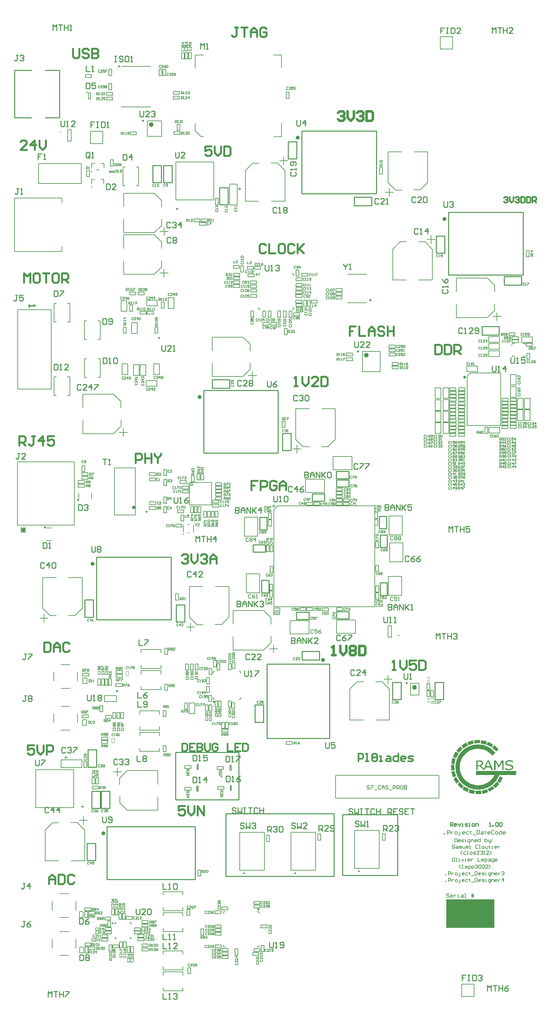
<source format=gto>
%FSTAX23Y23*%
%MOIN*%
%SFA1B1*%

%IPPOS*%
%ADD10C,0.010000*%
%ADD11C,0.020000*%
%ADD12C,0.007874*%
%ADD13C,0.009843*%
%ADD14C,0.005000*%
%ADD15C,0.023622*%
%ADD16C,0.015748*%
%ADD17C,0.006000*%
%ADD18C,0.006890*%
%ADD19C,0.007870*%
%ADD20C,0.003000*%
%ADD21C,0.009000*%
%ADD22C,0.007087*%
%ADD23C,0.008000*%
%ADD24C,0.015000*%
%ADD25C,0.012000*%
%ADD26C,0.025000*%
%ADD27R,0.508590X0.303267*%
%ADD28R,0.053150X0.005905*%
%ADD29R,0.005905X0.053150*%
%LNprob_s7cas_pcb-1*%
%LPD*%
G36*
X01079Y08839D02*
X01082D01*
Y08837*
X01079*
Y08834*
X01078*
Y08837*
X01074*
Y08839*
X01078*
Y08842*
X01079*
Y08839*
G37*
G36*
X02411Y02587D02*
X02415D01*
Y02586*
X02411*
Y02582*
X0241*
Y02586*
X02407*
Y02587*
X0241*
Y0259*
X02411*
Y02587*
G37*
G36*
X02413Y02376D02*
X02416D01*
Y02375*
X02413*
Y02371*
X02412*
Y02375*
X02408*
Y02376*
X02412*
Y0238*
X02413*
Y02376*
G37*
G36*
X02064Y02597D02*
X02067D01*
Y02596*
X02064*
Y02592*
X02062*
Y02596*
X02059*
Y02597*
X02062*
Y02601*
X02064*
Y02597*
G37*
G36*
X02062Y02367D02*
X02066D01*
Y02366*
X02062*
Y02362*
X02061*
Y02366*
X02057*
Y02367*
X02061*
Y02371*
X02062*
Y02367*
G37*
G36*
X04984Y02872D02*
X04925Y02869D01*
X04923Y02904*
X04982Y02907*
X04984Y02872*
G37*
G36*
X05055Y02893D02*
X05048Y02858D01*
X0499Y0287*
X04997Y02904*
X05055Y02893*
G37*
G36*
X04919Y02869D02*
X04862Y02851D01*
X04852Y02884*
X04908Y02902*
X04919Y02869*
G37*
G36*
X05122Y02859D02*
X05107Y02829D01*
X05053Y02855*
X05069Y02886*
X05122Y02859*
G37*
G36*
X04857Y0285D02*
X04807Y02817D01*
X04787Y02846*
X04838Y02879*
X04857Y0285*
G37*
G36*
X05178Y02811D02*
X05155Y02785D01*
X0511Y02824*
X05134Y0285*
X05178Y02811*
G37*
G36*
X04801Y02815D02*
X04761Y0277D01*
X04736Y02794*
X04775Y02838*
X04801Y02815*
G37*
G36*
X04983Y02858D02*
X05002Y02856D01*
X0502Y02852*
X05035Y02848*
X05042Y02845*
X05048Y02843*
X05053Y02841*
X05057Y0284*
X05061Y02838*
X05063Y02837*
X05064Y02836*
X05065*
X05082Y02826*
X05098Y02817*
X05111Y02807*
X05123Y02797*
X05132Y02788*
X05139Y0278*
X05142Y02778*
X05144Y02775*
X05145Y02775*
Y02774*
X05115Y0274*
X05104Y02751*
X05094Y02762*
X05083Y02771*
X05072Y02779*
X05062Y02785*
X05055Y02789*
X05052Y02791*
X0505Y02792*
X05049Y02793*
X05048*
X05034Y02799*
X05018Y02805*
X05004Y02808*
X04991Y02811*
X0498Y02813*
X04975*
X04971Y02813*
X04963*
X04948Y02813*
X04935Y02811*
X04922Y02809*
X04911Y02806*
X04901Y02803*
X04894Y02801*
X04892Y028*
X04889Y02799*
X04889Y02799*
X04888*
X04876Y02793*
X04864Y02786*
X04853Y02779*
X04844Y02772*
X04837Y02767*
X04831Y02762*
X04828Y02759*
X04827Y02757*
X04817Y02747*
X04809Y02737*
X04802Y02727*
X04796Y02717*
X04792Y02708*
X04788Y02702*
X04786Y02697*
X04785Y02697*
Y02696*
X0478Y02683*
X04776Y0267*
X04774Y02657*
X04772Y02646*
X04771Y02635*
X0477Y02627*
Y02624*
Y02622*
Y02622*
Y02621*
X04771Y02606*
X04772Y02592*
X04775Y02579*
X04778Y02568*
X0478Y02559*
X04783Y02552*
X04784Y02549*
X04784Y02547*
X04785Y02546*
Y02546*
X04792Y02533*
X04798Y02522*
X04805Y02511*
X04811Y02502*
X04818Y02495*
X04822Y02489*
X04825Y02486*
X04827Y02484*
X04837Y02476*
X04847Y02468*
X04857Y0246*
X04868Y02455*
X04876Y0245*
X04882Y02447*
X04887Y02444*
X04887Y02444*
X04888*
X04901Y02439*
X04914Y02435*
X04927Y02432*
X04939Y02431*
X04948Y02429*
X04957Y02428*
X04963*
X04983Y0243*
X05003Y02433*
X05021Y02438*
X05036Y02444*
X05043Y02446*
X05048Y02449*
X05053Y02452*
X05058Y02454*
X05061Y02455*
X05064Y02457*
X05065Y02458*
X05066*
X05082Y0247*
X05096Y02483*
X05108Y02496*
X05118Y02508*
X05126Y02519*
X05129Y02524*
X05131Y02528*
X05134Y02531*
X05134Y02533*
X05136Y02535*
Y02536*
X04942*
Y0258*
X05366*
Y02536*
X05185*
X0518Y02523*
X05174Y02512*
X05169Y02501*
X05163Y02493*
X05158Y02484*
X05154Y02479*
X05151Y02476*
X0515Y02474*
X05142Y02464*
X05133Y02455*
X05125Y02447*
X05117Y02439*
X0511Y02433*
X05104Y02429*
X05101Y02426*
X05099Y02425*
X05088Y02418*
X05078Y02412*
X05067Y02407*
X05057Y02402*
X05048Y02399*
X05042Y02396*
X05037Y02395*
X05037Y02394*
X05036*
X05023Y0239*
X0501Y02388*
X04997Y02385*
X04986Y02384*
X04977Y02383*
X0497Y02382*
X04963*
X04945Y02383*
X04928Y02385*
X04912Y02388*
X04898Y02392*
X04887Y02396*
X04882Y02397*
X04878Y02398*
X04875Y024*
X04873Y02401*
X04871Y02401*
X0487*
X04854Y02409*
X0484Y02417*
X04827Y02426*
X04816Y02434*
X04806Y02441*
X048Y02447*
X04795Y02451*
X04795Y02452*
X04794*
X04782Y02465*
X04773Y02478*
X04764Y02491*
X04757Y02503*
X04751Y02513*
X04747Y02521*
X04746Y02524*
X04744Y02526*
X04744Y02528*
Y02528*
X04737Y02545*
X04733Y02561*
X04729Y02577*
X04727Y02591*
X04725Y02603*
Y02608*
X04725Y02613*
Y02616*
Y02619*
Y0262*
Y02621*
X04725Y02639*
X04728Y02657*
X04731Y02672*
X04734Y02686*
X04738Y02697*
X04739Y02702*
X04741Y02706*
X04742Y02709*
X04743Y02711*
X04744Y02713*
Y02713*
X04751Y02729*
X04759Y02744*
X04768Y02756*
X04776Y02768*
X04783Y02777*
X04789Y02783*
X04792Y02788*
X04794Y02789*
X04806Y02801*
X04819Y02811*
X04833Y0282*
X04844Y02827*
X04855Y02833*
X04863Y02837*
X04866Y02838*
X04868Y0284*
X0487Y0284*
X0487*
X04887Y02847*
X04903Y02851*
X04919Y02855*
X04933Y02857*
X04945Y02858*
X0495*
X04954Y02859*
X04963*
X04983Y02858*
G37*
G36*
X04757Y02767D02*
X0473Y02713D01*
X04699Y02729*
X04726Y02783*
X04757Y02767*
G37*
G36*
X05305Y02692D02*
X05313Y02691D01*
X05314*
X05318Y02689*
X05324Y02688*
X0533Y02686*
Y0267*
X05329*
X05328Y02671*
X05324Y02673*
X05319Y02675*
X05312Y02678*
X05312*
X05311Y02678*
X05309Y02679*
X05306Y0268*
X05299Y02681*
X05291Y02681*
X05287*
X05284Y02681*
X05278Y0268*
X05272Y02677*
X05271Y02676*
X05269Y02674*
X05266Y0267*
X05265Y02665*
Y02665*
X05266Y02662*
X05266Y02659*
X05268Y02656*
X05269Y02655*
X05271Y02654*
X05275Y02651*
X05281Y02649*
X05282*
X05285Y02649*
X05289Y02648*
X05294Y02647*
X05295*
X053Y02646*
X05304Y02646*
X05309Y02645*
X0531*
X05312Y02644*
X05314Y02643*
X05317Y02643*
X05322Y0264*
X05328Y02635*
X05329Y02635*
X05331Y02631*
X05333Y02626*
X05334Y02619*
Y02618*
Y02615*
X05333Y02611*
X05331Y02606*
X0533Y02606*
X05329Y02603*
X05326Y026*
X05322Y02597*
X05322Y02597*
X05319Y02595*
X05314Y02592*
X05309Y0259*
X05307*
X05304Y02589*
X05298Y02589*
X0529Y02588*
X05282*
X05276Y02589*
X05268Y02589*
X05267*
X05266Y0259*
X05262Y02591*
X05256Y02593*
X05249Y02595*
Y02613*
X05251*
X05252Y02612*
X05256Y02609*
X05262Y02606*
X0527Y02603*
X05271*
X05271Y02602*
X05277Y02601*
X05282Y026*
X0529Y026*
X05295*
X05298Y026*
X05305Y02602*
X05312Y02604*
X05313Y02605*
X05315Y02607*
X05317Y02611*
X05319Y02616*
Y02618*
X05318Y0262*
X05317Y02624*
X05315Y02627*
X05314Y02627*
X05313Y02628*
X05309Y0263*
X05304Y02632*
X05304*
X05301Y02632*
X05297Y02633*
X05292Y02634*
X05291*
X05288Y02635*
X05284Y02635*
X05278Y02636*
X05277*
X05276Y02637*
X05273Y02638*
X0527Y02638*
X05263Y02641*
X0526Y02643*
X05257Y02646*
X05255Y02647*
X05253Y02651*
X05251Y02657*
X0525Y02664*
Y02665*
Y02666*
X0525Y02668*
X05251Y02671*
X05252Y02675*
X05255Y02678*
X05258Y02681*
X05261Y02685*
X05262Y02686*
X05263Y02686*
X05266Y02688*
X05269Y02689*
X05274Y02691*
X05279Y02692*
X05285Y02693*
X05298*
X05305Y02692*
G37*
G36*
X04726Y02709D02*
X04714Y0265D01*
X0468Y02658*
X04693Y02716*
X04726Y02709*
G37*
G36*
X05231Y02589D02*
X05217D01*
Y02677*
X05186Y02617*
X05177*
X05147Y02677*
Y02589*
X05133*
Y02691*
X05153*
X05182Y02635*
X0521Y02691*
X05231*
Y02589*
G37*
G36*
X0512D02*
X05104D01*
X05093Y02618*
X05045*
X05035Y0259*
X05025Y02601*
X0502Y02589*
X05017*
X0498Y0263*
X04959*
Y02589*
X04944*
Y02691*
X04986*
X04992Y0269*
X04993*
X04996Y02689*
X05Y02688*
X05004Y02686*
X05005Y02685*
X05008Y02684*
X0501Y02681*
X05013Y02677*
X05013Y02676*
X05015Y02673*
X05016Y02669*
X05017Y02663*
Y02662*
Y02662*
X05016Y02657*
X05014Y02651*
X0501Y02645*
X0501Y02643*
X05006Y0264*
X05001Y02637*
X04994Y02634*
X05025Y02601*
X0506Y02691*
X05079*
X0512Y02589*
G37*
G36*
X05035D02*
X05035D01*
X05035Y0259*
X05035Y02589*
G37*
G36*
X04714Y02586D02*
X0468Y02584D01*
X04677Y02643*
X04712Y02645*
X04714Y02586*
G37*
G36*
X04732Y02522D02*
X04699Y02513D01*
X04681Y02569*
X04714Y02579*
X04732Y02522*
G37*
G36*
X05225Y02507D02*
X05196Y02454D01*
X05166Y02471*
X05194Y02523*
X05225Y02507*
G37*
G36*
X04766Y02466D02*
X04736Y02448D01*
X04704Y02498*
X04733Y02517*
X04766Y02466*
G37*
G36*
X05187Y02444D02*
X05146Y02401D01*
X05121Y02423*
X05161Y02467*
X05187Y02444*
G37*
G36*
X04811Y02421D02*
X04787Y02396D01*
X04744Y02436*
X04768Y02461*
X04811Y02421*
G37*
G36*
X05134Y02392D02*
X05083Y02361D01*
X05064Y0239*
X05115Y02421*
X05134Y02392*
G37*
G36*
X04868Y02389D02*
X04852Y02358D01*
X04799Y02386*
X04815Y02417*
X04868Y02389*
G37*
G36*
X05069Y02355D02*
X05012Y02338D01*
X05002Y02371*
X05059Y02389*
X05069Y02355*
G37*
G36*
X0493Y02372D02*
X04923Y02338D01*
X04865Y02351*
X04873Y02385*
X0493Y02372*
G37*
G36*
X04997Y02337D02*
X04938Y02335D01*
X04936Y02369*
X04996Y02372*
X04997Y02337*
G37*
%LNprob_s7cas_pcb-2*%
%LPC*%
G36*
X04983Y02679D02*
X04959D01*
Y02641*
X04978Y02641*
X04982Y02642*
X04986Y02643*
X04986*
X04989Y02643*
X04991Y02645*
X04994Y02646*
X04995Y02647*
X04997Y02649*
X04998Y02651*
X05Y02654*
Y02654*
X05Y02656*
X05001Y02659*
Y02662*
Y02663*
Y02665*
X05Y02668*
X05Y0267*
Y02671*
X04998Y02673*
X04997Y02675*
X04994Y02676*
X04994*
X04992Y02677*
X04989Y02678*
X04986Y02678*
X04986*
X04983Y02679*
G37*
G36*
X05069D02*
X0505Y0263D01*
X05088*
X05069Y02679*
G37*
%LNprob_s7cas_pcb-3*%
%LPD*%
G54D10*
X02499Y01505D02*
D01*
X02499Y01505*
X02499Y01505*
X02499Y01506*
X02499Y01506*
X02498Y01506*
X02498Y01506*
X02498Y01507*
X02498Y01507*
X02498Y01507*
X02498Y01507*
X02498Y01507*
X02497Y01508*
X02497Y01508*
X02497Y01508*
X02497Y01508*
X02497Y01508*
X02496Y01508*
X02496Y01508*
X02496Y01509*
X02495Y01509*
X02495Y01509*
X02495Y01509*
X02495*
X02494Y01509*
X02494Y01509*
X02494Y01509*
X02494Y01508*
X02493Y01508*
X02493Y01508*
X02493Y01508*
X02493Y01508*
X02492Y01508*
X02492Y01508*
X02492Y01507*
X02492Y01507*
X02492Y01507*
X02491Y01507*
X02491Y01507*
X02491Y01506*
X02491Y01506*
X02491Y01506*
X02491Y01506*
X02491Y01505*
X02491Y01505*
X02491Y01505*
X02491Y01504*
X02491Y01504*
X02491Y01504*
X02491Y01504*
X02491Y01503*
X02491Y01503*
X02491Y01503*
X02491Y01503*
X02492Y01502*
X02492Y01502*
X02492Y01502*
X02492Y01502*
X02492Y01502*
X02493Y01501*
X02493Y01501*
X02493Y01501*
X02493Y01501*
X02494Y01501*
X02494Y01501*
X02494Y01501*
X02494Y01501*
X02495Y01501*
X02495*
X02495Y01501*
X02495Y01501*
X02496Y01501*
X02496Y01501*
X02496Y01501*
X02497Y01501*
X02497Y01501*
X02497Y01501*
X02497Y01502*
X02497Y01502*
X02498Y01502*
X02498Y01502*
X02498Y01502*
X02498Y01503*
X02498Y01503*
X02498Y01503*
X02498Y01503*
X02499Y01504*
X02499Y01504*
X02499Y01504*
X02499Y01504*
X02499Y01505*
X01182Y10006D02*
D01*
X01182Y10006*
X01182Y10006*
X01181Y10007*
X01181Y10007*
X01181Y10007*
X01181Y10007*
X01181Y10008*
X01181Y10008*
X01181Y10008*
X01181Y10008*
X0118Y10009*
X0118Y10009*
X0118Y10009*
X0118Y10009*
X01179Y10009*
X01179Y1001*
X01179Y1001*
X01179Y1001*
X01178Y1001*
X01178Y1001*
X01178Y1001*
X01177Y1001*
X01177*
X01177Y1001*
X01176Y1001*
X01176Y1001*
X01176Y1001*
X01176Y1001*
X01175Y1001*
X01175Y10009*
X01175Y10009*
X01174Y10009*
X01174Y10009*
X01174Y10009*
X01174Y10008*
X01174Y10008*
X01173Y10008*
X01173Y10008*
X01173Y10007*
X01173Y10007*
X01173Y10007*
X01173Y10007*
X01173Y10006*
X01173Y10006*
X01173Y10006*
X01173Y10005*
X01173Y10005*
X01173Y10005*
X01173Y10004*
X01173Y10004*
X01173Y10004*
X01173Y10004*
X01173Y10003*
X01174Y10003*
X01174Y10003*
X01174Y10003*
X01174Y10002*
X01174Y10002*
X01175Y10002*
X01175Y10002*
X01175Y10002*
X01176Y10002*
X01176Y10001*
X01176Y10001*
X01176Y10001*
X01177Y10001*
X01177Y10001*
X01177*
X01178Y10001*
X01178Y10001*
X01178Y10001*
X01179Y10001*
X01179Y10002*
X01179Y10002*
X01179Y10002*
X0118Y10002*
X0118Y10002*
X0118Y10002*
X0118Y10003*
X01181Y10003*
X01181Y10003*
X01181Y10003*
X01181Y10004*
X01181Y10004*
X01181Y10004*
X01181Y10004*
X01181Y10005*
X01182Y10005*
X01182Y10005*
X01182Y10006*
X03039Y01505D02*
D01*
X03039Y01505*
X03039Y01505*
X03039Y01506*
X03039Y01506*
X03038Y01506*
X03038Y01506*
X03038Y01507*
X03038Y01507*
X03038Y01507*
X03038Y01507*
X03038Y01507*
X03037Y01508*
X03037Y01508*
X03037Y01508*
X03037Y01508*
X03037Y01508*
X03036Y01508*
X03036Y01508*
X03036Y01509*
X03035Y01509*
X03035Y01509*
X03035Y01509*
X03035*
X03034Y01509*
X03034Y01509*
X03034Y01509*
X03034Y01508*
X03033Y01508*
X03033Y01508*
X03033Y01508*
X03033Y01508*
X03032Y01508*
X03032Y01508*
X03032Y01507*
X03032Y01507*
X03032Y01507*
X03031Y01507*
X03031Y01507*
X03031Y01506*
X03031Y01506*
X03031Y01506*
X03031Y01506*
X03031Y01505*
X03031Y01505*
X03031Y01505*
X03031Y01504*
X03031Y01504*
X03031Y01504*
X03031Y01504*
X03031Y01503*
X03031Y01503*
X03031Y01503*
X03031Y01503*
X03032Y01502*
X03032Y01502*
X03032Y01502*
X03032Y01502*
X03032Y01502*
X03033Y01501*
X03033Y01501*
X03033Y01501*
X03033Y01501*
X03034Y01501*
X03034Y01501*
X03034Y01501*
X03034Y01501*
X03035Y01501*
X03035*
X03035Y01501*
X03035Y01501*
X03036Y01501*
X03036Y01501*
X03036Y01501*
X03037Y01501*
X03037Y01501*
X03037Y01501*
X03037Y01502*
X03037Y01502*
X03038Y01502*
X03038Y01502*
X03038Y01502*
X03038Y01503*
X03038Y01503*
X03038Y01503*
X03038Y01503*
X03039Y01504*
X03039Y01504*
X03039Y01504*
X03039Y01504*
X03039Y01505*
X03709Y01525D02*
D01*
X03709Y01525*
X03709Y01525*
X03709Y01526*
X03709Y01526*
X03708Y01526*
X03708Y01526*
X03708Y01527*
X03708Y01527*
X03708Y01527*
X03708Y01527*
X03708Y01527*
X03707Y01528*
X03707Y01528*
X03707Y01528*
X03707Y01528*
X03707Y01528*
X03706Y01528*
X03706Y01528*
X03706Y01529*
X03705Y01529*
X03705Y01529*
X03705Y01529*
X03705*
X03704Y01529*
X03704Y01529*
X03704Y01529*
X03704Y01528*
X03703Y01528*
X03703Y01528*
X03703Y01528*
X03703Y01528*
X03702Y01528*
X03702Y01528*
X03702Y01527*
X03702Y01527*
X03702Y01527*
X03701Y01527*
X03701Y01527*
X03701Y01526*
X03701Y01526*
X03701Y01526*
X03701Y01526*
X03701Y01525*
X03701Y01525*
X03701Y01525*
X03701Y01524*
X03701Y01524*
X03701Y01524*
X03701Y01524*
X03701Y01523*
X03701Y01523*
X03701Y01523*
X03701Y01523*
X03702Y01522*
X03702Y01522*
X03702Y01522*
X03702Y01522*
X03702Y01522*
X03703Y01521*
X03703Y01521*
X03703Y01521*
X03703Y01521*
X03704Y01521*
X03704Y01521*
X03704Y01521*
X03704Y01521*
X03705Y01521*
X03705*
X03705Y01521*
X03705Y01521*
X03706Y01521*
X03706Y01521*
X03706Y01521*
X03707Y01521*
X03707Y01521*
X03707Y01521*
X03707Y01522*
X03707Y01522*
X03708Y01522*
X03708Y01522*
X03708Y01522*
X03708Y01523*
X03708Y01523*
X03708Y01523*
X03708Y01523*
X03709Y01524*
X03709Y01524*
X03709Y01524*
X03709Y01524*
X03709Y01525*
X03534Y0148D02*
X04114D01*
X03534Y0212D02*
X04114D01*
Y0148D02*
Y0212D01*
X03534Y0148D02*
Y0212D01*
X02304Y01469D02*
X03444D01*
X02304Y02129D02*
X03444D01*
Y01469D02*
Y02129D01*
X02304Y01469D02*
Y02129D01*
X01776Y02275D02*
Y02775D01*
X0244Y02275D02*
Y02775D01*
X01776Y02275D02*
X0244D01*
X01776Y02775D02*
X0244D01*
X03049Y04178D02*
Y04254D01*
Y04178D02*
X0318D01*
Y04254*
X03049D02*
X0318D01*
X03399Y02922D02*
Y03707D01*
X02739Y02922D02*
Y03707D01*
Y02922D02*
X03399D01*
X02739Y03707D02*
X03399D01*
X05239Y07699D02*
X05421D01*
X05239D02*
Y07789D01*
X05421*
Y07699D02*
Y07789D01*
X03105Y08663D02*
Y09323D01*
X0389Y08663D02*
Y09323D01*
X03105Y08663D02*
X0389D01*
X03105Y09323D02*
X0389D01*
X04652Y08466D02*
X05437D01*
X04652Y07806D02*
X05437D01*
Y08466*
X04652Y07806D02*
Y08466D01*
X00942Y04832D02*
X01727D01*
X00942Y04172D02*
X01727D01*
Y04832*
X00942Y04172D02*
Y04832D01*
X02612Y03275D02*
X02702D01*
X02612Y03093D02*
Y03275D01*
Y03093D02*
X02702D01*
Y03275*
X03659Y08538D02*
Y08628D01*
Y08538D02*
X03841D01*
Y08628*
X03659D02*
X03841D01*
X02962Y09211D02*
X03052D01*
X02962Y09029D02*
Y09211D01*
Y09029D02*
X03052D01*
Y09211*
X04508Y03332D02*
X04598D01*
Y03514*
X04508D02*
X04598D01*
X04508Y03332D02*
Y03514D01*
X04061Y03332D02*
X04151D01*
Y03514*
X04061D02*
X04151D01*
X04061Y03332D02*
Y03514D01*
X0329Y03749D02*
Y03839D01*
X03108D02*
X0329D01*
X03108Y03749D02*
Y03839D01*
Y03749D02*
X0329D01*
X03469Y05661D02*
X036D01*
X03469D02*
Y05737D01*
X036*
Y05661D02*
Y05737D01*
X02757Y04458D02*
Y04589D01*
X02681Y04458D02*
X02757D01*
X02681D02*
Y04589D01*
X02757*
X04006Y04431D02*
Y04562D01*
X0393Y04431D02*
X04006D01*
X0393D02*
Y04562D01*
X04006*
Y04935D02*
Y05066D01*
X0393Y04935D02*
X04006D01*
X0393D02*
Y05066D01*
X04006*
X03922Y05132D02*
Y05263D01*
X03998*
Y05132D02*
Y05263D01*
X03922Y05132D02*
X03998D01*
X03471Y05572D02*
X03602D01*
X03471D02*
Y05648D01*
X03602*
Y05572D02*
Y05648D01*
X03472Y04184D02*
X03603D01*
X03472D02*
Y0426D01*
X03603*
Y04184D02*
Y0426D01*
X0259Y04964D02*
X02721D01*
Y04888D02*
Y04964D01*
X0259Y04888D02*
X02721D01*
X0259D02*
Y04964D01*
X02663Y05121D02*
Y05252D01*
X02739*
Y05121D02*
Y05252D01*
X02663Y05121D02*
X02739D01*
X03215Y05423D02*
X03346D01*
X03215D02*
Y05499D01*
X03346*
Y05423D02*
Y05499D01*
X029Y06137D02*
X0299D01*
X029Y05955D02*
Y06137D01*
Y05955D02*
X0299D01*
Y06137*
X02162Y06613D02*
Y06703D01*
Y06613D02*
X02344D01*
Y06703*
X02162D02*
X02344D01*
X02071Y0593D02*
Y0659D01*
X02856Y0593D02*
Y0659D01*
X02071Y0593D02*
X02856D01*
X02071Y0659D02*
X02856D01*
X01536Y08961D02*
X01626D01*
X01536Y08779D02*
Y08961D01*
Y08779D02*
X01626D01*
Y08961*
X01647Y08961D02*
X01737D01*
X01647Y08779D02*
Y08961D01*
Y08779D02*
X01737D01*
Y08961*
X02239Y08728D02*
X02329D01*
X02239Y08546D02*
Y08728D01*
Y08546D02*
X02329D01*
Y08728*
X04522Y08035D02*
X04612D01*
Y08217*
X04522D02*
X04612D01*
X04522Y08035D02*
Y08217D01*
X05004Y07173D02*
Y07263D01*
Y07173D02*
X05186D01*
Y07263*
X05004D02*
X05186D01*
X01872Y04149D02*
Y04331D01*
X01782Y04149D02*
X01872D01*
X01782D02*
Y04331D01*
X01872*
X00841Y01635D02*
Y01817D01*
X00931*
Y01635D02*
Y01817D01*
X00841Y01635D02*
X00931D01*
X00819Y042D02*
Y04382D01*
X00909*
Y042D02*
Y04382D01*
X00819Y042D02*
X00909D01*
X00943Y02621D02*
Y02803D01*
X00853Y02621D02*
X00943D01*
X00853D02*
Y02803D01*
X00943*
X00983Y02185D02*
Y02367D01*
X00893Y02185D02*
X00983D01*
X00893D02*
Y02367D01*
X00983*
X01083Y02185D02*
Y02367D01*
X00993Y02185D02*
X01083D01*
X00993D02*
Y02367D01*
X01083*
X00401Y09964D02*
X00552D01*
Y09462D02*
Y09964D01*
X00401Y09462D02*
X00552D01*
X00078Y09963D02*
X00254D01*
X00078Y09463D02*
Y09963D01*
Y09463D02*
X00254D01*
X01053Y01992D02*
X01982D01*
X01053Y01435D02*
X01982D01*
Y01992*
X01053Y01435D02*
Y01992D01*
X04656Y05097D02*
Y05157D01*
X04676Y05137*
X04696Y05157*
Y05097*
X04716Y05157D02*
X04756D01*
X04736*
Y05097*
X04776Y05157D02*
Y05097D01*
Y05127*
X04816*
Y05157*
Y05097*
X04876Y05157D02*
X04836D01*
Y05127*
X04856Y05137*
X04866*
X04876Y05127*
Y05107*
X04866Y05097*
X04846*
X04836Y05107*
X04523Y03969D02*
Y04029D01*
X04543Y04009*
X04563Y04029*
Y03969*
X04583Y04029D02*
X04623D01*
X04603*
Y03969*
X04643Y04029D02*
Y03969D01*
Y03999*
X04683*
Y04029*
Y03969*
X04703Y04019D02*
X04713Y04029D01*
X04733*
X04743Y04019*
Y04009*
X04733Y03999*
X04723*
X04733*
X04743Y03989*
Y03979*
X04733Y03969*
X04713*
X04703Y03979*
X01988Y04994D02*
Y05054D01*
X02008Y05034*
X02028Y05054*
Y04994*
X02048Y05054D02*
X02088D01*
X02068*
Y04994*
X02108Y05054D02*
Y04994D01*
Y05024*
X02148*
Y05054*
Y04994*
X02198D02*
Y05054D01*
X02168Y05024*
X02208*
X02405Y05357D02*
Y05297D01*
X02435*
X02445Y05307*
Y05317*
X02435Y05327*
X02405*
X02435*
X02445Y05337*
Y05347*
X02435Y05357*
X02405*
X02465Y05297D02*
Y05337D01*
X02485Y05357*
X02505Y05337*
Y05297*
Y05327*
X02465*
X02525Y05297D02*
Y05357D01*
X02565Y05297*
Y05357*
X02585D02*
Y05297D01*
Y05317*
X02625Y05357*
X02595Y05327*
X02625Y05297*
X02675D02*
Y05357D01*
X02645Y05327*
X02685*
X02422Y04371D02*
Y04311D01*
X02452*
X02462Y04321*
Y04331*
X02452Y04341*
X02422*
X02452*
X02462Y04351*
Y04361*
X02452Y04371*
X02422*
X02482Y04311D02*
Y04351D01*
X02502Y04371*
X02522Y04351*
Y04311*
Y04341*
X02482*
X02542Y04311D02*
Y04371D01*
X02582Y04311*
Y04371*
X02602D02*
Y04311D01*
Y04331*
X02642Y04371*
X02612Y04341*
X02642Y04311*
X02662Y04361D02*
X02672Y04371D01*
X02692*
X02702Y04361*
Y04351*
X02692Y04341*
X02682*
X02692*
X02702Y04331*
Y04321*
X02692Y04311*
X02672*
X02662Y04321*
X03136Y0573D02*
Y0567D01*
X03166*
X03176Y0568*
Y0569*
X03166Y057*
X03136*
X03166*
X03176Y0571*
Y0572*
X03166Y0573*
X03136*
X03196Y0567D02*
Y0571D01*
X03216Y0573*
X03236Y0571*
Y0567*
Y057*
X03196*
X03256Y0567D02*
Y0573D01*
X03296Y0567*
Y0573*
X03316D02*
Y0567D01*
Y0569*
X03356Y0573*
X03326Y057*
X03356Y0567*
X03376Y0572D02*
X03386Y0573D01*
X03406*
X03416Y0572*
Y0568*
X03406Y0567*
X03386*
X03376Y0568*
Y0572*
X0398Y05386D02*
Y05326D01*
X0401*
X0402Y05336*
Y05346*
X0401Y05356*
X0398*
X0401*
X0402Y05366*
Y05376*
X0401Y05386*
X0398*
X0404Y05326D02*
Y05366D01*
X0406Y05386*
X0408Y05366*
Y05326*
Y05356*
X0404*
X041Y05326D02*
Y05386D01*
X0414Y05326*
Y05386*
X0416D02*
Y05326D01*
Y05346*
X042Y05386*
X0417Y05356*
X042Y05326*
X0426Y05386D02*
X0422D01*
Y05356*
X0424Y05366*
X0425*
X0426Y05356*
Y05336*
X0425Y05326*
X0423*
X0422Y05336*
X04015Y04335D02*
Y04275D01*
X04045*
X04055Y04285*
Y04295*
X04045Y04305*
X04015*
X04045*
X04055Y04315*
Y04325*
X04045Y04335*
X04015*
X04075Y04275D02*
Y04315D01*
X04095Y04335*
X04115Y04315*
Y04275*
Y04305*
X04075*
X04135Y04275D02*
Y04335D01*
X04175Y04275*
Y04335*
X04195D02*
Y04275D01*
Y04295*
X04235Y04335*
X04205Y04305*
X04235Y04275*
X04255D02*
X04275D01*
X04265*
Y04335*
X04255Y04325*
X02996Y03984D02*
Y03924D01*
X03026*
X03036Y03934*
Y03944*
X03026Y03954*
X02996*
X03026*
X03036Y03964*
Y03974*
X03026Y03984*
X02996*
X03056Y03924D02*
Y03964D01*
X03076Y03984*
X03096Y03964*
Y03924*
Y03954*
X03056*
X03116Y03924D02*
Y03984D01*
X03156Y03924*
Y03984*
X03176D02*
Y03924D01*
Y03944*
X03216Y03984*
X03186Y03954*
X03216Y03924*
X03276D02*
X03236D01*
X03276Y03964*
Y03974*
X03266Y03984*
X03246*
X03236Y03974*
X03641Y02173D02*
X03631Y02183D01*
X03611*
X03601Y02173*
Y02163*
X03611Y02153*
X03631*
X03641Y02143*
Y02133*
X03631Y02123*
X03611*
X03601Y02133*
X03661Y02183D02*
Y02123D01*
X03681Y02143*
X03701Y02123*
Y02183*
X03721D02*
X03741D01*
X03731*
Y02123*
X03721*
X03741*
X03771Y02183D02*
X03811D01*
X03791*
Y02123*
X03871Y02173D02*
X03861Y02183D01*
X03841*
X03831Y02173*
Y02133*
X03841Y02123*
X03861*
X03871Y02133*
X03891Y02183D02*
Y02123D01*
Y02153*
X03931*
Y02183*
Y02123*
X04011D02*
Y02183D01*
X04041*
X04051Y02173*
Y02153*
X04041Y02143*
X04011*
X04031D02*
X04051Y02123D01*
X04111Y02183D02*
X04071D01*
Y02123*
X04111*
X04071Y02153D02*
X04091D01*
X04171Y02173D02*
X04161Y02183D01*
X04141*
X04131Y02173*
Y02163*
X04141Y02153*
X04161*
X04171Y02143*
Y02133*
X04161Y02123*
X04141*
X04131Y02133*
X04231Y02183D02*
X04191D01*
Y02123*
X04231*
X04191Y02153D02*
X04211D01*
X04251Y02183D02*
X04291D01*
X04271*
Y02123*
X02411Y02183D02*
X02401Y02193D01*
X02381*
X02371Y02183*
Y02173*
X02381Y02163*
X02401*
X02411Y02153*
Y02143*
X02401Y02133*
X02381*
X02371Y02143*
X02431Y02193D02*
Y02133D01*
X02451Y02153*
X02471Y02133*
Y02193*
X02491D02*
X02511D01*
X02501*
Y02133*
X02491*
X02511*
X02541Y02193D02*
X02581D01*
X02561*
Y02133*
X02641Y02183D02*
X02631Y02193D01*
X02611*
X02601Y02183*
Y02143*
X02611Y02133*
X02631*
X02641Y02143*
X02661Y02193D02*
Y02133D01*
Y02163*
X02701*
Y02193*
Y02133*
X04594Y07652D02*
X04584Y07642D01*
Y07622*
X04594Y07612*
X04634*
X04644Y07622*
Y07642*
X04634Y07652*
X04644Y07672D02*
Y07692D01*
Y07682*
X04584*
X04594Y07672*
X04584Y07762D02*
X04594Y07742D01*
X04614Y07722*
X04634*
X04644Y07732*
Y07752*
X04634Y07762*
X04624*
X04614Y07752*
Y07722*
X00391Y04768D02*
X00381Y04778D01*
X00361*
X00351Y04768*
Y04728*
X00361Y04718*
X00381*
X00391Y04728*
X00441Y04718D02*
Y04778D01*
X00411Y04748*
X00451*
X00471Y04768D02*
X00481Y04778D01*
X00501*
X00511Y04768*
Y04728*
X00501Y04718*
X00481*
X00471Y04728*
Y04768*
X01163Y02695D02*
X01153Y02705D01*
X01133*
X01124Y02695*
Y02655*
X01133Y02646*
X01153*
X01163Y02655*
X01183Y02695D02*
X01193Y02705D01*
X01213*
X01223Y02695*
Y02685*
X01213Y02675*
X01203*
X01213*
X01223Y02665*
Y02655*
X01213Y02646*
X01193*
X01183Y02655*
X01243Y02695D02*
X01253Y02705D01*
X01273*
X01283Y02695*
Y02685*
X01273Y02675*
X01263*
X01273*
X01283Y02665*
Y02655*
X01273Y02646*
X01253*
X01243Y02655*
X04799Y0724D02*
X04789Y0725D01*
X04769*
X04759Y0724*
Y072*
X04769Y0719*
X04789*
X04799Y072*
X04819Y0719D02*
X04839D01*
X04829*
Y0725*
X04819Y0724*
X04909Y0719D02*
X04869D01*
X04909Y0723*
Y0724*
X04899Y0725*
X04879*
X04869Y0724*
X04929Y072D02*
X04939Y0719D01*
X04959*
X04969Y072*
Y0724*
X04959Y0725*
X04939*
X04929Y0724*
Y0723*
X04939Y0722*
X04969*
X00433Y00195D02*
Y00255D01*
X00453Y00235*
X00473Y00255*
Y00195*
X00493Y00255D02*
X00533D01*
X00513*
Y00195*
X00553Y00255D02*
Y00195D01*
Y00225*
X00593*
Y00255*
Y00195*
X00613Y00255D02*
X00653D01*
Y00245*
X00613Y00205*
Y00195*
X05062Y00259D02*
Y00319D01*
X05082Y00299*
X05102Y00319*
Y00259*
X05122Y00319D02*
X05162D01*
X05142*
Y00259*
X05182Y00319D02*
Y00259D01*
Y00289*
X05222*
Y00319*
Y00259*
X05282Y00319D02*
X05262Y00309D01*
X05242Y00289*
Y00269*
X05252Y00259*
X05272*
X05282Y00269*
Y00279*
X05272Y00289*
X05242*
X0511Y10352D02*
Y10412D01*
X0513Y10392*
X0515Y10412*
Y10352*
X0517Y10412D02*
X0521D01*
X0519*
Y10352*
X05229Y10412D02*
Y10352D01*
Y10382*
X05269*
Y10412*
Y10352*
X05329D02*
X05289D01*
X05329Y10392*
Y10402*
X05319Y10412*
X05299*
X05289Y10402*
X0048Y10383D02*
Y10443D01*
X005Y10423*
X0052Y10443*
Y10383*
X0054Y10443D02*
X0058D01*
X0056*
Y10383*
X006Y10443D02*
Y10383D01*
Y10413*
X0064*
Y10443*
Y10383*
X0066D02*
X0068D01*
X0067*
Y10443*
X0066Y10433*
X04835Y00431D02*
X04795D01*
Y00401*
X04815*
X04795*
Y00371*
X04855Y00431D02*
X04875D01*
X04865*
Y00371*
X04855*
X04875*
X04905Y00431D02*
Y00371D01*
X04935*
X04945Y00381*
Y00421*
X04935Y00431*
X04905*
X04965Y00421D02*
X04975Y00431D01*
X04995*
X05005Y00421*
Y00411*
X04995Y00401*
X04985*
X04995*
X05005Y00391*
Y00381*
X04995Y00371*
X04975*
X04965Y00381*
X04607Y10411D02*
X04568D01*
Y10381*
X04587*
X04568*
Y10352*
X04627Y10411D02*
X04647D01*
X04637*
Y10352*
X04627*
X04647*
X04677Y10411D02*
Y10352D01*
X04707*
X04717Y10361*
Y10401*
X04707Y10411*
X04677*
X04777Y10352D02*
X04737D01*
X04777Y10391*
Y10401*
X04767Y10411*
X04747*
X04737Y10401*
X0092Y09419D02*
X0088D01*
Y09389*
X009*
X0088*
Y09359*
X0094Y09419D02*
X0096D01*
X0095*
Y09359*
X0094*
X0096*
X0099Y09419D02*
Y09359D01*
X0102*
X0103Y09369*
Y09409*
X0102Y09419*
X0099*
X0105Y09359D02*
X0107D01*
X0106*
Y09419*
X0105Y09409*
X01398Y09532D02*
Y09482D01*
X01408Y09472*
X01428*
X01438Y09482*
Y09532*
X01498Y09472D02*
X01458D01*
X01498Y09512*
Y09522*
X01488Y09532*
X01468*
X01458Y09522*
X01518D02*
X01528Y09532D01*
X01548*
X01558Y09522*
Y09512*
X01548Y09502*
X01538*
X01548*
X01558Y09492*
Y09482*
X01548Y09472*
X01528*
X01518Y09482*
X03663Y07102D02*
Y07052D01*
X03673Y07042*
X03693*
X03703Y07052*
Y07102*
X03763Y07042D02*
X03723D01*
X03763Y07082*
Y07092*
X03753Y07102*
X03733*
X03723Y07092*
X03823Y07042D02*
X03783D01*
X03823Y07082*
Y07092*
X03813Y07102*
X03793*
X03783Y07092*
X04182Y03608D02*
Y03558D01*
X04192Y03548*
X04212*
X04222Y03558*
Y03608*
X04242Y03548D02*
X04262D01*
X04252*
Y03608*
X04242Y03598*
X0164Y00235D02*
Y00175D01*
X0168*
X017D02*
X0172D01*
X0171*
Y00235*
X017Y00225*
X0175D02*
X0176Y00235D01*
X0178*
X0179Y00225*
Y00215*
X0178Y00205*
X0177*
X0178*
X0179Y00195*
Y00185*
X0178Y00175*
X0176*
X0175Y00185*
X01642Y00768D02*
Y00708D01*
X01682*
X01702D02*
X01722D01*
X01712*
Y00768*
X01702Y00758*
X01792Y00708D02*
X01752D01*
X01792Y00748*
Y00758*
X01782Y00768*
X01762*
X01752Y00758*
X01643Y00862D02*
Y00802D01*
X01683*
X01703D02*
X01723D01*
X01713*
Y00862*
X01703Y00852*
X01753Y00802D02*
X01773D01*
X01763*
Y00862*
X01753Y00852*
X01642Y01393D02*
Y01333D01*
X01682*
X01702D02*
X01722D01*
X01712*
Y01393*
X01702Y01383*
X01752D02*
X01762Y01393D01*
X01782*
X01792Y01383*
Y01343*
X01782Y01333*
X01762*
X01752Y01343*
Y01383*
X01375Y03313D02*
Y03253D01*
X01415*
X01435Y03263D02*
X01445Y03253D01*
X01465*
X01475Y03263*
Y03303*
X01465Y03313*
X01445*
X01435Y03303*
Y03293*
X01445Y03283*
X01475*
X01368Y0274D02*
Y0268D01*
X01408*
X01428Y0273D02*
X01438Y0274D01*
X01458*
X01468Y0273*
Y0272*
X01458Y0271*
X01468Y027*
Y0269*
X01458Y0268*
X01438*
X01428Y0269*
Y027*
X01438Y0271*
X01428Y0272*
Y0273*
X01438Y0271D02*
X01458D01*
X01389Y03962D02*
Y03902D01*
X01429*
X01449Y03962D02*
X01489D01*
Y03952*
X01449Y03912*
Y03902*
X01375Y03411D02*
Y03351D01*
X01415*
X01475Y03411D02*
X01455Y03401D01*
X01435Y03381*
Y03361*
X01445Y03351*
X01465*
X01475Y03361*
Y03371*
X01465Y03381*
X01435*
X02766Y00777D02*
Y00727D01*
X02776Y00717*
X02796*
X02806Y00727*
Y00777*
X02826Y00717D02*
X02846D01*
X02836*
Y00777*
X02826Y00767*
X02876Y00727D02*
X02886Y00717D01*
X02906*
X02916Y00727*
Y00767*
X02906Y00777*
X02886*
X02876Y00767*
Y00757*
X02886Y00747*
X02916*
X01357Y01126D02*
Y01076D01*
X01367Y01066*
X01387*
X01397Y01076*
Y01126*
X01457Y01066D02*
X01417D01*
X01457Y01106*
Y01116*
X01447Y01126*
X01427*
X01417Y01116*
X01477D02*
X01487Y01126D01*
X01507*
X01517Y01116*
Y01076*
X01507Y01066*
X01487*
X01477Y01076*
Y01116*
X03545Y07924D02*
Y07914D01*
X03564Y07894*
X03584Y07914*
Y07924*
X03564Y07894D02*
Y07865D01*
X03604D02*
X03624D01*
X03614*
Y07924*
X03604Y07914*
X01627Y07063D02*
Y07013D01*
X01637Y07003*
X01657*
X01667Y07013*
Y07063*
X01727Y07003D02*
X01687D01*
X01727Y07043*
Y07053*
X01717Y07063*
X01697*
X01687Y07053*
X01747Y07003D02*
X01767D01*
X01757*
Y07063*
X01747Y07053*
X00846Y03381D02*
Y03331D01*
X00856Y03321*
X00876*
X00886Y03331*
Y03381*
X00906Y03321D02*
X00926D01*
X00916*
Y03381*
X00906Y03371*
X00956D02*
X00966Y03381D01*
X00986*
X00996Y03371*
Y03361*
X00986Y03351*
X00996Y03341*
Y03331*
X00986Y03321*
X00966*
X00956Y03331*
Y03341*
X00966Y03351*
X00956Y03361*
Y03371*
X00966Y03351D02*
X00986D01*
X02502Y03637D02*
Y03587D01*
X02512Y03577*
X02532*
X02542Y03587*
Y03637*
X02562Y03577D02*
X02582D01*
X02572*
Y03637*
X02562Y03627*
X02612Y03637D02*
X02652D01*
Y03627*
X02612Y03587*
Y03577*
X01757Y05462D02*
Y05412D01*
X01767Y05402*
X01787*
X01797Y05412*
Y05462*
X01817Y05402D02*
X01837D01*
X01827*
Y05462*
X01817Y05452*
X01907Y05462D02*
X01887Y05452D01*
X01867Y05432*
Y05412*
X01877Y05402*
X01897*
X01907Y05412*
Y05422*
X01897Y05432*
X01867*
X05307Y06935D02*
Y06885D01*
X05317Y06875*
X05337*
X05347Y06885*
Y06935*
X05367Y06875D02*
X05387D01*
X05377*
Y06935*
X05367Y06925*
X05457Y06935D02*
X05417D01*
Y06905*
X05437Y06915*
X05447*
X05457Y06905*
Y06885*
X05447Y06875*
X05427*
X05417Y06885*
X05111Y06847D02*
Y06797D01*
X05121Y06787*
X05141*
X05151Y06797*
Y06847*
X05171Y06787D02*
X05191D01*
X05181*
Y06847*
X05171Y06837*
X05251Y06787D02*
Y06847D01*
X05221Y06817*
X05261*
X02719Y07911D02*
Y07861D01*
X02729Y07851*
X02749*
X02759Y07861*
Y07911*
X02779Y07851D02*
X02799D01*
X02789*
Y07911*
X02779Y07901*
X02829D02*
X02839Y07911D01*
X02859*
X02869Y07901*
Y07891*
X02859Y07881*
X02849*
X02859*
X02869Y07871*
Y07861*
X02859Y07851*
X02839*
X02829Y07861*
X00566Y09429D02*
Y09379D01*
X00576Y09369*
X00596*
X00606Y09379*
Y09429*
X00626Y09369D02*
X00646D01*
X00636*
Y09429*
X00626Y09419*
X00716Y09369D02*
X00676D01*
X00716Y09409*
Y09419*
X00706Y09429*
X00686*
X00676Y09419*
X03968Y04202D02*
Y04152D01*
X03977Y04143*
X03997*
X04007Y04152*
Y04202*
X04027Y04143D02*
X04047D01*
X04037*
Y04202*
X04027Y04192*
X04077Y04143D02*
X04097D01*
X04087*
Y04202*
X04077Y04192*
X02807Y05475D02*
Y05425D01*
X02817Y05415*
X02837*
X02847Y05425*
Y05475*
X02867Y05415D02*
X02887D01*
X02877*
Y05475*
X02867Y05465*
X02917D02*
X02927Y05475D01*
X02947*
X02957Y05465*
Y05425*
X02947Y05415*
X02927*
X02917Y05425*
Y05465*
X01005Y02095D02*
Y02045D01*
X01014Y02036*
X01034*
X01044Y02045*
Y02095*
X01064Y02045D02*
X01074Y02036D01*
X01094*
X01104Y02045*
Y02085*
X01094Y02095*
X01074*
X01064Y02085*
Y02075*
X01074Y02065*
X01104*
X0089Y04946D02*
Y04896D01*
X00899Y04887*
X00919*
X00929Y04896*
Y04946*
X00949Y04936D02*
X00959Y04946D01*
X00979*
X00989Y04936*
Y04926*
X00979Y04916*
X00989Y04906*
Y04896*
X00979Y04887*
X00959*
X00949Y04896*
Y04906*
X00959Y04916*
X00949Y04926*
Y04936*
X00959Y04916D02*
X00979D01*
X00298Y02696D02*
Y02646D01*
X00308Y02636*
X00328*
X00338Y02646*
Y02696*
X00358D02*
X00398D01*
Y02686*
X00358Y02646*
Y02636*
X02743Y06688D02*
Y06638D01*
X02752Y06628*
X02772*
X02782Y06638*
Y06688*
X02842D02*
X02822Y06678D01*
X02802Y06658*
Y06638*
X02812Y06628*
X02832*
X02842Y06638*
Y06648*
X02832Y06658*
X02802*
X03355Y02879D02*
Y02829D01*
X03365Y02819*
X03385*
X03395Y02829*
Y02879*
X03455D02*
X03415D01*
Y02849*
X03435Y02859*
X03445*
X03455Y02849*
Y02829*
X03445Y02819*
X03425*
X03415Y02829*
X03052Y09438D02*
Y09388D01*
X03062Y09378*
X03082*
X03092Y09388*
Y09438*
X03142Y09378D02*
Y09438D01*
X03112Y09408*
X03152*
X046Y08581D02*
Y08531D01*
X0461Y08521*
X0463*
X0464Y08531*
Y08581*
X0466Y08571D02*
X0467Y08581D01*
X0469*
X047Y08571*
Y08561*
X0469Y08551*
X0468*
X0469*
X047Y08541*
Y08531*
X0469Y08521*
X0467*
X0466Y08531*
X01774Y09099D02*
Y09049D01*
X01783Y0904*
X01803*
X01813Y09049*
Y09099*
X01873Y0904D02*
X01833D01*
X01873Y09079*
Y09089*
X01863Y09099*
X01843*
X01833Y09089*
X01007Y05868D02*
X01047D01*
X01027*
Y05808*
X01067D02*
X01087D01*
X01077*
Y05868*
X01067Y05858*
X02499Y02024D02*
X02489Y02034D01*
X02469*
X02459Y02024*
Y02014*
X02469Y02004*
X02489*
X02499Y01994*
Y01984*
X02489Y01974*
X02469*
X02459Y01984*
X02519Y02034D02*
Y01974D01*
X02539Y01994*
X02559Y01974*
Y02034*
X02579Y02024D02*
X02589Y02034D01*
X02609*
X02619Y02024*
Y02014*
X02609Y02004*
X02599*
X02609*
X02619Y01994*
Y01984*
X02609Y01974*
X02589*
X02579Y01984*
X03039Y02024D02*
X03029Y02034D01*
X03009*
X02999Y02024*
Y02014*
X03009Y02004*
X03029*
X03039Y01994*
Y01984*
X03029Y01974*
X03009*
X02999Y01984*
X03059Y02034D02*
Y01974D01*
X03079Y01994*
X03099Y01974*
Y02034*
X03159Y01974D02*
X03119D01*
X03159Y02014*
Y02024*
X03149Y02034*
X03129*
X03119Y02024*
X03709Y02044D02*
X03699Y02054D01*
X03679*
X03669Y02044*
Y02034*
X03679Y02024*
X03699*
X03709Y02014*
Y02004*
X03699Y01994*
X03679*
X03669Y02004*
X03729Y02054D02*
Y01994D01*
X03749Y02014*
X03769Y01994*
Y02054*
X03789Y01994D02*
X03809D01*
X03799*
Y02054*
X03789Y02044*
X02744Y01935D02*
Y01995D01*
X02774*
X02784Y01985*
Y01965*
X02774Y01955*
X02744*
X02764D02*
X02784Y01935D01*
X02804Y01985D02*
X02814Y01995D01*
X02834*
X02844Y01985*
Y01975*
X02834Y01965*
X02824*
X02834*
X02844Y01955*
Y01945*
X02834Y01935*
X02814*
X02804Y01945*
X02864Y01985D02*
X02874Y01995D01*
X02894*
X02904Y01985*
Y01945*
X02894Y01935*
X02874*
X02864Y01945*
Y01985*
X03284Y01948D02*
Y02008D01*
X03314*
X03324Y01998*
Y01978*
X03314Y01968*
X03284*
X03304D02*
X03324Y01948D01*
X03384D02*
X03344D01*
X03384Y01988*
Y01998*
X03374Y02008*
X03354*
X03344Y01998*
X03404Y01958D02*
X03414Y01948D01*
X03434*
X03444Y01958*
Y01998*
X03434Y02008*
X03414*
X03404Y01998*
Y01988*
X03414Y01978*
X03444*
X03964Y01948D02*
Y02008D01*
X03994*
X04004Y01998*
Y01978*
X03994Y01968*
X03964*
X03984D02*
X04004Y01948D01*
X04064D02*
X04024D01*
X04064Y01988*
Y01998*
X04054Y02008*
X04034*
X04024Y01998*
X04084D02*
X04094Y02008D01*
X04114*
X04124Y01998*
Y01988*
X04114Y01978*
X04104*
X04114*
X04124Y01968*
Y01958*
X04114Y01948*
X04094*
X04084Y01958*
X00871Y09049D02*
Y09089D01*
X00861Y09099*
X00841*
X00831Y09089*
Y09049*
X00841Y0904*
X00861*
X00851Y09059D02*
X00871Y0904D01*
X00861D02*
X00871Y09049D01*
X00891Y0904D02*
X00911D01*
X00901*
Y09099*
X00891Y09089*
X02037Y10186D02*
Y10246D01*
X02057Y10226*
X02077Y10246*
Y10186*
X02097D02*
X02117D01*
X02107*
Y10246*
X02097Y10236*
X00831Y10011D02*
Y09951D01*
X00871*
X00891D02*
X00911D01*
X00901*
Y10011*
X00891Y10001*
X00202Y03374D02*
X00182D01*
X00192*
Y03324*
X00182Y03314*
X00172*
X00162Y03324*
X00222Y03364D02*
X00232Y03374D01*
X00252*
X00262Y03364*
Y03354*
X00252Y03344*
X00262Y03334*
Y03324*
X00252Y03314*
X00232*
X00222Y03324*
Y03334*
X00232Y03344*
X00222Y03354*
Y03364*
X00232Y03344D02*
X00252D01*
X00202Y03814D02*
X00182D01*
X00192*
Y03764*
X00182Y03754*
X00172*
X00162Y03764*
X00222Y03814D02*
X00262D01*
Y03804*
X00222Y03764*
Y03754*
X00188Y00998D02*
X00168D01*
X00178*
Y00948*
X00168Y00938*
X00158*
X00148Y00948*
X00248Y00998D02*
X00228Y00988D01*
X00208Y00968*
Y00948*
X00218Y00938*
X00238*
X00248Y00948*
Y00958*
X00238Y00968*
X00208*
X00108Y07592D02*
X00088D01*
X00098*
Y07542*
X00088Y07532*
X00078*
X00068Y07542*
X00168Y07592D02*
X00128D01*
Y07562*
X00148Y07572*
X00158*
X00168Y07562*
Y07542*
X00158Y07532*
X00138*
X00128Y07542*
X00188Y01398D02*
X00168D01*
X00178*
Y01348*
X00168Y01338*
X00158*
X00148Y01348*
X00238Y01338D02*
Y01398D01*
X00208Y01368*
X00248*
X00116Y10123D02*
X00096D01*
X00106*
Y10073*
X00096Y10063*
X00086*
X00076Y10073*
X00136Y10113D02*
X00146Y10123D01*
X00166*
X00176Y10113*
Y10103*
X00166Y10093*
X00156*
X00166*
X00176Y10083*
Y10073*
X00166Y10063*
X00146*
X00136Y10073*
X00132Y05928D02*
X00112D01*
X00122*
Y05878*
X00112Y05868*
X00102*
X00092Y05878*
X00192Y05868D02*
X00152D01*
X00192Y05908*
Y05918*
X00182Y05928*
X00162*
X00152Y05918*
X0012Y08715D02*
X001D01*
X0011*
Y08665*
X001Y08656*
X0009*
X00081Y08665*
X0014Y08656D02*
X0016D01*
X0015*
Y08715*
X0014Y08705*
X01132Y10112D02*
X01152D01*
X01142*
Y10052*
X01132*
X01152*
X01222Y10102D02*
X01212Y10112D01*
X01192*
X01182Y10102*
Y10092*
X01192Y10082*
X01212*
X01222Y10072*
Y10062*
X01212Y10052*
X01192*
X01182Y10062*
X01272Y10112D02*
X01252D01*
X01242Y10102*
Y10062*
X01252Y10052*
X01272*
X01282Y10062*
Y10102*
X01272Y10112*
X01302Y10052D02*
X01322D01*
X01312*
Y10112*
X01302Y10102*
X00366Y09083D02*
X00326D01*
Y09053*
X00346*
X00326*
Y09023*
X00386D02*
X00406D01*
X00396*
Y09083*
X00386Y09073*
X02306Y02736D02*
Y02676D01*
X02336*
X02346Y02686*
Y02726*
X02336Y02736*
X02306*
X02366Y02676D02*
X02386D01*
X02376*
Y02736*
X02366Y02726*
X02416Y02736D02*
X02456D01*
Y02726*
X02416Y02686*
Y02676*
X02308Y02525D02*
Y02465D01*
X02338*
X02348Y02475*
Y02515*
X02338Y02525*
X02308*
X02368Y02465D02*
X02388D01*
X02378*
Y02525*
X02368Y02515*
X02458Y02525D02*
X02438Y02515D01*
X02418Y02495*
Y02475*
X02428Y02465*
X02448*
X02458Y02475*
Y02485*
X02448Y02495*
X02418*
X01959Y02746D02*
Y02686D01*
X01989*
X01999Y02696*
Y02736*
X01989Y02746*
X01959*
X02019Y02686D02*
X02039D01*
X02029*
Y02746*
X02019Y02736*
X02109Y02746D02*
X02069D01*
Y02716*
X02089Y02726*
X02099*
X02109Y02716*
Y02696*
X02099Y02686*
X02079*
X02069Y02696*
X01957Y02516D02*
Y02456D01*
X01987*
X01997Y02466*
Y02506*
X01987Y02516*
X01957*
X02017Y02456D02*
X02037D01*
X02027*
Y02516*
X02017Y02506*
X02097Y02456D02*
Y02516D01*
X02067Y02486*
X02107*
X00496Y06866D02*
Y06806D01*
X00526*
X00536Y06816*
Y06856*
X00526Y06866*
X00496*
X00556Y06806D02*
X00576D01*
X00566*
Y06866*
X00556Y06856*
X00646Y06806D02*
X00606D01*
X00646Y06846*
Y06856*
X00636Y06866*
X00616*
X00606Y06856*
X01012Y06933D02*
Y06873D01*
X01042*
X01052Y06883*
Y06923*
X01042Y06933*
X01012*
X01072Y06873D02*
X01092D01*
X01082*
Y06933*
X01072Y06923*
X01122D02*
X01132Y06933D01*
X01152*
X01162Y06923*
Y06883*
X01152Y06873*
X01132*
X01122Y06883*
Y06923*
X01007Y07347D02*
Y07287D01*
X01037*
X01047Y07297*
Y07337*
X01037Y07347*
X01007*
X01067Y07297D02*
X01077Y07287D01*
X01097*
X01107Y07297*
Y07337*
X01097Y07347*
X01077*
X01067Y07337*
Y07327*
X01077Y07317*
X01107*
X00765Y00644D02*
Y00584D01*
X00795*
X00805Y00594*
Y00634*
X00795Y00644*
X00765*
X00825Y00634D02*
X00835Y00644D01*
X00855*
X00865Y00634*
Y00624*
X00855Y00614*
X00865Y00604*
Y00594*
X00855Y00584*
X00835*
X00825Y00594*
Y00604*
X00835Y00614*
X00825Y00624*
Y00634*
X00835Y00614D02*
X00855D01*
X00496Y0764D02*
Y0758D01*
X00526*
X00536Y0759*
Y0763*
X00526Y0764*
X00496*
X00556D02*
X00596D01*
Y0763*
X00556Y0759*
Y0758*
X00761Y01025D02*
Y00965D01*
X00791*
X00801Y00975*
Y01015*
X00791Y01025*
X00761*
X00861D02*
X00841Y01015D01*
X00821Y00995*
Y00975*
X00831Y00965*
X00851*
X00861Y00975*
Y00985*
X00851Y00995*
X00821*
X00831Y09829D02*
Y09769D01*
X00861*
X00871Y09779*
Y09819*
X00861Y09829*
X00831*
X00931D02*
X00891D01*
Y09799*
X00911Y09809*
X00921*
X00931Y09799*
Y09779*
X00921Y09769*
X00901*
X00891Y09779*
X01222Y09078D02*
Y09018D01*
X01252*
X01262Y09028*
Y09068*
X01252Y09078*
X01222*
X01312Y09018D02*
Y09078D01*
X01282Y09048*
X01322*
X00752Y05386D02*
Y05326D01*
X00782*
X00792Y05336*
Y05376*
X00782Y05386*
X00752*
X00812Y05376D02*
X00822Y05386D01*
X00842*
X00852Y05376*
Y05366*
X00842Y05356*
X00832*
X00842*
X00852Y05346*
Y05336*
X00842Y05326*
X00822*
X00812Y05336*
X01045Y08767D02*
Y08707D01*
X01075*
X01085Y08717*
Y08757*
X01075Y08767*
X01045*
X01145Y08707D02*
X01105D01*
X01145Y08747*
Y08757*
X01135Y08767*
X01115*
X01105Y08757*
X00379Y04986D02*
Y04926D01*
X00409*
X00419Y04936*
Y04976*
X00409Y04986*
X00379*
X00439Y04926D02*
X00459D01*
X00449*
Y04986*
X00439Y04976*
X00777Y06643D02*
X00767Y06653D01*
X00747*
X00738Y06643*
Y06603*
X00747Y06594*
X00767*
X00777Y06603*
X00837Y06594D02*
X00797D01*
X00837Y06633*
Y06643*
X00827Y06653*
X00807*
X00797Y06643*
X00887Y06594D02*
Y06653D01*
X00857Y06623*
X00897*
X00917Y06653D02*
X00957D01*
Y06643*
X00917Y06603*
Y06594*
X03694Y05809D02*
X03684Y05819D01*
X03664*
X03654Y05809*
Y05769*
X03664Y05759*
X03684*
X03694Y05769*
X03714Y05819D02*
X03754D01*
Y05809*
X03714Y05769*
Y05759*
X03774Y05819D02*
X03814D01*
Y05809*
X03774Y05769*
Y05759*
X03511Y04002D02*
X03501Y04012D01*
X03481*
X03471Y04002*
Y03962*
X03481Y03952*
X03501*
X03511Y03962*
X03571Y04012D02*
X03551Y04002D01*
X03531Y03982*
Y03962*
X03541Y03952*
X03561*
X03571Y03962*
Y03972*
X03561Y03982*
X03531*
X03591Y04012D02*
X03631D01*
Y04002*
X03591Y03962*
Y03952*
X04236Y04837D02*
X04226Y04847D01*
X04206*
X04196Y04837*
Y04798*
X04206Y04788*
X04226*
X04236Y04798*
X04296Y04847D02*
X04276Y04837D01*
X04256Y04817*
Y04798*
X04266Y04788*
X04286*
X04296Y04798*
Y04807*
X04286Y04817*
X04256*
X04356Y04847D02*
X04336Y04837D01*
X04316Y04817*
Y04798*
X04326Y04788*
X04346*
X04356Y04798*
Y04807*
X04346Y04817*
X04316*
X03006Y0557D02*
X02996Y0558D01*
X02976*
X02966Y0557*
Y0553*
X02976Y0552*
X02996*
X03006Y0553*
X03056Y0552D02*
Y0558D01*
X03026Y0555*
X03066*
X03126Y0558D02*
X03106Y0557D01*
X03086Y0555*
Y0553*
X03096Y0552*
X03116*
X03126Y0553*
Y0554*
X03116Y0555*
X03086*
X00437Y02188D02*
X00427Y02198D01*
X00407*
X00398Y02188*
Y02148*
X00407Y02139*
X00427*
X00437Y02148*
X00487Y02139D02*
Y02198D01*
X00457Y02168*
X00497*
X00547Y02139D02*
Y02198D01*
X00517Y02168*
X00557*
X01937Y04673D02*
X01927Y04683D01*
X01907*
X01898Y04673*
Y04633*
X01907Y04624*
X01927*
X01937Y04633*
X01987Y04624D02*
Y04683D01*
X01957Y04653*
X01997*
X02057Y04624D02*
X02017D01*
X02057Y04663*
Y04673*
X02047Y04683*
X02027*
X02017Y04673*
X00616Y02819D02*
X00606Y02829D01*
X00586*
X00576Y02819*
Y02779*
X00586Y02769*
X00606*
X00616Y02779*
X00636Y02819D02*
X00646Y02829D01*
X00666*
X00676Y02819*
Y02809*
X00666Y02799*
X00656*
X00666*
X00676Y02789*
Y02779*
X00666Y02769*
X00646*
X00636Y02779*
X00696Y02829D02*
X00736D01*
Y02819*
X00696Y02779*
Y02769*
X01722Y08353D02*
X01713Y08363D01*
X01693*
X01683Y08353*
Y08313*
X01693Y08303*
X01713*
X01722Y08313*
X01742Y08353D02*
X01752Y08363D01*
X01772*
X01782Y08353*
Y08343*
X01772Y08333*
X01762*
X01772*
X01782Y08323*
Y08313*
X01772Y08303*
X01752*
X01742Y08313*
X01832Y08303D02*
Y08363D01*
X01802Y08333*
X01842*
X03057Y0653D02*
X03047Y0654D01*
X03027*
X03017Y0653*
Y0649*
X03027Y0648*
X03047*
X03057Y0649*
X03077Y0653D02*
X03087Y0654D01*
X03107*
X03117Y0653*
Y0652*
X03107Y0651*
X03097*
X03107*
X03117Y065*
Y0649*
X03107Y0648*
X03087*
X03077Y0649*
X03137Y0653D02*
X03147Y0654D01*
X03167*
X03177Y0653*
Y0649*
X03167Y0648*
X03147*
X03137Y0649*
Y0653*
X02469Y06687D02*
X02459Y06697D01*
X02439*
X02429Y06687*
Y06647*
X02439Y06637*
X02459*
X02469Y06647*
X02529Y06637D02*
X02489D01*
X02529Y06677*
Y06687*
X02519Y06697*
X02499*
X02489Y06687*
X02549D02*
X02559Y06697D01*
X02579*
X02589Y06687*
Y06677*
X02579Y06667*
X02589Y06657*
Y06647*
X02579Y06637*
X02559*
X02549Y06647*
Y06657*
X02559Y06667*
X02549Y06677*
Y06687*
X02559Y06667D02*
X02579D01*
X03661Y03637D02*
X03651Y03647D01*
X03631*
X03621Y03637*
Y03597*
X03631Y03587*
X03651*
X03661Y03597*
X03721Y03587D02*
X03681D01*
X03721Y03627*
Y03637*
X03711Y03647*
X03691*
X03681Y03637*
X03771Y03587D02*
Y03647D01*
X03741Y03617*
X03781*
X02555Y03804D02*
X02545Y03814D01*
X02525*
X02515Y03804*
Y03764*
X02525Y03754*
X02545*
X02555Y03764*
X02615Y03754D02*
X02575D01*
X02615Y03794*
Y03804*
X02605Y03814*
X02585*
X02575Y03804*
X02675Y03754D02*
X02635D01*
X02675Y03794*
Y03804*
X02665Y03814*
X02645*
X02635Y03804*
X03915Y08603D02*
X03905Y08613D01*
X03885*
X03875Y08603*
Y08563*
X03885Y08553*
X03905*
X03915Y08563*
X03975Y08553D02*
X03935D01*
X03975Y08593*
Y08603*
X03965Y08613*
X03945*
X03935Y08603*
X03995Y08553D02*
X04015D01*
X04005*
Y08613*
X03995Y08603*
X04304Y0862D02*
X04294Y0863D01*
X04274*
X04264Y0862*
Y0858*
X04274Y0857*
X04294*
X04304Y0858*
X04364Y0857D02*
X04324D01*
X04364Y0861*
Y0862*
X04354Y0863*
X04334*
X04324Y0862*
X04384D02*
X04394Y0863D01*
X04414*
X04424Y0862*
Y0858*
X04414Y0857*
X04394*
X04384Y0858*
Y0862*
X02995Y0889D02*
X02985Y0888D01*
Y0886*
X02995Y0885*
X03035*
X03045Y0886*
Y0888*
X03035Y0889*
X03045Y0891D02*
Y0893D01*
Y0892*
X02985*
X02995Y0891*
X03035Y0896D02*
X03045Y0897D01*
Y0899*
X03035Y09*
X02995*
X02985Y0899*
Y0897*
X02995Y0896*
X03005*
X03015Y0897*
Y09*
X02843Y08509D02*
X02833Y08519D01*
X02813*
X02803Y08509*
Y0847*
X02813Y0846*
X02833*
X02843Y0847*
X02863Y0846D02*
X02883D01*
X02873*
Y08519*
X02863Y08509*
X02913D02*
X02923Y08519D01*
X02943*
X02953Y08509*
Y08499*
X02943Y0849*
X02953Y0848*
Y0847*
X02943Y0846*
X02923*
X02913Y0847*
Y0848*
X02923Y0849*
X02913Y08499*
Y08509*
X02923Y0849D02*
X02943D01*
X04333Y08286D02*
X04323Y08296D01*
X04303*
X04293Y08286*
Y08246*
X04303Y08236*
X04323*
X04333Y08246*
X04353Y08236D02*
X04373D01*
X04363*
Y08296*
X04353Y08286*
X04433Y08236D02*
Y08296D01*
X04403Y08266*
X04443*
X01726Y08194D02*
X01716Y08204D01*
X01696*
X01686Y08194*
Y08154*
X01696Y08144*
X01716*
X01726Y08154*
X01746Y08194D02*
X01756Y08204D01*
X01776*
X01786Y08194*
Y08184*
X01776Y08174*
X01786Y08164*
Y08154*
X01776Y08144*
X01756*
X01746Y08154*
Y08164*
X01756Y08174*
X01746Y08184*
Y08194*
X01756Y08174D02*
X01776D01*
G54D11*
X03339Y0375D02*
D01*
X03339Y0375*
X03339Y03751*
X03339Y03752*
X03339Y03752*
X03339Y03753*
X03338Y03754*
X03338Y03754*
X03338Y03755*
X03337Y03755*
X03337Y03756*
X03336Y03756*
X03336Y03757*
X03335Y03757*
X03335Y03758*
X03334Y03758*
X03334Y03759*
X03333Y03759*
X03332Y03759*
X03332Y03759*
X03331Y03759*
X0333Y03759*
X03329Y0376*
X03329*
X03328Y03759*
X03327Y03759*
X03327Y03759*
X03326Y03759*
X03325Y03759*
X03325Y03759*
X03324Y03758*
X03324Y03758*
X03323Y03757*
X03322Y03757*
X03322Y03756*
X03321Y03756*
X03321Y03755*
X03321Y03755*
X0332Y03754*
X0332Y03754*
X0332Y03753*
X0332Y03752*
X03319Y03752*
X03319Y03751*
X03319Y0375*
X03319Y0375*
X03319Y03749*
X03319Y03748*
X03319Y03747*
X0332Y03747*
X0332Y03746*
X0332Y03745*
X0332Y03745*
X03321Y03744*
X03321Y03744*
X03321Y03743*
X03322Y03743*
X03322Y03742*
X03323Y03742*
X03324Y03741*
X03324Y03741*
X03325Y03741*
X03325Y0374*
X03326Y0374*
X03327Y0374*
X03327Y0374*
X03328Y0374*
X03329Y0374*
X03329*
X0333Y0374*
X03331Y0374*
X03332Y0374*
X03332Y0374*
X03333Y0374*
X03334Y03741*
X03334Y03741*
X03335Y03741*
X03335Y03742*
X03336Y03742*
X03336Y03743*
X03337Y03743*
X03337Y03744*
X03338Y03744*
X03338Y03745*
X03338Y03745*
X03339Y03746*
X03339Y03747*
X03339Y03747*
X03339Y03748*
X03339Y03749*
X03339Y0375*
X03072Y09253D02*
D01*
X03072Y09254*
X03072Y09254*
X03072Y09255*
X03072Y09256*
X03072Y09256*
X03071Y09257*
X03071Y09258*
X03071Y09258*
X0307Y09259*
X0307Y0926*
X03069Y0926*
X03069Y09261*
X03068Y09261*
X03068Y09261*
X03067Y09262*
X03067Y09262*
X03066Y09262*
X03065Y09263*
X03065Y09263*
X03064Y09263*
X03063Y09263*
X03063Y09263*
X03062*
X03061Y09263*
X03061Y09263*
X0306Y09263*
X03059Y09263*
X03059Y09262*
X03058Y09262*
X03057Y09262*
X03057Y09261*
X03056Y09261*
X03056Y09261*
X03055Y0926*
X03055Y0926*
X03054Y09259*
X03054Y09258*
X03053Y09258*
X03053Y09257*
X03053Y09256*
X03053Y09256*
X03053Y09255*
X03052Y09254*
X03052Y09254*
X03052Y09253*
X03052Y09252*
X03052Y09252*
X03053Y09251*
X03053Y0925*
X03053Y0925*
X03053Y09249*
X03053Y09248*
X03054Y09248*
X03054Y09247*
X03055Y09247*
X03055Y09246*
X03056Y09246*
X03056Y09245*
X03057Y09245*
X03057Y09244*
X03058Y09244*
X03059Y09244*
X03059Y09244*
X0306Y09243*
X03061Y09243*
X03061Y09243*
X03062Y09243*
X03063*
X03063Y09243*
X03064Y09243*
X03065Y09243*
X03065Y09244*
X03066Y09244*
X03067Y09244*
X03067Y09244*
X03068Y09245*
X03068Y09245*
X03069Y09246*
X03069Y09246*
X0307Y09247*
X0307Y09247*
X03071Y09248*
X03071Y09248*
X03071Y09249*
X03072Y0925*
X03072Y0925*
X03072Y09251*
X03072Y09252*
X03072Y09252*
X03072Y09253*
X04619Y08396D02*
D01*
X04619Y08397*
X04619Y08397*
X04619Y08398*
X04619Y08399*
X04619Y08399*
X04618Y084*
X04618Y08401*
X04618Y08401*
X04617Y08402*
X04617Y08402*
X04616Y08403*
X04616Y08403*
X04615Y08404*
X04615Y08404*
X04614Y08405*
X04614Y08405*
X04613Y08405*
X04612Y08406*
X04612Y08406*
X04611Y08406*
X0461Y08406*
X0461Y08406*
X04609*
X04608Y08406*
X04608Y08406*
X04607Y08406*
X04606Y08406*
X04606Y08405*
X04605Y08405*
X04604Y08405*
X04604Y08404*
X04603Y08404*
X04603Y08403*
X04602Y08403*
X04602Y08402*
X04601Y08402*
X04601Y08401*
X046Y08401*
X046Y084*
X046Y08399*
X046Y08399*
X04599Y08398*
X04599Y08397*
X04599Y08397*
X04599Y08396*
X04599Y08395*
X04599Y08395*
X04599Y08394*
X046Y08393*
X046Y08393*
X046Y08392*
X046Y08391*
X04601Y08391*
X04601Y0839*
X04602Y0839*
X04602Y08389*
X04603Y08389*
X04603Y08388*
X04604Y08388*
X04604Y08387*
X04605Y08387*
X04606Y08387*
X04606Y08386*
X04607Y08386*
X04608Y08386*
X04608Y08386*
X04609Y08386*
X0461*
X0461Y08386*
X04611Y08386*
X04612Y08386*
X04612Y08386*
X04613Y08387*
X04614Y08387*
X04614Y08387*
X04615Y08388*
X04615Y08388*
X04616Y08389*
X04616Y08389*
X04617Y0839*
X04617Y0839*
X04618Y08391*
X04618Y08391*
X04618Y08392*
X04619Y08393*
X04619Y08393*
X04619Y08394*
X04619Y08395*
X04619Y08395*
X04619Y08396*
X0091Y04762D02*
D01*
X0091Y04763*
X0091Y04763*
X0091Y04764*
X0091Y04765*
X00909Y04765*
X00909Y04766*
X00909Y04767*
X00908Y04767*
X00908Y04768*
X00908Y04768*
X00907Y04769*
X00907Y04769*
X00906Y0477*
X00906Y0477*
X00905Y04771*
X00904Y04771*
X00904Y04771*
X00903Y04772*
X00902Y04772*
X00902Y04772*
X00901Y04772*
X009Y04772*
X009*
X00899Y04772*
X00898Y04772*
X00898Y04772*
X00897Y04772*
X00896Y04771*
X00896Y04771*
X00895Y04771*
X00894Y0477*
X00894Y0477*
X00893Y04769*
X00893Y04769*
X00892Y04768*
X00892Y04768*
X00891Y04767*
X00891Y04767*
X00891Y04766*
X00891Y04765*
X0089Y04765*
X0089Y04764*
X0089Y04763*
X0089Y04763*
X0089Y04762*
X0089Y04761*
X0089Y04761*
X0089Y0476*
X0089Y04759*
X00891Y04759*
X00891Y04758*
X00891Y04757*
X00891Y04757*
X00892Y04756*
X00892Y04756*
X00893Y04755*
X00893Y04755*
X00894Y04754*
X00894Y04754*
X00895Y04753*
X00896Y04753*
X00896Y04753*
X00897Y04752*
X00898Y04752*
X00898Y04752*
X00899Y04752*
X009Y04752*
X009*
X00901Y04752*
X00902Y04752*
X00902Y04752*
X00903Y04752*
X00904Y04753*
X00904Y04753*
X00905Y04753*
X00906Y04754*
X00906Y04754*
X00907Y04755*
X00907Y04755*
X00908Y04756*
X00908Y04756*
X00908Y04757*
X00909Y04757*
X00909Y04758*
X00909Y04759*
X0091Y04759*
X0091Y0476*
X0091Y04761*
X0091Y04761*
X0091Y04762*
X02038Y0652D02*
D01*
X02038Y0652*
X02038Y06521*
X02038Y06522*
X02038Y06522*
X02037Y06523*
X02037Y06524*
X02037Y06524*
X02036Y06525*
X02036Y06525*
X02036Y06526*
X02035Y06527*
X02035Y06527*
X02034Y06527*
X02034Y06528*
X02033Y06528*
X02032Y06529*
X02032Y06529*
X02031Y06529*
X0203Y06529*
X0203Y06529*
X02029Y0653*
X02028Y0653*
X02028*
X02027Y0653*
X02026Y06529*
X02026Y06529*
X02025Y06529*
X02024Y06529*
X02024Y06529*
X02023Y06528*
X02022Y06528*
X02022Y06527*
X02021Y06527*
X02021Y06527*
X0202Y06526*
X0202Y06525*
X0202Y06525*
X02019Y06524*
X02019Y06524*
X02019Y06523*
X02018Y06522*
X02018Y06522*
X02018Y06521*
X02018Y0652*
X02018Y0652*
X02018Y06519*
X02018Y06518*
X02018Y06518*
X02018Y06517*
X02019Y06516*
X02019Y06516*
X02019Y06515*
X0202Y06514*
X0202Y06514*
X0202Y06513*
X02021Y06513*
X02021Y06512*
X02022Y06512*
X02022Y06511*
X02023Y06511*
X02024Y06511*
X02024Y0651*
X02025Y0651*
X02026Y0651*
X02026Y0651*
X02027Y0651*
X02028Y0651*
X02028*
X02029Y0651*
X0203Y0651*
X0203Y0651*
X02031Y0651*
X02032Y0651*
X02032Y06511*
X02033Y06511*
X02034Y06511*
X02034Y06512*
X02035Y06512*
X02035Y06513*
X02036Y06513*
X02036Y06514*
X02036Y06514*
X02037Y06515*
X02037Y06516*
X02037Y06516*
X02038Y06517*
X02038Y06518*
X02038Y06518*
X02038Y06519*
X02038Y0652*
X01024Y01923D02*
D01*
X01024Y01923*
X01024Y01924*
X01024Y01925*
X01024Y01925*
X01024Y01926*
X01023Y01927*
X01023Y01927*
X01023Y01928*
X01022Y01929*
X01022Y01929*
X01022Y0193*
X01021Y0193*
X0102Y01931*
X0102Y01931*
X01019Y01931*
X01019Y01932*
X01018Y01932*
X01017Y01932*
X01017Y01932*
X01016Y01933*
X01015Y01933*
X01015Y01933*
X01014*
X01013Y01933*
X01013Y01933*
X01012Y01932*
X01011Y01932*
X01011Y01932*
X0101Y01932*
X01009Y01931*
X01009Y01931*
X01008Y01931*
X01008Y0193*
X01007Y0193*
X01007Y01929*
X01006Y01929*
X01006Y01928*
X01006Y01927*
X01005Y01927*
X01005Y01926*
X01005Y01925*
X01005Y01925*
X01004Y01924*
X01004Y01923*
X01004Y01923*
X01004Y01922*
X01004Y01921*
X01005Y01921*
X01005Y0192*
X01005Y01919*
X01005Y01919*
X01006Y01918*
X01006Y01917*
X01006Y01917*
X01007Y01916*
X01007Y01916*
X01008Y01915*
X01008Y01915*
X01009Y01914*
X01009Y01914*
X0101Y01914*
X01011Y01913*
X01011Y01913*
X01012Y01913*
X01013Y01913*
X01013Y01913*
X01014Y01913*
X01015*
X01015Y01913*
X01016Y01913*
X01017Y01913*
X01017Y01913*
X01018Y01913*
X01019Y01914*
X01019Y01914*
X0102Y01914*
X0102Y01915*
X01021Y01915*
X01022Y01916*
X01022Y01916*
X01022Y01917*
X01023Y01917*
X01023Y01918*
X01023Y01919*
X01024Y01919*
X01024Y0192*
X01024Y01921*
X01024Y01921*
X01024Y01922*
X01024Y01923*
X02728Y08116D02*
X02711Y08133D01*
X02678*
X02662Y08116*
Y0805*
X02678Y08033*
X02711*
X02728Y0805*
X02761Y08133D02*
Y08033D01*
X02828*
X02911Y08133D02*
X02878D01*
X02861Y08116*
Y0805*
X02878Y08033*
X02911*
X02928Y0805*
Y08116*
X02911Y08133*
X03028Y08116D02*
X03011Y08133D01*
X02978*
X02961Y08116*
Y0805*
X02978Y08033*
X03011*
X03028Y0805*
X03061Y08133D02*
Y08033D01*
Y08066*
X03128Y08133*
X03078Y08083*
X03128Y08033*
X0406Y03643D02*
X04094D01*
X04077*
Y03743*
X0406Y03726*
X04143Y03743D02*
Y03676D01*
X04177Y03643*
X0421Y03676*
Y03743*
X0431D02*
X04243D01*
Y03693*
X04277Y0371*
X04293*
X0431Y03693*
Y0366*
X04293Y03643*
X0426*
X04243Y0366*
X04343Y03743D02*
Y03643D01*
X04393*
X0441Y0366*
Y03726*
X04393Y03743*
X04343*
X0264Y05638D02*
X02574D01*
Y05588*
X02607*
X02574*
Y05538*
X02673D02*
Y05638D01*
X02723*
X0274Y05622*
Y05588*
X02723Y05572*
X02673*
X0284Y05622D02*
X02823Y05638D01*
X0279*
X02773Y05622*
Y05555*
X0279Y05538*
X02823*
X0284Y05555*
Y05588*
X02807*
X02873Y05538D02*
Y05605D01*
X02907Y05638*
X0294Y05605*
Y05538*
Y05588*
X02873*
X04513Y07071D02*
Y06971D01*
X04563*
X0458Y06987*
Y07054*
X04563Y07071*
X04513*
X04613D02*
Y06971D01*
X04663*
X0468Y06987*
Y07054*
X04663Y07071*
X04613*
X04713Y06971D02*
Y07071D01*
X04763*
X0478Y07054*
Y07021*
X04763Y07004*
X04713*
X04747D02*
X0478Y06971D01*
X03676Y07263D02*
X0361D01*
Y07213*
X03643*
X0361*
Y07163*
X0371Y07263D02*
Y07163D01*
X03776*
X0381D02*
Y0723D01*
X03843Y07263*
X03876Y0723*
Y07163*
Y07213*
X0381*
X03976Y07246D02*
X0396Y07263D01*
X03926*
X0391Y07246*
Y0723*
X03926Y07213*
X0396*
X03976Y07196*
Y0718*
X0396Y07163*
X03926*
X0391Y0718*
X0401Y07263D02*
Y07163D01*
Y07213*
X04076*
Y07263*
Y07163*
X00441Y01388D02*
Y01455D01*
X00475Y01488*
X00508Y01455*
Y01388*
Y01438*
X00441*
X00541Y01488D02*
Y01388D01*
X00591*
X00608Y01405*
Y01471*
X00591Y01488*
X00541*
X00708Y01471D02*
X00691Y01488D01*
X00658*
X00641Y01471*
Y01405*
X00658Y01388*
X00691*
X00708Y01405*
X00391Y03933D02*
Y03833D01*
X00441*
X00458Y0385*
Y03916*
X00441Y03933*
X00391*
X00491Y03833D02*
Y039D01*
X00525Y03933*
X00558Y039*
Y03833*
Y03883*
X00491*
X00658Y03916D02*
X00641Y03933D01*
X00608*
X00591Y03916*
Y0385*
X00608Y03833*
X00641*
X00658Y0385*
X00177Y07723D02*
Y07823D01*
X00211Y0779*
X00244Y07823*
Y07723*
X00327Y07823D02*
X00294D01*
X00277Y07806*
Y0774*
X00294Y07723*
X00327*
X00344Y0774*
Y07806*
X00327Y07823*
X00377D02*
X00444D01*
X00411*
Y07723*
X00527Y07823D02*
X00494D01*
X00477Y07806*
Y0774*
X00494Y07723*
X00527*
X00544Y0774*
Y07806*
X00527Y07823*
X00577Y07723D02*
Y07823D01*
X00627*
X00644Y07806*
Y07773*
X00627Y07756*
X00577*
X0061D02*
X00644Y07723D01*
X00127Y06006D02*
Y06106D01*
X00177*
X00194Y06089*
Y06056*
X00177Y06039*
X00127*
X00161D02*
X00194Y06006D01*
X00294Y06106D02*
X00261D01*
X00277*
Y06022*
X00261Y06006*
X00244*
X00227Y06022*
X00377Y06006D02*
Y06106D01*
X00327Y06056*
X00394*
X00494Y06106D02*
X00427D01*
Y06056*
X00461Y06072*
X00477*
X00494Y06056*
Y06022*
X00477Y06006*
X00444*
X00427Y06022*
X00696Y10189D02*
Y10106D01*
X00712Y10089*
X00746*
X00762Y10106*
Y10189*
X00862Y10173D02*
X00845Y10189D01*
X00812*
X00795Y10173*
Y10156*
X00812Y10139*
X00845*
X00862Y10123*
Y10106*
X00845Y10089*
X00812*
X00795Y10106*
X00895Y10189D02*
Y10089D01*
X00945*
X00962Y10106*
Y10123*
X00945Y10139*
X00895*
X00945*
X00962Y10156*
Y10173*
X00945Y10189*
X00895*
X00207Y09123D02*
X0014D01*
X00207Y0919*
Y09206*
X0019Y09223*
X00157*
X0014Y09206*
X0029Y09123D02*
Y09223D01*
X0024Y09173*
X00307*
X0034Y09223D02*
Y09156D01*
X00374Y09123*
X00407Y09156*
Y09223*
X01874Y0221D02*
X01807D01*
Y0216*
X01841Y02177*
X01857*
X01874Y0216*
Y02127*
X01857Y0211*
X01824*
X01807Y02127*
X01907Y0221D02*
Y02144D01*
X01941Y0211*
X01974Y02144*
Y0221*
X02007Y0211D02*
Y0221D01*
X02074Y0211*
Y0221*
X0184Y04846D02*
X01857Y04863D01*
X0189*
X01907Y04846*
Y0483*
X0189Y04813*
X01873*
X0189*
X01907Y04796*
Y0478*
X0189Y04763*
X01857*
X0184Y0478*
X0194Y04863D02*
Y04796D01*
X01973Y04763*
X02007Y04796*
Y04863*
X0204Y04846D02*
X02057Y04863D01*
X0209*
X02107Y04846*
Y0483*
X0209Y04813*
X02073*
X0209*
X02107Y04796*
Y0478*
X0209Y04763*
X02057*
X0204Y0478*
X0214Y04763D02*
Y0483D01*
X02173Y04863*
X02207Y0483*
Y04763*
Y04813*
X0214*
X00284Y0285D02*
X00217D01*
Y028*
X0025Y02816*
X00267*
X00284Y028*
Y02766*
X00267Y0275*
X00234*
X00217Y02766*
X00317Y0285D02*
Y02783D01*
X0035Y0275*
X00384Y02783*
Y0285*
X00417Y0275D02*
Y0285D01*
X00467*
X00484Y02833*
Y028*
X00467Y02783*
X00417*
X03029Y06633D02*
X03062D01*
X03046*
Y06733*
X03029Y06716*
X03112Y06733D02*
Y06666D01*
X03146Y06633*
X03179Y06666*
Y06733*
X03279Y06633D02*
X03212D01*
X03279Y067*
Y06716*
X03262Y06733*
X03229*
X03212Y06716*
X03312Y06733D02*
Y06633D01*
X03362*
X03379Y0665*
Y06716*
X03362Y06733*
X03312*
X02154Y09159D02*
X02087D01*
Y09109*
X02121Y09126*
X02137*
X02154Y09109*
Y09076*
X02137Y09059*
X02104*
X02087Y09076*
X02187Y09159D02*
Y09093D01*
X02221Y09059*
X02254Y09093*
Y09159*
X02287D02*
Y09059D01*
X02337*
X02354Y09076*
Y09143*
X02337Y09159*
X02287*
X02434Y10413D02*
X02401D01*
X02417*
Y1033*
X02401Y10313*
X02384*
X02367Y1033*
X02467Y10413D02*
X02534D01*
X02501*
Y10313*
X02567D02*
Y1038D01*
X02601Y10413*
X02634Y1038*
Y10313*
Y10363*
X02567*
X02734Y10396D02*
X02717Y10413D01*
X02684*
X02667Y10396*
Y1033*
X02684Y10313*
X02717*
X02734Y1033*
Y10363*
X02701*
X01356Y05822D02*
Y05922D01*
X01405*
X01422Y05905*
Y05872*
X01405Y05855*
X01356*
X01455Y05922D02*
Y05822D01*
Y05872*
X01522*
Y05922*
Y05822*
X01555Y05922D02*
Y05905D01*
X01589Y05872*
X01622Y05905*
Y05922*
X01589Y05872D02*
Y05822D01*
G54D12*
X02821Y05372D02*
D01*
X02821Y05372*
X02821Y05373*
X0282Y05374*
X0282Y05374*
X0282Y05375*
X0282Y05376*
X0282Y05376*
X02819Y05377*
X02819Y05378*
X02818Y05378*
X02818Y05379*
X02817Y05379*
X02817Y0538*
X02816Y0538*
X02816Y0538*
X02815Y05381*
X02814Y05381*
X02814Y05381*
X02813Y05381*
X02813Y05381*
X02812Y05382*
X02811Y05382*
X0281*
X0281Y05382*
X02809Y05381*
X02808Y05381*
X02808Y05381*
X02807Y05381*
X02806Y05381*
X02806Y0538*
X02805Y0538*
X02805Y0538*
X02804Y05379*
X02804Y05379*
X02803Y05378*
X02803Y05378*
X02802Y05377*
X02802Y05376*
X02802Y05376*
X02802Y05375*
X02801Y05374*
X02801Y05374*
X02801Y05373*
X02801Y05372*
X02801Y05372*
X02801Y05371*
X02801Y0537*
X02801Y0537*
X02801Y05369*
X02802Y05368*
X02802Y05368*
X02802Y05367*
X02802Y05367*
X02803Y05366*
X02803Y05365*
X02804Y05365*
X02804Y05364*
X02805Y05364*
X02805Y05364*
X02806Y05363*
X02806Y05363*
X02807Y05363*
X02808Y05362*
X02808Y05362*
X02809Y05362*
X0281Y05362*
X0281Y05362*
X02811*
X02812Y05362*
X02813Y05362*
X02813Y05362*
X02814Y05362*
X02814Y05363*
X02815Y05363*
X02816Y05363*
X02816Y05364*
X02817Y05364*
X02817Y05364*
X02818Y05365*
X02818Y05365*
X02819Y05366*
X02819Y05367*
X0282Y05367*
X0282Y05368*
X0282Y05368*
X0282Y05369*
X0282Y0537*
X02821Y0537*
X02821Y05371*
X02821Y05372*
X0413Y04008D02*
D01*
X0413Y04008*
X0413Y04009*
X04129Y04009*
X04129Y04009*
X04129Y04009*
X04129Y04009*
X04129Y0401*
X04129Y0401*
X04129Y0401*
X04129Y0401*
X04129Y0401*
X04129Y0401*
X04128Y0401*
X04128Y04011*
X04128Y04011*
X04128Y04011*
X04128Y04011*
X04128Y04011*
X04127Y04011*
X04127Y04011*
X04127Y04011*
X04127Y04011*
X04127*
X04126Y04011*
X04126Y04011*
X04126Y04011*
X04126Y04011*
X04126Y04011*
X04126Y04011*
X04125Y04011*
X04125Y04011*
X04125Y0401*
X04125Y0401*
X04125Y0401*
X04125Y0401*
X04125Y0401*
X04124Y0401*
X04124Y0401*
X04124Y04009*
X04124Y04009*
X04124Y04009*
X04124Y04009*
X04124Y04009*
X04124Y04008*
X04124Y04008*
X04124Y04008*
X04124Y04008*
X04124Y04008*
X04124Y04008*
X04124Y04007*
X04124Y04007*
X04124Y04007*
X04124Y04007*
X04125Y04007*
X04125Y04006*
X04125Y04006*
X04125Y04006*
X04125Y04006*
X04125Y04006*
X04125Y04006*
X04126Y04006*
X04126Y04006*
X04126Y04006*
X04126Y04006*
X04126Y04006*
X04126Y04006*
X04127Y04005*
X04127*
X04127Y04006*
X04127Y04006*
X04127Y04006*
X04128Y04006*
X04128Y04006*
X04128Y04006*
X04128Y04006*
X04128Y04006*
X04128Y04006*
X04129Y04006*
X04129Y04006*
X04129Y04006*
X04129Y04007*
X04129Y04007*
X04129Y04007*
X04129Y04007*
X04129Y04007*
X04129Y04008*
X04129Y04008*
X0413Y04008*
X0413Y04008*
X0413Y04008*
X01907Y05603D02*
D01*
X01907Y05603*
X01907Y05603*
X01907Y05603*
X01907Y05604*
X01907Y05604*
X01907Y05604*
X01907Y05604*
X01907Y05604*
X01906Y05605*
X01906Y05605*
X01906Y05605*
X01906Y05605*
X01906Y05605*
X01906Y05605*
X01906Y05605*
X01905Y05605*
X01905Y05605*
X01905Y05606*
X01905Y05606*
X01905Y05606*
X01905Y05606*
X01904Y05606*
X01904*
X01904Y05606*
X01904Y05606*
X01904Y05606*
X01903Y05606*
X01903Y05605*
X01903Y05605*
X01903Y05605*
X01903Y05605*
X01903Y05605*
X01902Y05605*
X01902Y05605*
X01902Y05605*
X01902Y05605*
X01902Y05604*
X01902Y05604*
X01902Y05604*
X01902Y05604*
X01902Y05604*
X01902Y05603*
X01902Y05603*
X01902Y05603*
X01902Y05603*
X01902Y05603*
X01902Y05602*
X01902Y05602*
X01902Y05602*
X01902Y05602*
X01902Y05602*
X01902Y05602*
X01902Y05601*
X01902Y05601*
X01902Y05601*
X01902Y05601*
X01902Y05601*
X01903Y05601*
X01903Y05601*
X01903Y056*
X01903Y056*
X01903Y056*
X01903Y056*
X01904Y056*
X01904Y056*
X01904Y056*
X01904Y056*
X01904*
X01905Y056*
X01905Y056*
X01905Y056*
X01905Y056*
X01905Y056*
X01905Y056*
X01906Y056*
X01906Y05601*
X01906Y05601*
X01906Y05601*
X01906Y05601*
X01906Y05601*
X01906Y05601*
X01907Y05601*
X01907Y05602*
X01907Y05602*
X01907Y05602*
X01907Y05602*
X01907Y05602*
X01907Y05602*
X01907Y05603*
X01907Y05603*
X00566Y09318D02*
D01*
X00566Y09318*
X00566Y09318*
X00566Y09318*
X00565Y09318*
X00565Y09319*
X00565Y09319*
X00565Y09319*
X00565Y09319*
X00565Y09319*
X00565Y09319*
X00565Y09319*
X00565Y0932*
X00565Y0932*
X00564Y0932*
X00564Y0932*
X00564Y0932*
X00564Y0932*
X00564Y0932*
X00563Y0932*
X00563Y0932*
X00563Y0932*
X00563Y0932*
X00563*
X00563Y0932*
X00562Y0932*
X00562Y0932*
X00562Y0932*
X00562Y0932*
X00562Y0932*
X00561Y0932*
X00561Y0932*
X00561Y0932*
X00561Y0932*
X00561Y09319*
X00561Y09319*
X00561Y09319*
X0056Y09319*
X0056Y09319*
X0056Y09319*
X0056Y09319*
X0056Y09318*
X0056Y09318*
X0056Y09318*
X0056Y09318*
X0056Y09318*
X0056Y09317*
X0056Y09317*
X0056Y09317*
X0056Y09317*
X0056Y09317*
X0056Y09316*
X0056Y09316*
X0056Y09316*
X00561Y09316*
X00561Y09316*
X00561Y09316*
X00561Y09316*
X00561Y09315*
X00561Y09315*
X00561Y09315*
X00562Y09315*
X00562Y09315*
X00562Y09315*
X00562Y09315*
X00562Y09315*
X00563Y09315*
X00563Y09315*
X00563*
X00563Y09315*
X00563Y09315*
X00563Y09315*
X00564Y09315*
X00564Y09315*
X00564Y09315*
X00564Y09315*
X00564Y09315*
X00565Y09315*
X00565Y09316*
X00565Y09316*
X00565Y09316*
X00565Y09316*
X00565Y09316*
X00565Y09316*
X00565Y09316*
X00565Y09317*
X00565Y09317*
X00566Y09317*
X00566Y09317*
X00566Y09317*
X00566Y09318*
X04468Y08137D02*
Y08225D01*
X04425Y0818D02*
X0451D01*
X04336Y08156D02*
X04403D01*
X04404Y08155D02*
X0448Y08078D01*
Y07754D02*
Y08078D01*
X04338Y07754D02*
X04479D01*
X04141Y08155D02*
X04208D01*
X04064Y08078D02*
X04141Y08155D01*
X04064Y07754D02*
Y08078D01*
Y07754D02*
X04206D01*
X02811Y04309D02*
Y05332D01*
Y04309D02*
X03874D01*
Y05372*
X0285D02*
X03874D01*
X02811Y05332D02*
X0285Y05372D01*
X04051Y03991D02*
Y04109D01*
X04014D02*
X04051D01*
X04014Y03991D02*
Y04109D01*
Y03991D02*
X04051D01*
X02651Y07801D02*
Y07819D01*
X02669*
X03005D02*
X03023D01*
Y07801D02*
Y07819D01*
Y07447D02*
Y07465D01*
X03005Y07447D02*
X03023D01*
X02651D02*
Y07465D01*
Y07447D02*
X02669D01*
X03587Y07512D02*
X0374D01*
X03787*
X0374Y07812D02*
X03787D01*
X03587D02*
X0374D01*
X0429Y09102D02*
X04432D01*
Y08779D02*
Y09102D01*
X04355Y08702D02*
X04432Y08779D01*
X04288Y08702D02*
X04355D01*
X04017Y09102D02*
X04159D01*
X04016Y08779D02*
Y09102D01*
Y08779D02*
X04093Y08702D01*
X04094Y08701D02*
X04161D01*
X03986Y08676D02*
X04071D01*
X04029Y08632D02*
Y08719D01*
X02511Y08583D02*
X02653D01*
X02511D02*
Y08907D01*
X02588Y08984*
X02655*
X02785Y08583D02*
X02926D01*
X02927D02*
Y08907D01*
X02851Y08984D02*
X02927Y08907D01*
X02783Y08985D02*
X0285D01*
X02872Y09009D02*
X02957D01*
X02915Y08966D02*
Y09054D01*
X04252Y0338D02*
X04343D01*
X04252Y03502D02*
X04343D01*
Y0338D02*
Y03502D01*
X04252Y0338D02*
Y03502D01*
X03612Y03118D02*
X03754D01*
X03612D02*
Y03442D01*
X03689Y03519*
X03756*
X03886Y03118D02*
X04028D01*
X04029D02*
Y03442D01*
X03952Y03519D02*
X04029Y03442D01*
X03884Y0352D02*
X03951D01*
X03973Y03545D02*
X04058D01*
X04016Y03501D02*
Y03589D01*
X02381Y04129D02*
Y04271D01*
X02705*
X02782Y04194*
Y04127D02*
Y04194D01*
X02381Y03855D02*
Y03997D01*
Y03854D02*
X02705D01*
X02782Y03931*
X02783Y03932D02*
Y03999D01*
X02808Y03825D02*
Y03909D01*
X02764Y03867D02*
X02852D01*
X0216Y0701D02*
Y07151D01*
X02484*
X0256Y07075*
Y07008D02*
Y07075D01*
X0216Y06736D02*
Y06878D01*
Y06735D02*
X02484D01*
X0256Y06812*
X02561Y06813D02*
Y0688D01*
X02586Y06706D02*
Y0679D01*
X02543Y06748D02*
X0263D01*
X03317Y06398D02*
X03459D01*
Y06074D02*
Y06398D01*
X03382Y05998D02*
X03459Y06074D01*
X03315Y05998D02*
X03382D01*
X03043Y06398D02*
X03185D01*
X03042Y06074D02*
Y06398D01*
Y06074D02*
X03119Y05998D01*
X0312Y05997D02*
X03187D01*
X03013Y05972D02*
X03097D01*
X03055Y05928D02*
Y06015D01*
X05326Y07077D02*
Y07084D01*
Y0695D02*
Y06957D01*
X0546Y07077D02*
Y07084D01*
Y0695D02*
Y06957D01*
X05326Y07084D02*
X05352D01*
X05434D02*
X0546D01*
X05326Y0695D02*
X05352D01*
X05434D02*
X0546D01*
X04847Y06221D02*
X05202D01*
Y06772*
X0488D02*
X05202D01*
X04847Y0674D02*
X0488Y06772D01*
X04847Y06221D02*
Y0674D01*
X03745Y06785D02*
X0393D01*
X03745Y07001D02*
X0393D01*
Y06785D02*
Y07001D01*
X03745Y06785D02*
Y07001D01*
X04736Y07631D02*
Y07772D01*
X0506*
X05137Y07696*
Y07629D02*
Y07696D01*
X04736Y07357D02*
Y07499D01*
Y07356D02*
X0506D01*
X05137Y07433*
X05138Y07434D02*
Y07501D01*
X05162Y07327D02*
Y07411D01*
X05119Y07369D02*
X05207D01*
X01227Y08087D02*
Y08229D01*
X01551*
X01628Y08152*
Y08085D02*
Y08152D01*
X01227Y07814D02*
Y07955D01*
Y07813D02*
X01551D01*
X01628Y07889*
X01629Y0789D02*
Y07957D01*
X01653Y07783D02*
Y07868D01*
X0161Y07825D02*
X01698D01*
X01228Y08526D02*
Y08668D01*
X01551*
X01628Y08591*
Y08524D02*
Y08591D01*
X01228Y08253D02*
Y08394D01*
Y08252D02*
X01551D01*
X01628Y08328*
X01629Y08329D02*
Y08396D01*
X01654Y08222D02*
Y08307D01*
X0161Y08264D02*
X01698D01*
X00756Y05451D02*
Y05507D01*
X00888Y05451D02*
Y05507D01*
X00411Y0514D02*
X00466D01*
X00411Y05007D02*
X00466D01*
X02195Y04522D02*
X02337D01*
Y04199D02*
Y04522D01*
X0226Y04122D02*
X02337Y04199D01*
X02193Y04122D02*
X0226D01*
X01921Y04522D02*
X02063D01*
X0192Y04199D02*
Y04522D01*
Y04199D02*
X01997Y04122D01*
X01998Y04121D02*
X02065D01*
X01891Y04096D02*
X01976D01*
X01933Y04052D02*
Y04139D01*
X01588Y02165D02*
Y02307D01*
X01264Y02165D02*
X01588D01*
X01187Y02242D02*
X01264Y02165D01*
X01187Y02242D02*
Y02309D01*
X01588Y02439D02*
Y02581D01*
X01264Y02582D02*
X01588D01*
X01187Y02505D02*
X01264Y02582D01*
X01186Y02437D02*
Y02504D01*
X01161Y02527D02*
Y02611D01*
X01117Y02569D02*
X01205D01*
X00387Y04147D02*
Y04234D01*
X00345Y04191D02*
X0043D01*
X00452Y04216D02*
X00519D01*
X00375Y04294D02*
X00451Y04217D01*
X00375Y04294D02*
Y04617D01*
X00376D02*
X00517D01*
X00647Y04217D02*
X00714D01*
X00791Y04294*
Y04617*
X00649D02*
X00791D01*
X01853Y01107D02*
Y01142D01*
X01644Y01107D02*
Y01142D01*
X01853Y01272D02*
Y01307D01*
X01644Y01272D02*
Y01307D01*
Y01107D02*
X01853D01*
X01644Y01307D02*
X01853D01*
Y00263D02*
Y00298D01*
X01644Y00263D02*
Y00298D01*
X01853Y00428D02*
Y00463D01*
X01644Y00428D02*
Y00463D01*
Y00263D02*
X01853D01*
X01644Y00463D02*
X01853D01*
X01853Y00483D02*
Y00519D01*
X01644Y00483D02*
Y00519D01*
X01853Y00649D02*
Y00684D01*
X01644Y00649D02*
Y00684D01*
Y00483D02*
X01853D01*
X01644Y00684D02*
X01853D01*
X02636Y01098D02*
X02654D01*
Y0108D02*
Y01098D01*
Y00726D02*
Y00743D01*
X02636Y00726D02*
X02654D01*
X02282D02*
X02299D01*
X02282D02*
Y00743D01*
Y01098D02*
X02299D01*
X02282Y0108D02*
Y01098D01*
X00555Y01285D02*
X00648D01*
X00476Y01114D02*
Y01207D01*
X00555Y01035D02*
X00648D01*
X00726Y01114D02*
Y01207D01*
X00555Y00885D02*
X00648D01*
X00476Y00714D02*
Y00807D01*
X00555Y00635D02*
X00648D01*
X00726Y00714D02*
Y00807D01*
X01137Y00813D02*
X01153D01*
X01137D02*
Y00829D01*
X0129Y00813D02*
X01306D01*
Y00829*
Y00967D02*
Y00983D01*
X0129D02*
X01306D01*
X01137D02*
X01153D01*
X01137Y00967D02*
Y00983D01*
X01853Y00887D02*
Y00923D01*
X01644Y00887D02*
Y00923D01*
X01853Y01053D02*
Y01088D01*
X01644Y01053D02*
Y01088D01*
Y00887D02*
X01853D01*
X01644Y01088D02*
X01853D01*
X02171Y03611D02*
Y03627D01*
X02188*
X02463Y03611D02*
Y03627D01*
X02446D02*
X02463D01*
Y03336D02*
Y03353D01*
X02446Y03336D02*
X02463D01*
X02171D02*
Y03353D01*
Y03336D02*
X02188D01*
X01397Y02785D02*
X01605D01*
X01397Y02986D02*
X01605D01*
Y02785D02*
Y0282D01*
X01397Y02785D02*
Y0282D01*
X01605Y0295D02*
Y02986D01*
X01397Y0295D02*
Y02986D01*
X01411Y03436D02*
X0162D01*
X01411Y03637D02*
X0162D01*
Y03436D02*
Y03471D01*
X01411Y03436D02*
Y03471D01*
X0162Y03601D02*
Y03637D01*
X01411Y03601D02*
Y03637D01*
X01025Y03311D02*
Y03372D01*
X01151Y03311D02*
Y03372D01*
X01025Y03311D02*
X01151D01*
X01025Y03372D02*
X01151D01*
X01411Y0366D02*
X0162D01*
X01411Y03861D02*
X0162D01*
Y0366D02*
Y03696D01*
X01411Y0366D02*
Y03696D01*
X0162Y03826D02*
Y03861D01*
X01411Y03826D02*
Y03861D01*
X01397Y03011D02*
X01605D01*
X01397Y03212D02*
X01605D01*
Y03011D02*
Y03047D01*
X01397Y03011D02*
Y03047D01*
X01605Y03177D02*
Y03212D01*
X01397Y03177D02*
Y03212D01*
X01352Y05278D02*
Y05774D01*
X01132Y05278D02*
Y05774D01*
Y05278D02*
X01352D01*
X01132Y05774D02*
X01352D01*
X0074Y03089D02*
Y03182D01*
X00569Y03011D02*
X00662D01*
X0049Y03089D02*
Y03182D01*
X00569Y03261D02*
X00662D01*
X0074Y03529D02*
Y03622D01*
X00569Y03451D02*
X00662D01*
X0049Y03529D02*
Y03622D01*
X00569Y03701D02*
X00662D01*
X00804Y02017D02*
Y02104D01*
X00762Y0206D02*
X00846D01*
X00672Y02035D02*
X00739D01*
X0074Y02034D02*
X00817Y01958D01*
Y01634D02*
Y01958D01*
X00674Y01634D02*
X00816D01*
X00477Y02034D02*
X00544D01*
X004Y01958D02*
X00477Y02034D01*
X004Y01634D02*
Y01958D01*
Y01634D02*
X00542D01*
X01478Y09266D02*
X01627D01*
X01478Y09431D02*
X01627D01*
Y09266D02*
Y09431D01*
X01478Y09266D02*
Y09431D01*
X00639Y09335D02*
X00676D01*
Y09217D02*
Y09335D01*
X00639Y09217D02*
X00676D01*
X00639D02*
Y09335D01*
X00798Y06409D02*
Y06551D01*
X01122*
X01199Y06474*
Y06407D02*
Y06474D01*
X00798Y06135D02*
Y06277D01*
Y06134D02*
X01122D01*
X01199Y06211*
X012Y06212D02*
Y06279D01*
X01224Y06105D02*
Y0619D01*
X01181Y06147D02*
X01269D01*
X04657Y01279D02*
X0465Y01285D01*
X04637*
X04631Y01279*
Y01272*
X04637Y01266*
X0465*
X04657Y01259*
Y01253*
X0465Y01246*
X04637*
X04631Y01253*
X0469Y01246D02*
X04676D01*
X0467Y01253*
Y01266*
X04676Y01272*
X0469*
X04696Y01266*
Y01259*
X0467*
X04709Y01272D02*
Y01246D01*
Y01259*
X04716Y01266*
X04722Y01272*
X04729*
X04749Y01246D02*
X04762D01*
X04755*
Y01272*
X04749*
X04788D02*
X04801D01*
X04808Y01266*
Y01246*
X04788*
X04781Y01253*
X04788Y01259*
X04808*
X04821Y01246D02*
X04834D01*
X04827*
Y01285*
X04821*
X049Y01246D02*
Y01285D01*
X04913D02*
Y01246D01*
X04893Y01272D02*
X04913D01*
X04919*
X04893Y01259D02*
X04919D01*
X03819Y0242D02*
X03812Y02427D01*
X03799*
X03793Y0242*
Y02414*
X03799Y02407*
X03812*
X03819Y024*
Y02394*
X03812Y02387*
X03799*
X03793Y02394*
X03832Y02427D02*
X03858D01*
Y0242*
X03832Y02394*
Y02387*
X03871Y02381D02*
X03898D01*
X03937Y0242D02*
X0393Y02427D01*
X03917*
X03911Y0242*
Y02394*
X03917Y02387*
X0393*
X03937Y02394*
X0395Y02387D02*
Y02414D01*
X03963Y02427*
X03976Y02414*
Y02387*
Y02407*
X0395*
X04016Y0242D02*
X04009Y02427D01*
X03996*
X03989Y0242*
Y02414*
X03996Y02407*
X04009*
X04016Y024*
Y02394*
X04009Y02387*
X03996*
X03989Y02394*
X04029Y02381D02*
X04055D01*
X04068Y02387D02*
Y02427D01*
X04088*
X04094Y0242*
Y02407*
X04088Y024*
X04068*
X04108Y02387D02*
Y02427D01*
X04127*
X04134Y0242*
Y02407*
X04127Y024*
X04108*
X04121D02*
X04134Y02387D01*
X04167Y02427D02*
X04153D01*
X04147Y0242*
Y02394*
X04153Y02387*
X04167*
X04173Y02394*
Y0242*
X04167Y02427*
X04186D02*
Y02387D01*
X04206*
X04213Y02394*
Y024*
X04206Y02407*
X04186*
X04206*
X04213Y02414*
Y0242*
X04206Y02427*
X04186*
G54D13*
X01795Y08504D02*
D01*
X01795Y08504*
X01795Y08505*
X01795Y08505*
X01795Y08506*
X01795Y08506*
X01795Y08506*
X01794Y08506*
X01794Y08507*
X01794Y08507*
X01794Y08507*
X01794Y08508*
X01793Y08508*
X01793Y08508*
X01793Y08508*
X01792Y08508*
X01792Y08509*
X01792Y08509*
X01792Y08509*
X01791Y08509*
X01791Y08509*
X01791Y08509*
X0179Y08509*
X0179*
X01789Y08509*
X01789Y08509*
X01789Y08509*
X01788Y08509*
X01788Y08509*
X01788Y08509*
X01788Y08508*
X01787Y08508*
X01787Y08508*
X01787Y08508*
X01786Y08508*
X01786Y08507*
X01786Y08507*
X01786Y08507*
X01786Y08506*
X01786Y08506*
X01785Y08506*
X01785Y08506*
X01785Y08505*
X01785Y08505*
X01785Y08504*
X01785Y08504*
X01785Y08504*
X01785Y08503*
X01785Y08503*
X01785Y08503*
X01785Y08502*
X01786Y08502*
X01786Y08502*
X01786Y08502*
X01786Y08501*
X01786Y08501*
X01786Y08501*
X01787Y085*
X01787Y085*
X01787Y085*
X01788Y085*
X01788Y085*
X01788Y085*
X01788Y08499*
X01789Y08499*
X01789Y08499*
X01789Y08499*
X0179Y08499*
X0179*
X01791Y08499*
X01791Y08499*
X01791Y08499*
X01792Y08499*
X01792Y085*
X01792Y085*
X01792Y085*
X01793Y085*
X01793Y085*
X01793Y085*
X01794Y08501*
X01794Y08501*
X01794Y08501*
X01794Y08502*
X01794Y08502*
X01795Y08502*
X01795Y08502*
X01795Y08503*
X01795Y08503*
X01795Y08503*
X01795Y08504*
X01795Y08504*
X0263Y07813D02*
D01*
X0263Y07814*
X0263Y07814*
X0263Y07814*
X0263Y07815*
X0263Y07815*
X0263Y07815*
X0263Y07816*
X0263Y07816*
X02629Y07816*
X02629Y07816*
X02629Y07817*
X02629Y07817*
X02628Y07817*
X02628Y07817*
X02628Y07817*
X02628Y07818*
X02627Y07818*
X02627Y07818*
X02627Y07818*
X02626Y07818*
X02626Y07818*
X02626Y07818*
X02625*
X02625Y07818*
X02625Y07818*
X02624Y07818*
X02624Y07818*
X02624Y07818*
X02623Y07818*
X02623Y07817*
X02623Y07817*
X02622Y07817*
X02622Y07817*
X02622Y07817*
X02622Y07816*
X02621Y07816*
X02621Y07816*
X02621Y07816*
X02621Y07815*
X02621Y07815*
X02621Y07815*
X02621Y07814*
X0262Y07814*
X0262Y07814*
X0262Y07813*
X0262Y07813*
X0262Y07813*
X02621Y07812*
X02621Y07812*
X02621Y07812*
X02621Y07811*
X02621Y07811*
X02621Y07811*
X02621Y0781*
X02622Y0781*
X02622Y0781*
X02622Y0781*
X02622Y07809*
X02623Y07809*
X02623Y07809*
X02623Y07809*
X02624Y07809*
X02624Y07809*
X02624Y07808*
X02625Y07808*
X02625Y07808*
X02625Y07808*
X02626*
X02626Y07808*
X02626Y07808*
X02627Y07808*
X02627Y07809*
X02627Y07809*
X02628Y07809*
X02628Y07809*
X02628Y07809*
X02628Y07809*
X02629Y0781*
X02629Y0781*
X02629Y0781*
X02629Y0781*
X0263Y07811*
X0263Y07811*
X0263Y07811*
X0263Y07812*
X0263Y07812*
X0263Y07812*
X0263Y07813*
X0263Y07813*
X0263Y07813*
X03832Y07542D02*
D01*
X03832Y07542*
X03832Y07542*
X03832Y07543*
X03832Y07543*
X03832Y07543*
X03831Y07544*
X03831Y07544*
X03831Y07544*
X03831Y07545*
X03831Y07545*
X03831Y07545*
X0383Y07545*
X0383Y07545*
X0383Y07546*
X03829Y07546*
X03829Y07546*
X03829Y07546*
X03829Y07546*
X03828Y07546*
X03828Y07546*
X03827Y07547*
X03827Y07547*
X03827*
X03826Y07547*
X03826Y07546*
X03826Y07546*
X03825Y07546*
X03825Y07546*
X03825Y07546*
X03825Y07546*
X03824Y07546*
X03824Y07545*
X03824Y07545*
X03823Y07545*
X03823Y07545*
X03823Y07545*
X03823Y07544*
X03823Y07544*
X03822Y07544*
X03822Y07543*
X03822Y07543*
X03822Y07543*
X03822Y07542*
X03822Y07542*
X03822Y07542*
X03822Y07541*
X03822Y07541*
X03822Y07541*
X03822Y0754*
X03822Y0754*
X03822Y0754*
X03823Y07539*
X03823Y07539*
X03823Y07539*
X03823Y07538*
X03823Y07538*
X03824Y07538*
X03824Y07538*
X03824Y07538*
X03825Y07537*
X03825Y07537*
X03825Y07537*
X03825Y07537*
X03826Y07537*
X03826Y07537*
X03826Y07537*
X03827Y07537*
X03827*
X03827Y07537*
X03828Y07537*
X03828Y07537*
X03829Y07537*
X03829Y07537*
X03829Y07537*
X03829Y07537*
X0383Y07538*
X0383Y07538*
X0383Y07538*
X03831Y07538*
X03831Y07538*
X03831Y07539*
X03831Y07539*
X03831Y07539*
X03831Y0754*
X03832Y0754*
X03832Y0754*
X03832Y07541*
X03832Y07541*
X03832Y07541*
X03832Y07542*
X04215Y03508D02*
D01*
X04215Y03508*
X04215Y03509*
X04215Y03509*
X04214Y03509*
X04214Y0351*
X04214Y0351*
X04214Y0351*
X04214Y0351*
X04214Y03511*
X04213Y03511*
X04213Y03511*
X04213Y03511*
X04213Y03512*
X04212Y03512*
X04212Y03512*
X04212Y03512*
X04212Y03512*
X04211Y03512*
X04211Y03513*
X04211Y03513*
X0421Y03513*
X0421Y03513*
X0421*
X04209Y03513*
X04209Y03513*
X04209Y03513*
X04208Y03512*
X04208Y03512*
X04208Y03512*
X04207Y03512*
X04207Y03512*
X04207Y03512*
X04206Y03511*
X04206Y03511*
X04206Y03511*
X04206Y03511*
X04206Y0351*
X04205Y0351*
X04205Y0351*
X04205Y0351*
X04205Y03509*
X04205Y03509*
X04205Y03509*
X04205Y03508*
X04205Y03508*
X04205Y03507*
X04205Y03507*
X04205Y03507*
X04205Y03506*
X04205Y03506*
X04205Y03506*
X04205Y03506*
X04206Y03505*
X04206Y03505*
X04206Y03505*
X04206Y03504*
X04206Y03504*
X04207Y03504*
X04207Y03504*
X04207Y03504*
X04208Y03503*
X04208Y03503*
X04208Y03503*
X04209Y03503*
X04209Y03503*
X04209Y03503*
X0421Y03503*
X0421*
X0421Y03503*
X04211Y03503*
X04211Y03503*
X04211Y03503*
X04212Y03503*
X04212Y03503*
X04212Y03504*
X04212Y03504*
X04213Y03504*
X04213Y03504*
X04213Y03504*
X04213Y03505*
X04214Y03505*
X04214Y03505*
X04214Y03506*
X04214Y03506*
X04214Y03506*
X04214Y03506*
X04215Y03507*
X04215Y03507*
X04215Y03507*
X04215Y03508*
X03701Y07002D02*
D01*
X03701Y07002*
X03701Y07002*
X03701Y07003*
X03701Y07003*
X03701Y07003*
X03701Y07004*
X03701Y07004*
X03701Y07004*
X03701Y07004*
X037Y07005*
X037Y07005*
X037Y07005*
X037Y07005*
X03699Y07006*
X03699Y07006*
X03699Y07006*
X03698Y07006*
X03698Y07006*
X03698Y07006*
X03697Y07006*
X03697Y07006*
X03697Y07006*
X03696*
X03696Y07006*
X03696Y07006*
X03695Y07006*
X03695Y07006*
X03695Y07006*
X03694Y07006*
X03694Y07006*
X03694Y07006*
X03694Y07005*
X03693Y07005*
X03693Y07005*
X03693Y07005*
X03693Y07004*
X03692Y07004*
X03692Y07004*
X03692Y07004*
X03692Y07003*
X03692Y07003*
X03692Y07003*
X03692Y07002*
X03692Y07002*
X03692Y07002*
X03692Y07001*
X03692Y07001*
X03692Y07001*
X03692Y07*
X03692Y07*
X03692Y07*
X03692Y06999*
X03692Y06999*
X03693Y06999*
X03693Y06998*
X03693Y06998*
X03693Y06998*
X03694Y06998*
X03694Y06997*
X03694Y06997*
X03694Y06997*
X03695Y06997*
X03695Y06997*
X03695Y06997*
X03696Y06997*
X03696Y06997*
X03696Y06997*
X03697*
X03697Y06997*
X03697Y06997*
X03698Y06997*
X03698Y06997*
X03698Y06997*
X03699Y06997*
X03699Y06997*
X03699Y06997*
X037Y06998*
X037Y06998*
X037Y06998*
X037Y06998*
X03701Y06999*
X03701Y06999*
X03701Y06999*
X03701Y07*
X03701Y07*
X03701Y07*
X03701Y07001*
X03701Y07001*
X03701Y07001*
X03701Y07002*
X00888Y089D02*
D01*
X00888Y089*
X00888Y089*
X00888Y089*
X00888Y089*
X00888Y089*
X00888Y089*
X00888Y089*
X00888Y08901*
X00888Y08901*
X00888Y08901*
X00887Y08901*
X00887Y08901*
X00887Y08901*
X00887Y08901*
X00887Y08901*
X00887Y08901*
X00887Y08901*
X00887Y08901*
X00887Y08901*
X00887Y08901*
X00886Y08901*
X00886Y08901*
X00886*
X00886Y08901*
X00886Y08901*
X00886Y08901*
X00886Y08901*
X00886Y08901*
X00886Y08901*
X00885Y08901*
X00885Y08901*
X00885Y08901*
X00885Y08901*
X00885Y08901*
X00885Y08901*
X00885Y08901*
X00885Y08901*
X00885Y089*
X00885Y089*
X00885Y089*
X00885Y089*
X00885Y089*
X00885Y089*
X00885Y089*
X00885Y089*
X00885Y089*
X00885Y08899*
X00885Y08899*
X00885Y08899*
X00885Y08899*
X00885Y08899*
X00885Y08899*
X00885Y08899*
X00885Y08899*
X00885Y08899*
X00885Y08899*
X00885Y08899*
X00885Y08898*
X00885Y08898*
X00885Y08898*
X00886Y08898*
X00886Y08898*
X00886Y08898*
X00886Y08898*
X00886Y08898*
X00886Y08898*
X00886Y08898*
X00886*
X00886Y08898*
X00887Y08898*
X00887Y08898*
X00887Y08898*
X00887Y08898*
X00887Y08898*
X00887Y08898*
X00887Y08898*
X00887Y08898*
X00887Y08899*
X00887Y08899*
X00888Y08899*
X00888Y08899*
X00888Y08899*
X00888Y08899*
X00888Y08899*
X00888Y08899*
X00888Y08899*
X00888Y08899*
X00888Y08899*
X00888Y089*
X00888Y089*
X01606Y07143D02*
D01*
X01606Y07144*
X01606Y07144*
X01606Y07144*
X01606Y07145*
X01606Y07145*
X01606Y07145*
X01606Y07146*
X01605Y07146*
X01605Y07146*
X01605Y07146*
X01605Y07147*
X01604Y07147*
X01604Y07147*
X01604Y07147*
X01604Y07148*
X01603Y07148*
X01603Y07148*
X01603Y07148*
X01602Y07148*
X01602Y07148*
X01602Y07148*
X01601Y07148*
X01601*
X01601Y07148*
X016Y07148*
X016Y07148*
X016Y07148*
X01599Y07148*
X01599Y07148*
X01599Y07148*
X01598Y07147*
X01598Y07147*
X01598Y07147*
X01598Y07147*
X01597Y07146*
X01597Y07146*
X01597Y07146*
X01597Y07146*
X01597Y07145*
X01597Y07145*
X01596Y07145*
X01596Y07144*
X01596Y07144*
X01596Y07144*
X01596Y07143*
X01596Y07143*
X01596Y07143*
X01596Y07142*
X01596Y07142*
X01597Y07142*
X01597Y07141*
X01597Y07141*
X01597Y07141*
X01597Y0714*
X01597Y0714*
X01598Y0714*
X01598Y0714*
X01598Y07139*
X01598Y07139*
X01599Y07139*
X01599Y07139*
X01599Y07139*
X016Y07139*
X016Y07139*
X016Y07138*
X01601Y07138*
X01601Y07138*
X01601*
X01602Y07138*
X01602Y07138*
X01602Y07139*
X01603Y07139*
X01603Y07139*
X01603Y07139*
X01604Y07139*
X01604Y07139*
X01604Y07139*
X01604Y0714*
X01605Y0714*
X01605Y0714*
X01605Y0714*
X01605Y07141*
X01606Y07141*
X01606Y07141*
X01606Y07142*
X01606Y07142*
X01606Y07142*
X01606Y07143*
X01606Y07143*
X01606Y07143*
X00752Y05436D02*
D01*
X00752Y05436*
X00752Y05436*
X00752Y05437*
X00751Y05437*
X00751Y05437*
X00751Y05438*
X00751Y05438*
X00751Y05438*
X00751Y05439*
X00751Y05439*
X0075Y05439*
X0075Y05439*
X0075Y0544*
X00749Y0544*
X00749Y0544*
X00749Y0544*
X00749Y0544*
X00748Y0544*
X00748Y05441*
X00748Y05441*
X00747Y05441*
X00747Y05441*
X00747*
X00746Y05441*
X00746Y05441*
X00746Y05441*
X00745Y0544*
X00745Y0544*
X00745Y0544*
X00744Y0544*
X00744Y0544*
X00744Y0544*
X00743Y05439*
X00743Y05439*
X00743Y05439*
X00743Y05439*
X00743Y05438*
X00742Y05438*
X00742Y05438*
X00742Y05437*
X00742Y05437*
X00742Y05437*
X00742Y05436*
X00742Y05436*
X00742Y05436*
X00742Y05435*
X00742Y05435*
X00742Y05435*
X00742Y05434*
X00742Y05434*
X00742Y05434*
X00742Y05433*
X00743Y05433*
X00743Y05433*
X00743Y05433*
X00743Y05432*
X00743Y05432*
X00744Y05432*
X00744Y05432*
X00744Y05431*
X00745Y05431*
X00745Y05431*
X00745Y05431*
X00746Y05431*
X00746Y05431*
X00746Y05431*
X00747Y05431*
X00747*
X00747Y05431*
X00748Y05431*
X00748Y05431*
X00748Y05431*
X00749Y05431*
X00749Y05431*
X00749Y05431*
X00749Y05432*
X0075Y05432*
X0075Y05432*
X0075Y05432*
X00751Y05433*
X00751Y05433*
X00751Y05433*
X00751Y05433*
X00751Y05434*
X00751Y05434*
X00751Y05434*
X00752Y05435*
X00752Y05435*
X00752Y05435*
X00752Y05436*
X004Y05149D02*
D01*
X004Y05149*
X004Y05149*
X004Y0515*
X004Y0515*
X004Y0515*
X004Y05151*
X004Y05151*
X004Y05151*
X00399Y05152*
X00399Y05152*
X00399Y05152*
X00399Y05152*
X00398Y05153*
X00398Y05153*
X00398Y05153*
X00398Y05153*
X00397Y05153*
X00397Y05153*
X00397Y05154*
X00396Y05154*
X00396Y05154*
X00396Y05154*
X00395*
X00395Y05154*
X00395Y05154*
X00394Y05154*
X00394Y05153*
X00394Y05153*
X00393Y05153*
X00393Y05153*
X00393Y05153*
X00392Y05153*
X00392Y05152*
X00392Y05152*
X00392Y05152*
X00391Y05152*
X00391Y05151*
X00391Y05151*
X00391Y05151*
X00391Y0515*
X00391Y0515*
X00391Y0515*
X00391Y05149*
X0039Y05149*
X0039Y05149*
X0039Y05148*
X00391Y05148*
X00391Y05148*
X00391Y05147*
X00391Y05147*
X00391Y05147*
X00391Y05146*
X00391Y05146*
X00391Y05146*
X00392Y05146*
X00392Y05145*
X00392Y05145*
X00392Y05145*
X00393Y05145*
X00393Y05144*
X00393Y05144*
X00394Y05144*
X00394Y05144*
X00394Y05144*
X00395Y05144*
X00395Y05144*
X00395Y05144*
X00396*
X00396Y05144*
X00396Y05144*
X00397Y05144*
X00397Y05144*
X00397Y05144*
X00398Y05144*
X00398Y05144*
X00398Y05145*
X00398Y05145*
X00399Y05145*
X00399Y05145*
X00399Y05146*
X00399Y05146*
X004Y05146*
X004Y05146*
X004Y05147*
X004Y05147*
X004Y05147*
X004Y05148*
X004Y05148*
X004Y05148*
X004Y05149*
X00798Y02206D02*
D01*
X00798Y02206*
X00798Y02206*
X00798Y02207*
X00798Y02207*
X00798Y02207*
X00797Y02208*
X00797Y02208*
X00797Y02208*
X00797Y02209*
X00797Y02209*
X00797Y02209*
X00796Y02209*
X00796Y0221*
X00796Y0221*
X00795Y0221*
X00795Y0221*
X00795Y0221*
X00795Y0221*
X00794Y02211*
X00794Y02211*
X00794Y02211*
X00793Y02211*
X00793*
X00792Y02211*
X00792Y02211*
X00792Y02211*
X00791Y0221*
X00791Y0221*
X00791Y0221*
X00791Y0221*
X0079Y0221*
X0079Y0221*
X0079Y02209*
X00789Y02209*
X00789Y02209*
X00789Y02209*
X00789Y02208*
X00789Y02208*
X00789Y02208*
X00788Y02207*
X00788Y02207*
X00788Y02207*
X00788Y02206*
X00788Y02206*
X00788Y02206*
X00788Y02205*
X00788Y02205*
X00788Y02205*
X00788Y02204*
X00788Y02204*
X00789Y02204*
X00789Y02203*
X00789Y02203*
X00789Y02203*
X00789Y02203*
X00789Y02202*
X0079Y02202*
X0079Y02202*
X0079Y02202*
X00791Y02202*
X00791Y02201*
X00791Y02201*
X00791Y02201*
X00792Y02201*
X00792Y02201*
X00792Y02201*
X00793Y02201*
X00793*
X00794Y02201*
X00794Y02201*
X00794Y02201*
X00795Y02201*
X00795Y02201*
X00795Y02201*
X00795Y02202*
X00796Y02202*
X00796Y02202*
X00796Y02202*
X00797Y02202*
X00797Y02203*
X00797Y02203*
X00797Y02203*
X00797Y02203*
X00797Y02204*
X00798Y02204*
X00798Y02204*
X00798Y02205*
X00798Y02205*
X00798Y02205*
X00798Y02206*
X02653Y01123D02*
D01*
X02653Y01124*
X02653Y01124*
X02653Y01124*
X02652Y01125*
X02652Y01125*
X02652Y01125*
X02652Y01126*
X02652Y01126*
X02652Y01126*
X02652Y01126*
X02651Y01127*
X02651Y01127*
X02651Y01127*
X02651Y01127*
X0265Y01128*
X0265Y01128*
X0265Y01128*
X02649Y01128*
X02649Y01128*
X02649Y01128*
X02648Y01128*
X02648Y01128*
X02648*
X02647Y01128*
X02647Y01128*
X02647Y01128*
X02646Y01128*
X02646Y01128*
X02646Y01128*
X02645Y01128*
X02645Y01127*
X02645Y01127*
X02644Y01127*
X02644Y01127*
X02644Y01126*
X02644Y01126*
X02644Y01126*
X02643Y01126*
X02643Y01125*
X02643Y01125*
X02643Y01125*
X02643Y01124*
X02643Y01124*
X02643Y01124*
X02643Y01123*
X02643Y01123*
X02643Y01123*
X02643Y01122*
X02643Y01122*
X02643Y01122*
X02643Y01121*
X02643Y01121*
X02644Y01121*
X02644Y0112*
X02644Y0112*
X02644Y0112*
X02644Y0112*
X02645Y01119*
X02645Y01119*
X02645Y01119*
X02646Y01119*
X02646Y01119*
X02646Y01119*
X02647Y01119*
X02647Y01118*
X02647Y01118*
X02648Y01118*
X02648*
X02648Y01118*
X02649Y01118*
X02649Y01119*
X02649Y01119*
X0265Y01119*
X0265Y01119*
X0265Y01119*
X02651Y01119*
X02651Y01119*
X02651Y0112*
X02651Y0112*
X02652Y0112*
X02652Y0112*
X02652Y01121*
X02652Y01121*
X02652Y01121*
X02652Y01122*
X02652Y01122*
X02653Y01122*
X02653Y01123*
X02653Y01123*
X02653Y01123*
X01116Y00977D02*
D01*
X01116Y00977*
X01116Y00977*
X01116Y00978*
X01116Y00978*
X01116Y00978*
X01116Y00979*
X01116Y00979*
X01115Y00979*
X01115Y0098*
X01115Y0098*
X01115Y0098*
X01115Y0098*
X01114Y00981*
X01114Y00981*
X01114Y00981*
X01113Y00981*
X01113Y00981*
X01113Y00981*
X01112Y00982*
X01112Y00982*
X01112Y00982*
X01111Y00982*
X01111*
X01111Y00982*
X0111Y00982*
X0111Y00982*
X0111Y00981*
X01109Y00981*
X01109Y00981*
X01109Y00981*
X01108Y00981*
X01108Y00981*
X01108Y0098*
X01108Y0098*
X01107Y0098*
X01107Y0098*
X01107Y00979*
X01107Y00979*
X01107Y00979*
X01107Y00978*
X01107Y00978*
X01106Y00978*
X01106Y00977*
X01106Y00977*
X01106Y00977*
X01106Y00976*
X01106Y00976*
X01106Y00976*
X01107Y00975*
X01107Y00975*
X01107Y00975*
X01107Y00974*
X01107Y00974*
X01107Y00974*
X01107Y00974*
X01108Y00973*
X01108Y00973*
X01108Y00973*
X01108Y00973*
X01109Y00973*
X01109Y00972*
X01109Y00972*
X0111Y00972*
X0111Y00972*
X0111Y00972*
X01111Y00972*
X01111Y00972*
X01111*
X01112Y00972*
X01112Y00972*
X01112Y00972*
X01113Y00972*
X01113Y00972*
X01113Y00972*
X01114Y00973*
X01114Y00973*
X01114Y00973*
X01115Y00973*
X01115Y00973*
X01115Y00974*
X01115Y00974*
X01115Y00974*
X01116Y00974*
X01116Y00975*
X01116Y00975*
X01116Y00975*
X01116Y00976*
X01116Y00976*
X01116Y00976*
X01116Y00977*
X02182Y0331D02*
D01*
X02182Y03311*
X02182Y03311*
X02182Y03311*
X02182Y03312*
X02182Y03312*
X02182Y03312*
X02182Y03313*
X02181Y03313*
X02181Y03313*
X02181Y03314*
X02181Y03314*
X02181Y03314*
X0218Y03314*
X0218Y03314*
X0218Y03315*
X02179Y03315*
X02179Y03315*
X02179Y03315*
X02178Y03315*
X02178Y03315*
X02178Y03315*
X02177Y03315*
X02177*
X02177Y03315*
X02176Y03315*
X02176Y03315*
X02176Y03315*
X02175Y03315*
X02175Y03315*
X02175Y03315*
X02175Y03314*
X02174Y03314*
X02174Y03314*
X02174Y03314*
X02174Y03314*
X02173Y03313*
X02173Y03313*
X02173Y03313*
X02173Y03312*
X02173Y03312*
X02173Y03312*
X02172Y03311*
X02172Y03311*
X02172Y03311*
X02172Y0331*
X02172Y0331*
X02172Y0331*
X02172Y03309*
X02173Y03309*
X02173Y03309*
X02173Y03308*
X02173Y03308*
X02173Y03308*
X02173Y03307*
X02174Y03307*
X02174Y03307*
X02174Y03307*
X02174Y03306*
X02175Y03306*
X02175Y03306*
X02175Y03306*
X02175Y03306*
X02176Y03306*
X02176Y03306*
X02176Y03306*
X02177Y03305*
X02177Y03305*
X02177*
X02178Y03305*
X02178Y03306*
X02178Y03306*
X02179Y03306*
X02179Y03306*
X02179Y03306*
X0218Y03306*
X0218Y03306*
X0218Y03306*
X02181Y03307*
X02181Y03307*
X02181Y03307*
X02181Y03307*
X02181Y03308*
X02182Y03308*
X02182Y03308*
X02182Y03309*
X02182Y03309*
X02182Y03309*
X02182Y0331*
X02182Y0331*
X02182Y0331*
X01162Y03423D02*
D01*
X01162Y03423*
X01162Y03423*
X01162Y03424*
X01162Y03424*
X01162Y03424*
X01162Y03425*
X01162Y03425*
X01161Y03425*
X01161Y03426*
X01161Y03426*
X01161Y03426*
X01161Y03426*
X0116Y03427*
X0116Y03427*
X0116Y03427*
X01159Y03427*
X01159Y03427*
X01159Y03427*
X01158Y03428*
X01158Y03428*
X01158Y03428*
X01157Y03428*
X01157*
X01157Y03428*
X01156Y03428*
X01156Y03428*
X01156Y03427*
X01155Y03427*
X01155Y03427*
X01155Y03427*
X01154Y03427*
X01154Y03427*
X01154Y03426*
X01154Y03426*
X01153Y03426*
X01153Y03426*
X01153Y03425*
X01153Y03425*
X01153Y03425*
X01153Y03424*
X01152Y03424*
X01152Y03424*
X01152Y03423*
X01152Y03423*
X01152Y03423*
X01152Y03422*
X01152Y03422*
X01152Y03422*
X01152Y03421*
X01153Y03421*
X01153Y03421*
X01153Y0342*
X01153Y0342*
X01153Y0342*
X01153Y0342*
X01154Y03419*
X01154Y03419*
X01154Y03419*
X01154Y03419*
X01155Y03419*
X01155Y03418*
X01155Y03418*
X01156Y03418*
X01156Y03418*
X01156Y03418*
X01157Y03418*
X01157Y03418*
X01157*
X01158Y03418*
X01158Y03418*
X01158Y03418*
X01159Y03418*
X01159Y03418*
X01159Y03418*
X0116Y03419*
X0116Y03419*
X0116Y03419*
X01161Y03419*
X01161Y03419*
X01161Y0342*
X01161Y0342*
X01161Y0342*
X01162Y0342*
X01162Y03421*
X01162Y03421*
X01162Y03421*
X01162Y03422*
X01162Y03422*
X01162Y03422*
X01162Y03423*
X01472Y05313D02*
D01*
X01472Y05313*
X01472Y05314*
X01472Y05314*
X01472Y05315*
X01472Y05315*
X01472Y05315*
X01472Y05315*
X01472Y05316*
X01471Y05316*
X01471Y05316*
X01471Y05317*
X01471Y05317*
X0147Y05317*
X0147Y05317*
X0147Y05317*
X0147Y05318*
X01469Y05318*
X01469Y05318*
X01469Y05318*
X01468Y05318*
X01468Y05318*
X01468Y05318*
X01467*
X01467Y05318*
X01467Y05318*
X01466Y05318*
X01466Y05318*
X01466Y05318*
X01465Y05318*
X01465Y05317*
X01465Y05317*
X01464Y05317*
X01464Y05317*
X01464Y05317*
X01464Y05316*
X01463Y05316*
X01463Y05316*
X01463Y05315*
X01463Y05315*
X01463Y05315*
X01463Y05315*
X01463Y05314*
X01463Y05314*
X01463Y05313*
X01462Y05313*
X01463Y05313*
X01463Y05312*
X01463Y05312*
X01463Y05312*
X01463Y05311*
X01463Y05311*
X01463Y05311*
X01463Y05311*
X01463Y0531*
X01464Y0531*
X01464Y0531*
X01464Y05309*
X01464Y05309*
X01465Y05309*
X01465Y05309*
X01465Y05309*
X01466Y05309*
X01466Y05308*
X01466Y05308*
X01467Y05308*
X01467Y05308*
X01467Y05308*
X01468*
X01468Y05308*
X01468Y05308*
X01469Y05308*
X01469Y05308*
X01469Y05309*
X0147Y05309*
X0147Y05309*
X0147Y05309*
X0147Y05309*
X01471Y05309*
X01471Y0531*
X01471Y0531*
X01471Y0531*
X01472Y05311*
X01472Y05311*
X01472Y05311*
X01472Y05311*
X01472Y05312*
X01472Y05312*
X01472Y05312*
X01472Y05313*
X01472Y05313*
X01435Y09432D02*
D01*
X01435Y09433*
X01435Y09433*
X01435Y09433*
X01435Y09434*
X01435Y09434*
X01435Y09434*
X01435Y09435*
X01435Y09435*
X01434Y09435*
X01434Y09435*
X01434Y09436*
X01434Y09436*
X01433Y09436*
X01433Y09436*
X01433Y09436*
X01432Y09437*
X01432Y09437*
X01432Y09437*
X01432Y09437*
X01431Y09437*
X01431Y09437*
X0143Y09437*
X0143*
X0143Y09437*
X01429Y09437*
X01429Y09437*
X01429Y09437*
X01428Y09437*
X01428Y09437*
X01428Y09436*
X01428Y09436*
X01427Y09436*
X01427Y09436*
X01427Y09436*
X01427Y09435*
X01426Y09435*
X01426Y09435*
X01426Y09435*
X01426Y09434*
X01426Y09434*
X01426Y09434*
X01426Y09433*
X01425Y09433*
X01425Y09433*
X01425Y09432*
X01425Y09432*
X01425Y09432*
X01426Y09431*
X01426Y09431*
X01426Y09431*
X01426Y0943*
X01426Y0943*
X01426Y0943*
X01426Y09429*
X01427Y09429*
X01427Y09429*
X01427Y09429*
X01427Y09428*
X01428Y09428*
X01428Y09428*
X01428Y09428*
X01428Y09428*
X01429Y09428*
X01429Y09427*
X01429Y09427*
X0143Y09427*
X0143Y09427*
X0143*
X01431Y09427*
X01431Y09427*
X01432Y09427*
X01432Y09428*
X01432Y09428*
X01432Y09428*
X01433Y09428*
X01433Y09428*
X01433Y09428*
X01434Y09429*
X01434Y09429*
X01434Y09429*
X01434Y09429*
X01435Y0943*
X01435Y0943*
X01435Y0943*
X01435Y09431*
X01435Y09431*
X01435Y09431*
X01435Y09432*
X01435Y09432*
X01435Y09432*
G54D14*
X01955Y05598D02*
D01*
X01955Y05599*
X01955Y05599*
X01955Y056*
X01955Y05601*
X01954Y05602*
X01954Y05603*
X01954Y05604*
X01953Y05604*
X01953Y05605*
X01952Y05606*
X01952Y05606*
X01951Y05607*
X0195Y05607*
X0195Y05608*
X01949Y05608*
X01948Y05609*
X01947Y05609*
X01947Y05609*
X01946Y0561*
X01945Y0561*
X01944Y0561*
X01943Y0561*
X01942*
X01942Y0561*
X01941Y0561*
X0194Y0561*
X01939Y05609*
X01938Y05609*
X01937Y05609*
X01937Y05608*
X01936Y05608*
X01935Y05607*
X01935Y05607*
X01934Y05606*
X01933Y05606*
X01933Y05605*
X01932Y05604*
X01932Y05604*
X01932Y05603*
X01931Y05602*
X01931Y05601*
X01931Y056*
X01931Y05599*
X01931Y05599*
X01931Y05598*
X01931Y05597*
X01931Y05596*
X01931Y05595*
X01931Y05594*
X01931Y05594*
X01932Y05593*
X01932Y05592*
X01932Y05591*
X01933Y05591*
X01933Y0559*
X01934Y05589*
X01935Y05589*
X01935Y05588*
X01936Y05588*
X01937Y05587*
X01937Y05587*
X01938Y05586*
X01939Y05586*
X0194Y05586*
X01941Y05586*
X01942Y05586*
X01942Y05586*
X01943*
X01944Y05586*
X01945Y05586*
X01946Y05586*
X01947Y05586*
X01947Y05586*
X01948Y05587*
X01949Y05587*
X0195Y05588*
X0195Y05588*
X01951Y05589*
X01952Y05589*
X01952Y0559*
X01953Y05591*
X01953Y05591*
X01954Y05592*
X01954Y05593*
X01954Y05594*
X01955Y05594*
X01955Y05595*
X01955Y05596*
X01955Y05597*
X01955Y05598*
X05316Y07064D02*
D01*
X05316Y07064*
X05316Y07064*
X05316Y07064*
X05316Y07064*
X05316Y07065*
X05316Y07065*
X05316Y07065*
X05316Y07065*
X05316Y07065*
X05316Y07065*
X05316Y07065*
X05316Y07065*
X05316Y07066*
X05316Y07066*
X05315Y07066*
X05315Y07066*
X05315Y07066*
X05315Y07066*
X05315Y07066*
X05315Y07066*
X05315Y07066*
X05315Y07066*
X05314*
X05314Y07066*
X05314Y07066*
X05314Y07066*
X05314Y07066*
X05314Y07066*
X05314Y07066*
X05313Y07066*
X05313Y07066*
X05313Y07066*
X05313Y07065*
X05313Y07065*
X05313Y07065*
X05313Y07065*
X05313Y07065*
X05313Y07065*
X05313Y07065*
X05313Y07065*
X05313Y07064*
X05313Y07064*
X05313Y07064*
X05313Y07064*
X05313Y07064*
X05313Y07064*
X05313Y07064*
X05313Y07064*
X05313Y07063*
X05313Y07063*
X05313Y07063*
X05313Y07063*
X05313Y07063*
X05313Y07063*
X05313Y07063*
X05313Y07063*
X05313Y07062*
X05313Y07062*
X05313Y07062*
X05313Y07062*
X05314Y07062*
X05314Y07062*
X05314Y07062*
X05314Y07062*
X05314Y07062*
X05314Y07062*
X05314Y07062*
X05315*
X05315Y07062*
X05315Y07062*
X05315Y07062*
X05315Y07062*
X05315Y07062*
X05315Y07062*
X05315Y07062*
X05316Y07062*
X05316Y07062*
X05316Y07062*
X05316Y07063*
X05316Y07063*
X05316Y07063*
X05316Y07063*
X05316Y07063*
X05316Y07063*
X05316Y07063*
X05316Y07063*
X05316Y07064*
X05316Y07064*
X05316Y07064*
X05316Y07064*
X01861Y05076D02*
D01*
X01861Y05076*
X01861Y05076*
X01861Y05076*
X01861Y05076*
X01861Y05076*
X01861Y05077*
X01861Y05077*
X0186Y05077*
X0186Y05077*
X0186Y05077*
X0186Y05077*
X0186Y05077*
X0186Y05077*
X0186Y05078*
X0186Y05078*
X01859Y05078*
X01859Y05078*
X01859Y05078*
X01859Y05078*
X01859Y05078*
X01859Y05078*
X01858Y05078*
X01858*
X01858Y05078*
X01858Y05078*
X01858Y05078*
X01858Y05078*
X01857Y05078*
X01857Y05078*
X01857Y05078*
X01857Y05078*
X01857Y05077*
X01857Y05077*
X01857Y05077*
X01856Y05077*
X01856Y05077*
X01856Y05077*
X01856Y05077*
X01856Y05077*
X01856Y05076*
X01856Y05076*
X01856Y05076*
X01856Y05076*
X01856Y05076*
X01856Y05076*
X01856Y05075*
X01856Y05075*
X01856Y05075*
X01856Y05075*
X01856Y05075*
X01856Y05075*
X01856Y05074*
X01856Y05074*
X01856Y05074*
X01856Y05074*
X01857Y05074*
X01857Y05074*
X01857Y05074*
X01857Y05073*
X01857Y05073*
X01857Y05073*
X01857Y05073*
X01858Y05073*
X01858Y05073*
X01858Y05073*
X01858Y05073*
X01858Y05073*
X01858*
X01859Y05073*
X01859Y05073*
X01859Y05073*
X01859Y05073*
X01859Y05073*
X01859Y05073*
X0186Y05073*
X0186Y05073*
X0186Y05074*
X0186Y05074*
X0186Y05074*
X0186Y05074*
X0186Y05074*
X0186Y05074*
X01861Y05074*
X01861Y05075*
X01861Y05075*
X01861Y05075*
X01861Y05075*
X01861Y05075*
X01861Y05075*
X01861Y05076*
X02451Y01532D02*
X02711D01*
X02451Y01934D02*
X02711D01*
Y01532D02*
Y01934D01*
X02451Y01532D02*
Y01934D01*
X01198Y03133D02*
X01228D01*
Y03198*
X01198D02*
X01228D01*
X01198Y03133D02*
Y03198D01*
X05535Y07055D02*
Y07085D01*
X0547D02*
X05535D01*
X0547Y07055D02*
Y07085D01*
Y07055D02*
X05535D01*
X03469Y05419D02*
X03534D01*
X03469D02*
Y05449D01*
X03534*
Y05419D02*
Y05449D01*
X01921Y05384D02*
Y05619D01*
X02156*
Y05384D02*
Y05619D01*
X01921Y05384D02*
X02156D01*
X04551Y02292D02*
Y02532D01*
X03461D02*
X04551D01*
X0297Y07361D02*
Y07426D01*
X03*
Y07361D02*
Y07426D01*
X0297Y07361D02*
X03D01*
X02694Y07361D02*
Y07426D01*
X02724*
Y07361D02*
Y07426D01*
X02694Y07361D02*
X02724D01*
X02852D02*
Y07426D01*
X02882*
Y07361D02*
Y07426D01*
X02852Y07361D02*
X02882D01*
X02911D02*
Y07426D01*
X02941*
Y07361D02*
Y07426D01*
X02911Y07361D02*
X02941D01*
X02753D02*
Y07426D01*
X02783*
Y07361D02*
Y07426D01*
X02753Y07361D02*
X02783D01*
X02567Y07363D02*
Y07428D01*
X02597*
Y07363D02*
Y07428D01*
X02567Y07363D02*
X02597D01*
X02387Y07794D02*
Y07824D01*
Y07794D02*
X02452D01*
Y07824*
X02387D02*
X02452D01*
X02595Y07866D02*
Y07896D01*
X0253D02*
X02595D01*
X0253Y07866D02*
Y07896D01*
Y07866D02*
X02595D01*
X02606D02*
X02671D01*
X02606D02*
Y07896D01*
X02671*
Y07866D02*
Y07896D01*
X02539Y07816D02*
X02604D01*
Y07786D02*
Y07816D01*
X02539Y07786D02*
X02604D01*
X02539D02*
Y07816D01*
X02387Y07756D02*
Y07786D01*
Y07756D02*
X02452D01*
Y07786*
X02387D02*
X02452D01*
X02386Y07704D02*
X02451D01*
Y07674D02*
Y07704D01*
X02386Y07674D02*
X02451D01*
X02386D02*
Y07704D01*
X02386Y07743D02*
X02451D01*
Y07713D02*
Y07743D01*
X02386Y07713D02*
X02451D01*
X02386D02*
Y07743D01*
X02567Y07599D02*
X02632D01*
Y07569D02*
Y07599D01*
X02567Y07569D02*
X02632D01*
X02567D02*
Y07599D01*
X02463Y07838D02*
Y07903D01*
X02493*
Y07838D02*
Y07903D01*
X02463Y07838D02*
X02493D01*
X02564Y07743D02*
X02629D01*
Y07713D02*
Y07743D01*
X02564Y07713D02*
X02629D01*
X02564D02*
Y07743D01*
Y07701D02*
X02629D01*
Y07671D02*
Y07701D01*
X02564Y07671D02*
X02629D01*
X02564D02*
Y07701D01*
X02567Y07658D02*
X02632D01*
Y07628D02*
Y07658D01*
X02567Y07628D02*
X02632D01*
X02567D02*
Y07658D01*
X02449Y07876D02*
Y07906D01*
X02384D02*
X02449D01*
X02384Y07876D02*
Y07906D01*
Y07876D02*
X02449D01*
X03017Y07376D02*
X03082D01*
X03017D02*
Y07406D01*
X03082*
Y07376D02*
Y07406D01*
X03043Y0751D02*
X03108D01*
X03043D02*
Y0754D01*
X03108*
Y0751D02*
Y0754D01*
X03464Y07582D02*
X03529D01*
Y07552D02*
Y07582D01*
X03464Y07552D02*
X03529D01*
X03464D02*
Y07582D01*
Y07622D02*
X03529D01*
Y07592D02*
Y07622D01*
X03464Y07592D02*
X03529D01*
X03464D02*
Y07622D01*
X03164Y07475D02*
Y0754D01*
X03194*
Y07475D02*
Y0754D01*
X03164Y07475D02*
X03194D01*
X03204Y0754D02*
X03269D01*
Y0751D02*
Y0754D01*
X03204Y0751D02*
X03269D01*
X03204D02*
Y0754D01*
X03465Y07662D02*
X0353D01*
Y07632D02*
Y07662D01*
X03465Y07632D02*
X0353D01*
X03465D02*
Y07662D01*
X03043Y07607D02*
X03108D01*
X03043D02*
Y07637D01*
X03108*
Y07607D02*
Y07637D01*
X03044Y07474D02*
X03109D01*
X03044D02*
Y07504D01*
X03109*
Y07474D02*
Y07504D01*
X03042Y0757D02*
X03107D01*
X03042D02*
Y076D01*
X03107*
Y0757D02*
Y076D01*
X03124Y07475D02*
Y0754D01*
X03154*
Y07475D02*
Y0754D01*
X03124Y07475D02*
X03154D01*
X03074Y07794D02*
Y07859D01*
X03044Y07794D02*
X03074D01*
X03044D02*
Y07859D01*
X03074*
X03044Y07648D02*
X03109D01*
X03044D02*
Y07678D01*
X03109*
Y07648D02*
Y07678D01*
X03044Y07746D02*
X03109D01*
X03044D02*
Y07776D01*
X03109*
Y07746D02*
Y07776D01*
X03044Y07686D02*
X03109D01*
X03044D02*
Y07716D01*
X03109*
Y07686D02*
Y07716D01*
X03104Y07794D02*
X03169D01*
X03104D02*
Y07824D01*
X03169*
Y07794D02*
Y07824D01*
X02696Y07278D02*
X02761D01*
X02696D02*
Y07308D01*
X02761*
Y07278D02*
Y07308D01*
X02777Y07278D02*
X02842D01*
X02777D02*
Y07308D01*
X02842*
Y07278D02*
Y07308D01*
X0292Y07178D02*
X0295D01*
Y07243*
X0292D02*
X0295D01*
X0292Y07178D02*
Y07243D01*
X03925Y08871D02*
Y08936D01*
X03955*
Y08871D02*
Y08936D01*
X03925Y08871D02*
X03955D01*
X04426Y03362D02*
X04456D01*
Y03427*
X04426D02*
X04456D01*
X04426Y03362D02*
Y03427D01*
X04426Y03433D02*
Y03498D01*
X04456*
Y03433D02*
Y03498D01*
X04426Y03433D02*
X04456D01*
X04464Y03361D02*
Y03426D01*
X04494*
Y03361D02*
Y03426D01*
X04464Y03361D02*
X04494D01*
X0294Y0289D02*
X03005D01*
Y0286D02*
Y0289D01*
X0294Y0286D02*
X03005D01*
X0294D02*
Y0289D01*
X03874Y05305D02*
X03904D01*
X03874Y0524D02*
Y05305D01*
Y0524D02*
X03904D01*
Y05305*
X02767Y04548D02*
X02797D01*
X02767Y04483D02*
Y04548D01*
Y04483D02*
X02797D01*
Y04548*
X03084Y04269D02*
Y04299D01*
Y04269D02*
X03149D01*
Y04299*
X03084D02*
X03149D01*
X03223Y04269D02*
Y04299D01*
X03158D02*
X03223D01*
X03158Y04269D02*
Y04299D01*
Y04269D02*
X03223D01*
X02767Y04411D02*
X02797D01*
Y04476*
X02767D02*
X02797D01*
X02767Y04411D02*
Y04476D01*
X0281Y04265D02*
X02875D01*
X0281D02*
Y04295D01*
X02875*
Y04265D02*
Y04295D01*
X03885Y04683D02*
X03915D01*
Y04748*
X03885D02*
X03915D01*
X03885Y04683D02*
Y04748D01*
Y04529D02*
X03915D01*
X03885Y04464D02*
Y04529D01*
Y04464D02*
X03915D01*
Y04529*
X03885Y04391D02*
X03915D01*
Y04456*
X03885D02*
X03915D01*
X03885Y04391D02*
Y04456D01*
X03533Y05457D02*
Y05487D01*
X03468D02*
X03533D01*
X03468Y05457D02*
Y05487D01*
Y05457D02*
X03533D01*
X03885Y04995D02*
X03915D01*
X03885Y0493D02*
Y04995D01*
Y0493D02*
X03915D01*
Y04995*
X03874Y05166D02*
X03904D01*
Y05231*
X03874D02*
X03904D01*
X03874Y05166D02*
Y05231D01*
X03533Y0553D02*
Y0556D01*
X03468D02*
X03533D01*
X03468Y0553D02*
Y0556D01*
Y0553D02*
X03533D01*
X03535Y0427D02*
Y043D01*
X0347D02*
X03535D01*
X0347Y0427D02*
Y043D01*
Y0427D02*
X03535D01*
X03387Y04268D02*
Y04298D01*
X03322D02*
X03387D01*
X03322Y04268D02*
Y04298D01*
Y04268D02*
X03387D01*
X0277Y04671D02*
X028D01*
Y04736*
X0277D02*
X028D01*
X0277Y04671D02*
Y04736D01*
X02732Y04891D02*
X02762D01*
Y04956*
X02732D02*
X02762D01*
X02732Y04891D02*
Y04956D01*
X0277Y04889D02*
X028D01*
Y04954*
X0277D02*
X028D01*
X0277Y04889D02*
Y04954D01*
X03533Y05494D02*
Y05524D01*
X03468D02*
X03533D01*
X03468Y05494D02*
Y05524D01*
Y05494D02*
X03533D01*
X02755Y05161D02*
X02785D01*
Y05226*
X02755D02*
X02785D01*
X02755Y05161D02*
Y05226D01*
X02755Y05298D02*
X02785D01*
X02755Y05233D02*
Y05298D01*
Y05233D02*
X02785D01*
Y05298*
X03295Y05381D02*
Y05411D01*
X0323D02*
X03295D01*
X0323Y05381D02*
Y05411D01*
Y05381D02*
X03295D01*
X03606Y05418D02*
Y05448D01*
X03541D02*
X03606D01*
X03541Y05418D02*
Y05448D01*
Y05418D02*
X03606D01*
X03156Y0538D02*
Y0541D01*
Y0538D02*
X03221D01*
Y0541*
X03156D02*
X03221D01*
X03468Y05381D02*
Y05411D01*
Y05381D02*
X03533D01*
Y05411*
X03468D02*
X03533D01*
X03606Y05381D02*
Y05411D01*
X03541D02*
X03606D01*
X03541Y05381D02*
Y05411D01*
Y05381D02*
X03606D01*
X02899Y062D02*
Y06265D01*
X02929*
Y062D02*
Y06265D01*
X02899Y062D02*
X02929D01*
X02029Y0833D02*
Y0836D01*
Y0833D02*
X02094D01*
Y0836*
X02029D02*
X02094D01*
X02045Y08398D02*
X0211D01*
Y08368D02*
Y08398D01*
X02045Y08368D02*
X0211D01*
X02045D02*
Y08398D01*
X01968Y08396D02*
X02033D01*
Y08366D02*
Y08396D01*
X01968Y08366D02*
X02033D01*
X01968D02*
Y08396D01*
X02345Y08764D02*
X02425D01*
X02345Y08544D02*
Y08764D01*
Y08544D02*
X02425D01*
Y08764*
X02196Y08612D02*
X02226D01*
X02196Y08547D02*
Y08612D01*
Y08547D02*
X02226D01*
Y08612*
X04824Y06436D02*
Y06466D01*
X04759D02*
X04824D01*
X04759Y06436D02*
Y06466D01*
Y06436D02*
X04824D01*
X04823Y06291D02*
Y06321D01*
X04758D02*
X04823D01*
X04758Y06291D02*
Y06321D01*
Y06291D02*
X04823D01*
X04824Y064D02*
Y0643D01*
X04759D02*
X04824D01*
X04759Y064D02*
Y0643D01*
Y064D02*
X04824D01*
X04823Y06327D02*
Y06357D01*
X04758D02*
X04823D01*
X04758Y06327D02*
Y06357D01*
Y06327D02*
X04823D01*
X04823Y06364D02*
Y06394D01*
X04758D02*
X04823D01*
X04758Y06364D02*
Y06394D01*
Y06364D02*
X04823D01*
X04823Y06142D02*
Y06172D01*
X04758D02*
X04823D01*
X04758Y06142D02*
Y06172D01*
Y06142D02*
X04823D01*
X04823Y0618D02*
Y0621D01*
X04758D02*
X04823D01*
X04758Y0618D02*
Y0621D01*
Y0618D02*
X04823D01*
X04824Y06218D02*
Y06248D01*
X04759D02*
X04824D01*
X04759Y06218D02*
Y06248D01*
Y06218D02*
X04824D01*
X04824Y06255D02*
Y06285D01*
X04759D02*
X04824D01*
X04759Y06255D02*
Y06285D01*
Y06255D02*
X04824D01*
X04823Y06106D02*
Y06136D01*
X04758D02*
X04823D01*
X04758Y06106D02*
Y06136D01*
Y06106D02*
X04823D01*
X04824Y06587D02*
Y06617D01*
X04759D02*
X04824D01*
X04759Y06587D02*
Y06617D01*
Y06587D02*
X04824D01*
X04664Y06618D02*
X04729D01*
Y06588D02*
Y06618D01*
X04664Y06588D02*
X04729D01*
X04664D02*
Y06618D01*
X04089Y06996D02*
Y07026D01*
X04024D02*
X04089D01*
X04024Y06996D02*
Y07026D01*
Y06996D02*
X04089D01*
X03575Y06953D02*
X0364D01*
X03575D02*
Y06983D01*
X0364*
Y06953D02*
Y06983D01*
X03575Y06903D02*
X0364D01*
X03575D02*
Y06933D01*
X0364*
Y06903D02*
Y06933D01*
X04057Y06816D02*
X04122D01*
X04057D02*
Y06846D01*
X04122*
Y06816D02*
Y06846D01*
X04057Y06883D02*
X04122D01*
Y06853D02*
Y06883D01*
X04057Y06853D02*
X04122D01*
X04057D02*
Y06883D01*
X0409Y06953D02*
Y06983D01*
X04025D02*
X0409D01*
X04025Y06953D02*
Y06983D01*
Y06953D02*
X0409D01*
Y07038D02*
Y07068D01*
X04025D02*
X0409D01*
X04025Y07038D02*
Y07068D01*
Y07038D02*
X0409D01*
X05214Y0626D02*
Y0629D01*
Y0626D02*
X05279D01*
Y0629*
X05214D02*
X05279D01*
X05215Y06406D02*
Y06436D01*
Y06406D02*
X0528D01*
Y06436*
X05215D02*
X0528D01*
X05215Y06333D02*
Y06363D01*
Y06333D02*
X0528D01*
Y06363*
X05215D02*
X0528D01*
X05214Y06224D02*
Y06254D01*
Y06224D02*
X05279D01*
Y06254*
X05214D02*
X05279D01*
X05214Y06297D02*
Y06327D01*
Y06297D02*
X05279D01*
Y06327*
X05214D02*
X05279D01*
X05215Y0637D02*
Y064D01*
Y0637D02*
X0528D01*
Y064*
X05215D02*
X0528D01*
X05215Y06478D02*
Y06508D01*
Y06478D02*
X0528D01*
Y06508*
X05215D02*
X0528D01*
X05214Y06442D02*
Y06472D01*
Y06442D02*
X05279D01*
Y06472*
X05214D02*
X05279D01*
X04664Y06136D02*
X04729D01*
Y06106D02*
Y06136D01*
X04664Y06106D02*
X04729D01*
X04664D02*
Y06136D01*
X04665Y06506D02*
X0473D01*
Y06476D02*
Y06506D01*
X04665Y06476D02*
X0473D01*
X04665D02*
Y06506D01*
X05302Y0637D02*
X05367D01*
X05302D02*
Y064D01*
X05367*
Y0637D02*
Y064D01*
X05303Y06478D02*
X05368D01*
X05303D02*
Y06508D01*
X05368*
Y06478D02*
Y06508D01*
X053Y06189D02*
X05365D01*
X053D02*
Y06219D01*
X05365*
Y06189D02*
Y06219D01*
X05301Y06224D02*
X05366D01*
X05301D02*
Y06254D01*
X05366*
Y06224D02*
Y06254D01*
X05303Y06442D02*
X05368D01*
X05303D02*
Y06472D01*
X05368*
Y06442D02*
Y06472D01*
X05302Y06333D02*
X05367D01*
X05302D02*
Y06363D01*
X05367*
Y06333D02*
Y06363D01*
X05301Y06296D02*
X05366D01*
X05301D02*
Y06326D01*
X05366*
Y06296D02*
Y06326D01*
X05034Y06138D02*
X05064D01*
Y06203*
X05034D02*
X05064D01*
X05034Y06138D02*
Y06203D01*
X04664Y06395D02*
X04729D01*
Y06365D02*
Y06395D01*
X04664Y06365D02*
X04729D01*
X04664D02*
Y06395D01*
X04664Y06321D02*
X04729D01*
Y06291D02*
Y06321D01*
X04664Y06291D02*
X04729D01*
X04664D02*
Y06321D01*
X04823Y06476D02*
Y06506D01*
X04758D02*
X04823D01*
X04758Y06476D02*
Y06506D01*
Y06476D02*
X04823D01*
X04664Y06432D02*
X04729D01*
Y06402D02*
Y06432D01*
X04664Y06402D02*
X04729D01*
X04664D02*
Y06432D01*
X04664Y06357D02*
X04729D01*
Y06327D02*
Y06357D01*
X04664Y06327D02*
X04729D01*
X04664D02*
Y06357D01*
X04665Y0621D02*
X0473D01*
Y0618D02*
Y0621D01*
X04665Y0618D02*
X0473D01*
X04665D02*
Y0621D01*
X04665Y06285D02*
X0473D01*
Y06255D02*
Y06285D01*
X04665Y06255D02*
X0473D01*
X04665D02*
Y06285D01*
X04664Y06172D02*
X04729D01*
Y06142D02*
Y06172D01*
X04664Y06142D02*
X04729D01*
X04664D02*
Y06172D01*
X04665Y06246D02*
X0473D01*
Y06216D02*
Y06246D01*
X04665Y06216D02*
X0473D01*
X04665D02*
Y06246D01*
X04664Y06468D02*
X04729D01*
Y06438D02*
Y06468D01*
X04664Y06438D02*
X04729D01*
X04664D02*
Y06468D01*
X04665Y06542D02*
X0473D01*
Y06512D02*
Y06542D01*
X04665Y06512D02*
X0473D01*
X04665D02*
Y06542D01*
X04824Y06512D02*
Y06542D01*
X04759D02*
X04824D01*
X04759Y06512D02*
Y06542D01*
Y06512D02*
X04824D01*
X04667Y06579D02*
X04732D01*
Y06549D02*
Y06579D01*
X04667Y06549D02*
X04732D01*
X04667D02*
Y06579D01*
X04824Y0655D02*
Y0658D01*
X04759D02*
X04824D01*
X04759Y0655D02*
Y0658D01*
Y0655D02*
X04824D01*
X05302Y06406D02*
X05367D01*
X05302D02*
Y06436D01*
X05367*
Y06406D02*
Y06436D01*
X05214Y06188D02*
Y06218D01*
Y06188D02*
X05279D01*
Y06218*
X05214D02*
X05279D01*
X05301Y0626D02*
X05366D01*
X05301D02*
Y0629D01*
X05366*
Y0626D02*
Y0629D01*
X05478Y06915D02*
X05508D01*
Y0698*
X05478D02*
X05508D01*
X05478Y06915D02*
Y0698D01*
X05472Y07997D02*
Y08062D01*
X05502*
Y07997D02*
Y08062D01*
X05472Y07997D02*
X05502D01*
X05288Y07165D02*
X05353D01*
X05288D02*
Y07195D01*
X05353*
Y07165D02*
Y07195D01*
X05323Y07128D02*
X05388D01*
X05323D02*
Y07158D01*
X05388*
Y07128D02*
Y07158D01*
Y07092D02*
Y07122D01*
X05323D02*
X05388D01*
X05323Y07092D02*
Y07122D01*
Y07092D02*
X05388D01*
X01872Y02377D02*
Y02407D01*
Y02377D02*
X01937D01*
Y02407*
X01872D02*
X01937D01*
X01872Y02607D02*
Y02637D01*
Y02607D02*
X01937D01*
Y02637*
X01872D02*
X01937D01*
X02221Y02386D02*
Y02416D01*
Y02386D02*
X02286D01*
Y02416*
X02221D02*
X02286D01*
X02214Y02596D02*
Y02626D01*
Y02596D02*
X02279D01*
Y02626*
X02214D02*
X02279D01*
X01089Y09019D02*
X01119D01*
X01089Y08954D02*
Y09019D01*
Y08954D02*
X01119D01*
Y09019*
X01078Y08901D02*
X01131D01*
X01078Y08885D02*
Y08901D01*
Y08885D02*
X01131D01*
Y08901*
X00942Y08914D02*
X00968D01*
X0089Y08935D02*
Y0898D01*
X00925*
X00985D02*
X0102D01*
Y08935D02*
Y0898D01*
X00989Y08812D02*
X01019D01*
Y08771D02*
Y08812D01*
X00892D02*
X00922D01*
X00892Y08771D02*
Y08812D01*
X00838Y08842D02*
Y08907D01*
X00868*
Y08842D02*
Y08907D01*
X00838Y08842D02*
X00868D01*
X01982Y09325D02*
X02045Y09262D01*
X02068*
X01982Y09325D02*
Y09402D01*
X02807Y09262D02*
X02893D01*
Y09402*
Y09992D02*
Y10124D01*
X02809D02*
X02893D01*
X01982D02*
X02067D01*
X01982Y09986D02*
Y10124D01*
X01867Y10083D02*
Y10148D01*
X01837Y10083D02*
X01867D01*
X01837D02*
Y10148D01*
X01867*
X01906Y10084D02*
Y10149D01*
X01876Y10084D02*
X01906D01*
X01876D02*
Y10149D01*
X01906*
X01942Y10084D02*
Y10149D01*
X01912Y10084D02*
X01942D01*
X01912D02*
Y10149D01*
X01942*
X01602Y09908D02*
Y09973D01*
X01632*
Y09908D02*
Y09973D01*
X01602Y09908D02*
X01632D01*
X01642Y09908D02*
Y09973D01*
X01672*
Y09908D02*
Y09973D01*
X01642Y09908D02*
X01672D01*
X01815Y09709D02*
Y09739D01*
X0175D02*
X01815D01*
X0175Y09709D02*
Y09739D01*
Y09709D02*
X01815D01*
X01815Y09659D02*
Y09689D01*
X0175D02*
X01815D01*
X0175Y09659D02*
Y09689D01*
Y09659D02*
X01815D01*
X01792Y09394D02*
X01822D01*
X01792Y09329D02*
Y09394D01*
Y09329D02*
X01822D01*
Y09394*
Y09286D02*
Y09316D01*
X01757D02*
X01822D01*
X01757Y09286D02*
Y09316D01*
Y09286D02*
X01822D01*
X01362Y09284D02*
Y09314D01*
X01297D02*
X01362D01*
X01297Y09284D02*
Y09314D01*
Y09284D02*
X01362D01*
X01112Y09649D02*
Y09679D01*
X01047D02*
X01112D01*
X01047Y09649D02*
Y09679D01*
Y09649D02*
X01112D01*
X01112Y09699D02*
Y09729D01*
X01047D02*
X01112D01*
X01047Y09699D02*
Y09729D01*
Y09699D02*
X01112D01*
X01102Y09757D02*
Y09822D01*
X01072Y09757D02*
X01102D01*
X01072D02*
Y09822D01*
X01102*
X01072Y09908D02*
Y09973D01*
X01102*
Y09908D02*
Y09973D01*
X01072Y09908D02*
X01102D01*
X02197Y05586D02*
Y05616D01*
Y05586D02*
X02262D01*
Y05616*
X02197D02*
X02262D01*
X02198Y05475D02*
Y05505D01*
Y05475D02*
X02263D01*
Y05505*
X02198D02*
X02263D01*
X02072Y05318D02*
X02102D01*
X02072Y05253D02*
Y05318D01*
Y05253D02*
X02102D01*
Y05318*
X02113Y05318D02*
X02143D01*
X02113Y05253D02*
Y05318D01*
Y05253D02*
X02143D01*
Y05318*
X02152Y05318D02*
X02182D01*
X02152Y05253D02*
Y05318D01*
Y05253D02*
X02182D01*
Y05318*
X02192D02*
X02222D01*
X02192Y05253D02*
Y05318D01*
Y05253D02*
X02222D01*
Y05318*
X02197Y05513D02*
Y05543D01*
Y05513D02*
X02262D01*
Y05543*
X02197D02*
X02262D01*
X02198Y05438D02*
Y05468D01*
Y05438D02*
X02263D01*
Y05468*
X02198D02*
X02263D01*
X02197Y05549D02*
Y05579D01*
Y05549D02*
X02262D01*
Y05579*
X02197D02*
X02262D01*
X02001Y05645D02*
X02031D01*
Y0571*
X02001D02*
X02031D01*
X02001Y05645D02*
Y0571D01*
X01942Y05628D02*
X01972D01*
Y05693*
X01942D02*
X01972D01*
X01942Y05628D02*
Y05693D01*
X02041Y05645D02*
X02071D01*
Y0571*
X02041D02*
X02071D01*
X02041Y05645D02*
Y0571D01*
X02012Y05366D02*
X02042D01*
X02012Y05301D02*
Y05366D01*
Y05301D02*
X02042D01*
Y05366*
X01904Y05091D02*
X01919D01*
X01904Y05178D02*
X01919D01*
X01965Y05095D02*
Y05174D01*
X01858Y05095D02*
Y05174D01*
X01777Y0518D02*
X01842D01*
Y0515D02*
Y0518D01*
X01777Y0515D02*
X01842D01*
X01777D02*
Y0518D01*
X01935Y05366D02*
X01965D01*
X01935Y05301D02*
Y05366D01*
Y05301D02*
X01965D01*
Y05366*
X01973Y05301D02*
X02003D01*
Y05366*
X01973D02*
X02003D01*
X01973Y05301D02*
Y05366D01*
X02165Y05361D02*
X0223D01*
X02165D02*
Y05391D01*
X0223*
Y05361D02*
Y05391D01*
X02165Y05402D02*
X0223D01*
X02165D02*
Y05432D01*
X0223*
Y05402D02*
Y05432D01*
X01822Y0564D02*
X01887D01*
Y0561D02*
Y0564D01*
X01822Y0561D02*
X01887D01*
X01822D02*
Y0564D01*
X01846Y05579D02*
X01911D01*
Y05549D02*
Y05579D01*
X01846Y05549D02*
X01911D01*
X01846D02*
Y05579D01*
X01831Y05213D02*
Y05278D01*
X01861*
Y05213D02*
Y05278D01*
X01831Y05213D02*
X01861D01*
X01796Y05329D02*
X01861D01*
Y05299D02*
Y05329D01*
X01796Y05299D02*
X01861D01*
X01796D02*
Y05329D01*
X01847Y0554D02*
X01912D01*
Y0551D02*
Y0554D01*
X01847Y0551D02*
X01912D01*
X01847D02*
Y0554D01*
X01381Y07595D02*
Y07625D01*
Y07595D02*
X01446D01*
Y07625*
X01381D02*
X01446D01*
X01355Y07595D02*
Y07625D01*
X0129D02*
X01355D01*
X0129Y07595D02*
Y07625D01*
Y07595D02*
X01355D01*
X01291Y07489D02*
X01321D01*
X01291Y07424D02*
Y07489D01*
Y07424D02*
X01321D01*
Y07489*
X01624Y07521D02*
X01654D01*
X01624Y07456D02*
Y07521D01*
Y07456D02*
X01654D01*
Y07521*
X01541Y07392D02*
Y07422D01*
X01476D02*
X01541D01*
X01476Y07392D02*
Y07422D01*
Y07392D02*
X01541D01*
X01467Y07392D02*
Y07422D01*
X01402D02*
X01467D01*
X01402Y07392D02*
Y07422D01*
Y07392D02*
X01467D01*
X01559Y07258D02*
X01589D01*
X01559Y07193D02*
Y07258D01*
Y07193D02*
X01589D01*
Y07258*
X01226Y07258D02*
X01256D01*
X01226Y07193D02*
Y07258D01*
Y07193D02*
X01256D01*
Y07258*
X00956Y07322D02*
X0098D01*
X00956Y07125D02*
X0098D01*
X00815Y07322D02*
X00838D01*
X00815Y07125D02*
X00838D01*
X0098D02*
Y07322D01*
X00815Y07125D02*
Y07322D01*
Y06725D02*
X00838D01*
X00815Y06922D02*
X00838D01*
X00956Y06725D02*
X0098D01*
X00956Y06922D02*
X0098D01*
X00815Y06725D02*
Y06922D01*
X0098Y06725D02*
Y06922D01*
X01652Y05757D02*
X01682D01*
X01652Y05692D02*
Y05757D01*
Y05692D02*
X01682D01*
Y05757*
X01499Y05692D02*
X01564D01*
X01499D02*
Y05722D01*
X01564*
Y05692D02*
Y05722D01*
X01682Y05587D02*
Y05652D01*
X01652Y05587D02*
X01682D01*
X01652D02*
Y05652D01*
X01682*
X01652Y05301D02*
X01682D01*
Y05366*
X01652D02*
X01682D01*
X01652Y05301D02*
Y05366D01*
X01652Y054D02*
Y05465D01*
X01682*
Y054D02*
Y05465D01*
X01652Y054D02*
X01682D01*
X01499Y05336D02*
X01564D01*
X01499D02*
Y05366D01*
X01564*
Y05336D02*
Y05366D01*
X01565Y05387D02*
Y05417D01*
X015D02*
X01565D01*
X015Y05387D02*
Y05417D01*
Y05387D02*
X01565D01*
Y05635D02*
Y05665D01*
X015D02*
X01565D01*
X015Y05635D02*
Y05665D01*
Y05635D02*
X01565D01*
X00787Y05722D02*
X00852D01*
Y05692D02*
Y05722D01*
X00787Y05692D02*
X00852D01*
X00787D02*
Y05722D01*
X00749Y0561D02*
X00814D01*
X00749D02*
Y0564D01*
X00814*
Y0561D02*
Y0564D01*
X00749Y05571D02*
X00814D01*
X00749D02*
Y05601D01*
X00814*
Y05571D02*
Y05601D01*
X00787Y05683D02*
X00852D01*
Y05653D02*
Y05683D01*
X00787Y05653D02*
X00852D01*
X00787D02*
Y05683D01*
X01774Y04381D02*
Y04446D01*
X01804*
Y04381D02*
Y04446D01*
X01774Y04381D02*
X01804D01*
X02011Y01472D02*
Y01537D01*
X02041*
Y01472D02*
Y01537D01*
X02011Y01472D02*
X02041D01*
X00809Y0268D02*
X00839D01*
X00809Y02615D02*
Y0268D01*
Y02615D02*
X00839D01*
Y0268*
X00898Y02421D02*
X00963D01*
Y02391D02*
Y02421D01*
X00898Y02391D02*
X00963D01*
X00898D02*
Y02421D01*
X00934Y02443D02*
Y02508D01*
X00964*
Y02443D02*
Y02508D01*
X00934Y02443D02*
X00964D01*
X00896Y02444D02*
X00926D01*
Y02509*
X00896D02*
X00926D01*
X00896Y02444D02*
Y02509D01*
X02041Y0085D02*
Y00915D01*
X02071*
Y0085D02*
Y00915D01*
X02041Y0085D02*
X02071D01*
X02191Y00851D02*
Y00881D01*
Y00851D02*
X02256D01*
Y00881*
X02191D02*
X02256D01*
X02191Y00888D02*
Y00918D01*
Y00888D02*
X02256D01*
Y00918*
X02191D02*
X02256D01*
X02191Y00926D02*
Y00956D01*
Y00926D02*
X02256D01*
Y00956*
X02191D02*
X02256D01*
X01906Y00443D02*
X01936D01*
Y00508*
X01906D02*
X01936D01*
X01906Y00443D02*
Y00508D01*
X01422Y00714D02*
X01487D01*
Y00684D02*
Y00714D01*
X01422Y00684D02*
X01487D01*
X01422D02*
Y00714D01*
X01421Y00756D02*
X01486D01*
Y00726D02*
Y00756D01*
X01421Y00726D02*
X01486D01*
X01421D02*
Y00756D01*
X02741Y00926D02*
Y00956D01*
X02676D02*
X02741D01*
X02676Y00926D02*
Y00956D01*
Y00926D02*
X02741D01*
X02677Y00676D02*
X02707D01*
Y00741*
X02677D02*
X02707D01*
X02677Y00676D02*
Y00741D01*
X02665Y00676D02*
Y00706D01*
X026D02*
X02665D01*
X026Y00676D02*
Y00706D01*
Y00676D02*
X02665D01*
X02653Y00638D02*
Y00668D01*
X02588D02*
X02653D01*
X02588Y00638D02*
Y00668D01*
Y00638D02*
X02653D01*
X02403Y00641D02*
X02433D01*
Y00706*
X02403D02*
X02433D01*
X02403Y00641D02*
Y00706D01*
X02192Y00715D02*
Y00745D01*
Y00715D02*
X02257D01*
Y00745*
X02192D02*
X02257D01*
X02264Y00679D02*
Y00709D01*
Y00679D02*
X02329D01*
Y00709*
X02264D02*
X02329D01*
X02264Y00641D02*
Y00671D01*
Y00641D02*
X02329D01*
Y00671*
X02264D02*
X02329D01*
X02264Y00604D02*
Y00634D01*
Y00604D02*
X02329D01*
Y00634*
X02264D02*
X02329D01*
X00761Y01037D02*
Y01096D01*
Y01037D02*
X00803D01*
Y01096*
X00761D02*
X00803D01*
X00817Y01034D02*
Y01099D01*
X00847*
Y01034D02*
Y01099D01*
X00817Y01034D02*
X00847D01*
X00819Y01106D02*
X00884D01*
X00819D02*
Y01136D01*
X00884*
Y01106D02*
Y01136D01*
X00859Y01069D02*
X00924D01*
X00859D02*
Y01099D01*
X00924*
Y01069D02*
Y01099D01*
X00765Y00664D02*
Y00723D01*
Y00664D02*
X00807D01*
Y00723*
X00765D02*
X00807D01*
X0082Y0066D02*
Y00725D01*
X0085*
Y0066D02*
Y00725D01*
X0082Y0066D02*
X0085D01*
X0082Y00735D02*
X00885D01*
X0082D02*
Y00765D01*
X00885*
Y00735D02*
Y00765D01*
X00861Y00696D02*
X00926D01*
X00861D02*
Y00726D01*
X00926*
Y00696D02*
Y00726D01*
X01896Y01057D02*
X01926D01*
Y01122*
X01896D02*
X01926D01*
X01896Y01057D02*
Y01122D01*
X01185Y00715D02*
X01215D01*
Y0078*
X01185D02*
X01215D01*
X01185Y00715D02*
Y0078D01*
X01177Y01015D02*
X01207D01*
Y0108*
X01177D02*
X01207D01*
X01177Y01015D02*
Y0108D01*
X01317Y01016D02*
Y01046D01*
X01252D02*
X01317D01*
X01252Y01016D02*
Y01046D01*
Y01016D02*
X01317D01*
X01138Y01063D02*
X01168D01*
Y01128*
X01138D02*
X01168D01*
X01138Y01063D02*
Y01128D01*
X01063Y00936D02*
Y01001D01*
X01093*
Y00936D02*
Y01001D01*
X01063Y00936D02*
X01093D01*
X01027Y01009D02*
X01092D01*
X01027D02*
Y01039D01*
X01092*
Y01009D02*
Y01039D01*
X00998Y00785D02*
Y00815D01*
Y00785D02*
X01063D01*
Y00815*
X00998D02*
X01063D01*
X01032Y00899D02*
Y00929D01*
Y00899D02*
X01097D01*
Y00929*
X01032D02*
X01097D01*
X01032Y00863D02*
Y00893D01*
Y00863D02*
X01097D01*
Y00893*
X01032D02*
X01097D01*
X00998Y00824D02*
Y00854D01*
Y00824D02*
X01063D01*
Y00854*
X00998D02*
X01063D01*
X01105Y00681D02*
Y00746D01*
X01075Y00681D02*
X01105D01*
X01075D02*
Y00746D01*
X01105*
X01112Y00715D02*
X01177D01*
X01112D02*
Y00745D01*
X01177*
Y00715D02*
Y00745D01*
X01341Y00898D02*
Y00928D01*
Y00898D02*
X01406D01*
Y00928*
X01341D02*
X01406D01*
X01378Y00825D02*
Y00855D01*
Y00825D02*
X01443D01*
Y00855*
X01378D02*
X01443D01*
X0134Y00862D02*
Y00892D01*
Y00862D02*
X01405D01*
Y00892*
X0134D02*
X01405D01*
X011Y01063D02*
X0113D01*
Y01128*
X011D02*
X0113D01*
X011Y01063D02*
Y01128D01*
X01303Y00665D02*
X01333D01*
Y0073*
X01303D02*
X01333D01*
X01303Y00665D02*
Y0073D01*
X01225Y00715D02*
X01255D01*
Y0078*
X01225D02*
X01255D01*
X01225Y00715D02*
Y0078D01*
X01266Y00665D02*
X01296D01*
Y0073*
X01266D02*
X01296D01*
X01266Y00665D02*
Y0073D01*
X01421Y00966D02*
X01486D01*
Y00936D02*
Y00966D01*
X01421Y00936D02*
X01486D01*
X01421D02*
Y00966D01*
X01421Y01003D02*
X01486D01*
Y00973D02*
Y01003D01*
X01421Y00973D02*
X01486D01*
X01421D02*
Y01003D01*
X01378Y0079D02*
Y0082D01*
Y0079D02*
X01443D01*
Y0082*
X01378D02*
X01443D01*
X01214Y01015D02*
X01244D01*
Y0108*
X01214D02*
X01244D01*
X01214Y01015D02*
Y0108D01*
X02191Y01076D02*
Y01106D01*
Y01076D02*
X02256D01*
Y01106*
X02191D02*
X02256D01*
X02665Y01138D02*
Y01168D01*
X026D02*
X02665D01*
X026Y01138D02*
Y01168D01*
Y01138D02*
X02665D01*
X02665Y01176D02*
Y01206D01*
X026D02*
X02665D01*
X026Y01176D02*
Y01206D01*
Y01176D02*
X02665D01*
X02261Y01118D02*
Y01148D01*
Y01118D02*
X02326D01*
Y01148*
X02261D02*
X02326D01*
X02328Y02991D02*
Y03021D01*
X02263D02*
X02328D01*
X02263Y02991D02*
Y03021D01*
Y02991D02*
X02328D01*
X0226Y03028D02*
Y03093D01*
X0229*
Y03028D02*
Y03093D01*
X0226Y03028D02*
X0229D01*
X023D02*
Y03093D01*
X0233*
Y03028D02*
Y03093D01*
X023Y03028D02*
X0233D01*
X01872Y0323D02*
X01902D01*
Y03295*
X01872D02*
X01902D01*
X01872Y0323D02*
Y03295D01*
X01645Y02782D02*
X01675D01*
Y02847*
X01645D02*
X01675D01*
X01645Y02782D02*
Y02847D01*
X01061Y0287D02*
Y029D01*
X00996D02*
X01061D01*
X00996Y0287D02*
Y029D01*
Y0287D02*
X01061D01*
X01061Y02907D02*
Y02937D01*
X00996D02*
X01061D01*
X00996Y02907D02*
Y02937D01*
Y02907D02*
X01061D01*
X0166Y03873D02*
X0169D01*
X0166Y03808D02*
Y03873D01*
Y03808D02*
X0169D01*
Y03873*
X0166Y03429D02*
X0169D01*
Y03494*
X0166D02*
X0169D01*
X0166Y03429D02*
Y03494D01*
X01214Y03607D02*
Y03637D01*
X01149D02*
X01214D01*
X01149Y03607D02*
Y03637D01*
Y03607D02*
X01214D01*
X01214Y03565D02*
Y03595D01*
X01149D02*
X01214D01*
X01149Y03565D02*
Y03595D01*
Y03565D02*
X01214D01*
X00979Y03203D02*
X01009D01*
Y03268*
X00979D02*
X01009D01*
X00979Y03203D02*
Y03268D01*
X01069Y03549D02*
X01099D01*
X01069Y03484D02*
Y03549D01*
Y03484D02*
X01099D01*
Y03549*
X01145Y03469D02*
Y03499D01*
Y03469D02*
X0121D01*
Y03499*
X01145D02*
X0121D01*
X01038Y03133D02*
Y03163D01*
Y03133D02*
X01103D01*
Y03163*
X01038D02*
X01103D01*
X00855Y0314D02*
Y0317D01*
X0079D02*
X00855D01*
X0079Y0314D02*
Y0317D01*
Y0314D02*
X00855D01*
X00795Y03119D02*
X00836D01*
Y0306D02*
Y03119D01*
X00795Y0306D02*
X00836D01*
X00795D02*
Y03119D01*
X0086Y0358D02*
Y0361D01*
X00795D02*
X0086D01*
X00795Y0358D02*
Y0361D01*
Y0358D02*
X0086D01*
X00799Y03559D02*
X0084D01*
Y035D02*
Y03559D01*
X00799Y035D02*
X0084D01*
X00799D02*
Y03559D01*
X00994Y03484D02*
Y03549D01*
X01024*
Y03484D02*
Y03549D01*
X00994Y03484D02*
X01024D01*
X00954D02*
Y03549D01*
X00984*
Y03484D02*
Y03549D01*
X00954Y03484D02*
X00984D01*
X01032Y03484D02*
Y03549D01*
X01062*
Y03484D02*
Y03549D01*
X01032Y03484D02*
X01062D01*
X01157Y03133D02*
Y03198D01*
X01187*
Y03133D02*
Y03198D01*
X01157Y03133D02*
X01187D01*
X01114Y03133D02*
Y03198D01*
X01144*
Y03133D02*
Y03198D01*
X01114Y03133D02*
X01144D01*
X01883Y03642D02*
Y03707D01*
X01913*
Y03642D02*
Y03707D01*
X01883Y03642D02*
X01913D01*
X01981D02*
Y03707D01*
X02011*
Y03642D02*
Y03707D01*
X01981Y03642D02*
X02011D01*
X01933D02*
Y03707D01*
X01963*
Y03642D02*
Y03707D01*
X01933Y03642D02*
X01963D01*
X02129Y03595D02*
Y0366D01*
X02159*
Y03595D02*
Y0366D01*
X02129Y03595D02*
X02159D01*
X02103Y03498D02*
Y03563D01*
X02133*
Y03498D02*
Y03563D01*
X02103Y03498D02*
X02133D01*
X02133Y03406D02*
Y03471D01*
X02103Y03406D02*
X02133D01*
X02103D02*
Y03471D01*
X02133*
X02191Y03252D02*
Y03317D01*
X02221*
Y03252D02*
Y03317D01*
X02191Y03252D02*
X02221D01*
X02126Y03312D02*
Y03377D01*
X02156*
Y03312D02*
Y03377D01*
X02126Y03312D02*
X02156D01*
X02402Y03659D02*
Y03724D01*
X02372Y03659D02*
X02402D01*
X02372D02*
Y03724D01*
X02402*
X02204Y03678D02*
Y03743D01*
X02174Y03678D02*
X02204D01*
X02174D02*
Y03743D01*
X02204*
X02369Y03235D02*
Y033D01*
X02399*
Y03235D02*
Y033D01*
X02369Y03235D02*
X02399D01*
X02243Y03644D02*
Y03709D01*
X02213Y03644D02*
X02243D01*
X02213D02*
Y03709D01*
X02243*
X02361Y03645D02*
Y0371D01*
X02331Y03645D02*
X02361D01*
X02331D02*
Y0371D01*
X02361*
X02332Y03252D02*
Y03317D01*
X02362*
Y03252D02*
Y03317D01*
X02332Y03252D02*
X02362D01*
X02088Y0321D02*
Y03275D01*
X02118*
Y0321D02*
Y03275D01*
X02088Y0321D02*
X02118D01*
X02127Y0321D02*
Y03275D01*
X02157*
Y0321D02*
Y03275D01*
X02127Y0321D02*
X02157D01*
X02225Y03252D02*
Y03317D01*
X02255*
Y03252D02*
Y03317D01*
X02225Y03252D02*
X02255D01*
X01645Y03218D02*
X01675D01*
X01645Y03153D02*
Y03218D01*
Y03153D02*
X01675D01*
Y03218*
X04792Y00334D02*
X04922D01*
X04792Y00204D02*
Y00334D01*
X04922Y00204D02*
Y00334D01*
X04792Y00204D02*
X04922D01*
X00877Y09321D02*
X01007D01*
X00877Y09191D02*
Y09321D01*
X01007Y09191D02*
Y09321D01*
X00877Y09191D02*
X01007D01*
X04565Y10315D02*
X04695D01*
X04565Y10185D02*
Y10315D01*
X04695Y10185D02*
Y10315D01*
X04565Y10185D02*
X04695D01*
X00824Y09888D02*
X00889D01*
X00824D02*
Y09918D01*
X00889*
Y09888D02*
Y09918D01*
X0011Y07439D02*
X00464D01*
X0011Y06604D02*
X00464D01*
X0011D02*
Y07439D01*
X00464Y06604D02*
Y07439D01*
X00707Y05171D02*
Y05836D01*
X00107Y05171D02*
Y05836D01*
Y05171D02*
X00707D01*
X00107Y05836D02*
X00707D01*
X00577Y08567D02*
Y08618D01*
Y08053D02*
Y0811D01*
X00077Y08053D02*
Y08618D01*
X00577*
X00077Y08053D02*
X00577D01*
X0066Y06535D02*
Y06732D01*
X00495Y06535D02*
Y06732D01*
X00636D02*
X0066D01*
X00636Y06535D02*
X0066D01*
X00495Y06732D02*
X00518D01*
X00495Y06535D02*
X00518D01*
X00495Y07309D02*
Y07506D01*
X0066Y07309D02*
Y07506D01*
X00495Y07309D02*
X00518D01*
X00495Y07506D02*
X00518D01*
X00636Y07309D02*
X0066D01*
X00636Y07506D02*
X0066D01*
X00877Y0966D02*
Y09727D01*
X00857Y0966D02*
Y09727D01*
Y0966D02*
X00877D01*
X00857Y09727D02*
X00877D01*
X01221Y08746D02*
Y08943D01*
X01386Y08746D02*
Y08943D01*
X01221Y08746D02*
X01245D01*
X01221Y08943D02*
X01245D01*
X01362Y08746D02*
X01386D01*
X01362Y08943D02*
X01386D01*
X00817Y05732D02*
Y05797D01*
X00787Y05732D02*
X00817D01*
X00787D02*
Y05797D01*
X00817*
X00569Y02697D02*
X00789D01*
Y02617D02*
Y02697D01*
X00569Y02617D02*
X00789D01*
X00569D02*
Y02697D01*
X01202Y10003D02*
X01514D01*
X01202Y09575D02*
X01514D01*
X02942Y09668D02*
X02972D01*
Y09733*
X02942D02*
X02972D01*
X02942Y09668D02*
Y09733D01*
X02991Y01532D02*
Y01934D01*
X03251Y01532D02*
Y01934D01*
X02991D02*
X03251D01*
X02991Y01532D02*
X03251D01*
X03661Y01552D02*
X03921D01*
X03661Y01954D02*
X03921D01*
Y01552D02*
Y01954D01*
X03661Y01552D02*
Y01954D01*
X02736Y01838D02*
Y01903D01*
X02766*
Y01838D02*
Y01903D01*
X02736Y01838D02*
X02766D01*
X03276Y01851D02*
Y01916D01*
X03306*
Y01851D02*
Y01916D01*
X03276Y01851D02*
X03306D01*
X03956Y01851D02*
X03986D01*
Y01916*
X03956D02*
X03986D01*
X03956Y01851D02*
Y01916D01*
X02348Y02639D02*
X02364D01*
Y02586D02*
Y02639D01*
X02348Y02586D02*
X02364D01*
X02348D02*
Y02639D01*
X0235Y02428D02*
X02365D01*
Y02375D02*
Y02428D01*
X0235Y02375D02*
X02365D01*
X0235D02*
Y02428D01*
X02Y02649D02*
X02016D01*
Y02596D02*
Y02649D01*
X02Y02596D02*
X02016D01*
X02D02*
Y02649D01*
X01999Y02419D02*
X02015D01*
Y02366D02*
Y02419D01*
X01999Y02366D02*
X02015D01*
X01999D02*
Y02419D01*
X03461Y02292D02*
Y02532D01*
Y02292D02*
X04551D01*
X05501Y0702D02*
Y07045D01*
X05514*
X05518Y07041*
Y07032*
X05514Y07028*
X05501*
X0551D02*
X05518Y0702D01*
X05543Y07045D02*
X05526D01*
Y07032*
X05535Y07036*
X05539*
X05543Y07032*
Y07024*
X05539Y0702*
X05531*
X05526Y07024*
X05551Y07045D02*
X05568D01*
Y07041*
X05551Y07024*
Y0702*
X04672Y06011D02*
X04668Y06015D01*
X04659*
X04655Y06011*
Y05994*
X04659Y0599*
X04668*
X04672Y05994*
X0468Y0599D02*
X04688D01*
X04684*
Y06015*
X0468Y06011*
X04718Y06015D02*
X04701D01*
Y06003*
X04709Y06007*
X04713*
X04718Y06003*
Y05994*
X04713Y0599*
X04705*
X04701Y05994*
X04726Y06011D02*
X0473Y06015D01*
X04738*
X04743Y06011*
Y06007*
X04738Y06003*
X04743Y05998*
Y05994*
X04738Y0599*
X0473*
X04726Y05994*
Y05998*
X0473Y06003*
X04726Y06007*
Y06011*
X0473Y06003D02*
X04738D01*
X0467Y05937D02*
X04666Y05941D01*
X04657*
X04653Y05937*
Y0592*
X04657Y05916*
X04666*
X0467Y0592*
X04678Y05916D02*
X04686D01*
X04682*
Y05941*
X04678Y05937*
X04716Y05941D02*
X04699D01*
Y05928*
X04707Y05933*
X04711*
X04716Y05928*
Y0592*
X04711Y05916*
X04703*
X04699Y0592*
X04724Y05941D02*
X04741D01*
Y05937*
X04724Y0592*
Y05916*
X04669Y0605D02*
X04665Y06054D01*
X04657*
X04652Y0605*
Y06034*
X04657Y06029*
X04665*
X04669Y06034*
X04677Y06029D02*
X04686D01*
X04682*
Y06054*
X04677Y0605*
X04715Y06054D02*
X04698D01*
Y06042*
X04707Y06046*
X04711*
X04715Y06042*
Y06034*
X04711Y06029*
X04702*
X04698Y06034*
X0474Y06054D02*
X04732Y0605D01*
X04723Y06042*
Y06034*
X04727Y06029*
X04736*
X0474Y06034*
Y06038*
X04736Y06042*
X04723*
X0467Y05899D02*
X04666Y05904D01*
X04658*
X04654Y05899*
Y05883*
X04658Y05879*
X04666*
X0467Y05883*
X04679Y05879D02*
X04687D01*
X04683*
Y05904*
X04679Y05899*
X04716Y05904D02*
X04699D01*
Y05891*
X04708Y05895*
X04712*
X04716Y05891*
Y05883*
X04712Y05879*
X04704*
X04699Y05883*
X04741Y05904D02*
X04724D01*
Y05891*
X04733Y05895*
X04737*
X04741Y05891*
Y05883*
X04737Y05879*
X04729*
X04724Y05883*
X0529Y06084D02*
X05285Y06089D01*
X05277*
X05273Y06084*
Y06068*
X05277Y06064*
X05285*
X0529Y06068*
X05298Y06064D02*
X05306D01*
X05302*
Y06089*
X05298Y06084*
X05335Y06089D02*
X05319D01*
Y06076*
X05327Y0608*
X05331*
X05335Y06076*
Y06068*
X05331Y06064*
X05323*
X05319Y06068*
X05356Y06064D02*
Y06089D01*
X05344Y06076*
X0536*
X04669Y05863D02*
X04665Y05867D01*
X04657*
X04652Y05863*
Y05847*
X04657Y05843*
X04665*
X04669Y05847*
X04677Y05843D02*
X04686D01*
X04682*
Y05867*
X04677Y05863*
X04715Y05867D02*
X04698D01*
Y05855*
X04707Y05859*
X04711*
X04715Y05855*
Y05847*
X04711Y05843*
X04702*
X04698Y05847*
X04723Y05863D02*
X04727Y05867D01*
X04736*
X0474Y05863*
Y05859*
X04736Y05855*
X04732*
X04736*
X0474Y05851*
Y05847*
X04736Y05843*
X04727*
X04723Y05847*
X05291Y05976D02*
X05286Y0598D01*
X05278*
X05274Y05976*
Y05959*
X05278Y05955*
X05286*
X05291Y05959*
X05299Y05955D02*
X05307D01*
X05303*
Y0598*
X05299Y05976*
X05336Y0598D02*
X0532D01*
Y05968*
X05328Y05972*
X05332*
X05336Y05968*
Y05959*
X05332Y05955*
X05324*
X0532Y05959*
X05361Y05955D02*
X05345D01*
X05361Y05972*
Y05976*
X05357Y0598*
X05349*
X05345Y05976*
X04669Y05828D02*
X04665Y05832D01*
X04657*
X04652Y05828*
Y05811*
X04657Y05807*
X04665*
X04669Y05811*
X04677Y05807D02*
X04686D01*
X04682*
Y05832*
X04677Y05828*
X04715Y05832D02*
X04698D01*
Y05819*
X04707Y05824*
X04711*
X04715Y05819*
Y05811*
X04711Y05807*
X04702*
X04698Y05811*
X04723Y05807D02*
X04732D01*
X04727*
Y05832*
X04723Y05828*
X04669Y05973D02*
X04665Y05977D01*
X04657*
X04653Y05973*
Y05957*
X04657Y05952*
X04665*
X04669Y05957*
X04677Y05952D02*
X04686D01*
X04682*
Y05977*
X04677Y05973*
X04715Y05977D02*
X04698D01*
Y05965*
X04707Y05969*
X04711*
X04715Y05965*
Y05957*
X04711Y05952*
X04702*
X04698Y05957*
X04723Y05973D02*
X04727Y05977D01*
X04736*
X0474Y05973*
Y05957*
X04736Y05952*
X04727*
X04723Y05957*
Y05973*
X0467Y05569D02*
X04666Y05573D01*
X04657*
X04653Y05569*
Y05553*
X04657Y05548*
X04666*
X0467Y05553*
X04678Y05548D02*
X04687D01*
X04682*
Y05573*
X04678Y05569*
X04712Y05548D02*
Y05573D01*
X04699Y05561*
X04716*
X04724Y05553D02*
X04728Y05548D01*
X04737*
X04741Y05553*
Y05569*
X04737Y05573*
X04728*
X04724Y05569*
Y05565*
X04728Y05561*
X04741*
X0529Y06012D02*
X05286Y06016D01*
X05278*
X05273Y06012*
Y05995*
X05278Y05991*
X05286*
X0529Y05995*
X05298Y05991D02*
X05307D01*
X05303*
Y06016*
X05298Y06012*
X05332Y05991D02*
Y06016D01*
X05319Y06004*
X05336*
X05344Y06012D02*
X05348Y06016D01*
X05357*
X05361Y06012*
Y06008*
X05357Y06004*
X05361Y05999*
Y05995*
X05357Y05991*
X05348*
X05344Y05995*
Y05999*
X05348Y06004*
X05344Y06008*
Y06012*
X05348Y06004D02*
X05357D01*
X05294Y05826D02*
X0529Y05831D01*
X05282*
X05278Y05826*
Y0581*
X05282Y05806*
X0529*
X05294Y0581*
X05303Y05806D02*
X05311D01*
X05307*
Y05831*
X05303Y05826*
X05336Y05806D02*
Y05831D01*
X05323Y05818*
X0534*
X05348Y05831D02*
X05365D01*
Y05826*
X05348Y0581*
Y05806*
X0529Y06048D02*
X05285Y06052D01*
X05277*
X05273Y06048*
Y06032*
X05277Y06027*
X05285*
X0529Y06032*
X05298Y06027D02*
X05306D01*
X05302*
Y06052*
X05298Y06048*
X05331Y06027D02*
Y06052D01*
X05319Y0604*
X05335*
X0536Y06052D02*
X05352Y06048D01*
X05344Y0604*
Y06032*
X05348Y06027*
X05356*
X0536Y06032*
Y06036*
X05356Y0604*
X05344*
X04669Y05606D02*
X04665Y0561D01*
X04657*
X04652Y05606*
Y05589*
X04657Y05585*
X04665*
X04669Y05589*
X04677Y05585D02*
X04686D01*
X04682*
Y0561*
X04677Y05606*
X04711Y05585D02*
Y0561D01*
X04698Y05597*
X04715*
X0474Y0561D02*
X04723D01*
Y05597*
X04732Y05601*
X04736*
X0474Y05597*
Y05589*
X04736Y05585*
X04727*
X04723Y05589*
X05294Y05794D02*
X0529Y05798D01*
X05281*
X05277Y05794*
Y05777*
X05281Y05773*
X0529*
X05294Y05777*
X05302Y05773D02*
X0531D01*
X05306*
Y05798*
X05302Y05794*
X05335Y05773D02*
Y05798D01*
X05323Y05786*
X0534*
X0536Y05773D02*
Y05798D01*
X05348Y05786*
X05365*
X0467Y05643D02*
X04666Y05647D01*
X04657*
X04653Y05643*
Y05627*
X04657Y05622*
X04666*
X0467Y05627*
X04678Y05622D02*
X04687D01*
X04682*
Y05647*
X04678Y05643*
X04712Y05622D02*
Y05647D01*
X04699Y05635*
X04716*
X04724Y05643D02*
X04728Y05647D01*
X04737*
X04741Y05643*
Y05639*
X04737Y05635*
X04732*
X04737*
X04741Y05631*
Y05627*
X04737Y05622*
X04728*
X04724Y05627*
X05294Y05865D02*
X05289Y0587D01*
X05281*
X05277Y05865*
Y05849*
X05281Y05845*
X05289*
X05294Y05849*
X05302Y05845D02*
X0531D01*
X05306*
Y0587*
X05302Y05865*
X05335Y05845D02*
Y0587D01*
X05323Y05857*
X05339*
X05364Y05845D02*
X05348D01*
X05364Y05861*
Y05865*
X0536Y0587*
X05352*
X05348Y05865*
X0467Y05718D02*
X04666Y05722D01*
X04658*
X04653Y05718*
Y05701*
X04658Y05697*
X04666*
X0467Y05701*
X04678Y05697D02*
X04687D01*
X04683*
Y05722*
X04678Y05718*
X04712Y05697D02*
Y05722D01*
X04699Y0571*
X04716*
X04724Y05697D02*
X04733D01*
X04728*
Y05722*
X04724Y05718*
X05294Y05906D02*
X05289Y0591D01*
X05281*
X05277Y05906*
Y0589*
X05281Y05885*
X05289*
X05294Y0589*
X05302Y05885D02*
X0531D01*
X05306*
Y0591*
X05302Y05906*
X05335Y05885D02*
Y0591D01*
X05323Y05898*
X05339*
X05348Y05906D02*
X05352Y0591D01*
X0536*
X05364Y05906*
Y0589*
X0536Y05885*
X05352*
X05348Y0589*
Y05906*
X04669Y0579D02*
X04665Y05795D01*
X04657*
X04653Y0579*
Y05774*
X04657Y0577*
X04665*
X04669Y05774*
X04678Y0577D02*
X04686D01*
X04682*
Y05795*
X04678Y0579*
X04698D02*
X04703Y05795D01*
X04711*
X04715Y0579*
Y05786*
X04711Y05782*
X04707*
X04711*
X04715Y05778*
Y05774*
X04711Y0577*
X04703*
X04698Y05774*
X04723D02*
X04728Y0577D01*
X04736*
X0474Y05774*
Y0579*
X04736Y05795*
X04728*
X04723Y0579*
Y05786*
X04728Y05782*
X0474*
X04671Y05682D02*
X04667Y05686D01*
X04659*
X04655Y05682*
Y05665*
X04659Y05661*
X04667*
X04671Y05665*
X0468Y05661D02*
X04688D01*
X04684*
Y05686*
X0468Y05682*
X047D02*
X04705Y05686D01*
X04713*
X04717Y05682*
Y05678*
X04713Y05673*
X04709*
X04713*
X04717Y05669*
Y05665*
X04713Y05661*
X04705*
X047Y05665*
X04725Y05682D02*
X04729Y05686D01*
X04738*
X04742Y05682*
Y05678*
X04738Y05673*
X04742Y05669*
Y05665*
X04738Y05661*
X04729*
X04725Y05665*
Y05669*
X04729Y05673*
X04725Y05678*
Y05682*
X04729Y05673D02*
X04738D01*
X0529Y0594D02*
X05286Y05945D01*
X05278*
X05273Y0594*
Y05924*
X05278Y0592*
X05286*
X0529Y05924*
X05298Y0592D02*
X05307D01*
X05303*
Y05945*
X05298Y0594*
X05319D02*
X05323Y05945D01*
X05332*
X05336Y0594*
Y05936*
X05332Y05932*
X05328*
X05332*
X05336Y05928*
Y05924*
X05332Y0592*
X05323*
X05319Y05924*
X05344Y05945D02*
X05361D01*
Y0594*
X05344Y05924*
Y0592*
X04669Y05755D02*
X04665Y05759D01*
X04657*
X04653Y05755*
Y05739*
X04657Y05734*
X04665*
X04669Y05739*
X04678Y05734D02*
X04686D01*
X04682*
Y05759*
X04678Y05755*
X04698D02*
X04702Y05759D01*
X04711*
X04715Y05755*
Y05751*
X04711Y05747*
X04707*
X04711*
X04715Y05743*
Y05739*
X04711Y05734*
X04702*
X04698Y05739*
X0474Y05759D02*
X04732Y05755D01*
X04723Y05747*
Y05739*
X04727Y05734*
X04736*
X0474Y05739*
Y05743*
X04736Y05747*
X04723*
X05404Y06249D02*
X054Y06253D01*
X05392*
X05388Y06249*
Y06233*
X05392Y06228*
X054*
X05404Y06233*
X05413Y06228D02*
X05421D01*
X05417*
Y06253*
X05413Y06249*
X05434D02*
X05438Y06253D01*
X05446*
X0545Y06249*
Y06245*
X05446Y06241*
X05442*
X05446*
X0545Y06237*
Y06233*
X05446Y06228*
X05438*
X05434Y06233*
X05475Y06253D02*
X05459D01*
Y06241*
X05467Y06245*
X05471*
X05475Y06241*
Y06233*
X05471Y06228*
X05463*
X05459Y06233*
X05404Y06213D02*
X054Y06217D01*
X05392*
X05388Y06213*
Y06196*
X05392Y06192*
X054*
X05404Y06196*
X05413Y06192D02*
X05421D01*
X05417*
Y06217*
X05413Y06213*
X05434D02*
X05438Y06217D01*
X05446*
X0545Y06213*
Y06209*
X05446Y06205*
X05442*
X05446*
X0545Y062*
Y06196*
X05446Y06192*
X05438*
X05434Y06196*
X05471Y06192D02*
Y06217D01*
X05459Y06205*
X05475*
X04515Y06011D02*
X04511Y06015D01*
X04503*
X04499Y06011*
Y05994*
X04503Y0599*
X04511*
X04515Y05994*
X04524Y0599D02*
X04532D01*
X04528*
Y06015*
X04524Y06011*
X04544D02*
X04549Y06015D01*
X04557*
X04561Y06011*
Y06007*
X04557Y06003*
X04553*
X04557*
X04561Y05998*
Y05994*
X04557Y0599*
X04549*
X04544Y05994*
X04569Y06011D02*
X04574Y06015D01*
X04582*
X04586Y06011*
Y06007*
X04582Y06003*
X04578*
X04582*
X04586Y05998*
Y05994*
X04582Y0599*
X04574*
X04569Y05994*
X04515Y06046D02*
X04511Y0605D01*
X04503*
X04499Y06046*
Y0603*
X04503Y06025*
X04511*
X04515Y0603*
X04524Y06025D02*
X04532D01*
X04528*
Y0605*
X04524Y06046*
X04545D02*
X04549Y0605D01*
X04557*
X04561Y06046*
Y06042*
X04557Y06038*
X04553*
X04557*
X04561Y06034*
Y0603*
X04557Y06025*
X04549*
X04545Y0603*
X04586Y06025D02*
X0457D01*
X04586Y06042*
Y06046*
X04582Y0605*
X04574*
X0457Y06046*
X04516Y06081D02*
X04512Y06086D01*
X04503*
X04499Y06081*
Y06065*
X04503Y06061*
X04512*
X04516Y06065*
X04524Y06061D02*
X04532D01*
X04528*
Y06086*
X04524Y06081*
X04545D02*
X04549Y06086D01*
X04557*
X04561Y06081*
Y06077*
X04557Y06073*
X04553*
X04557*
X04561Y06069*
Y06065*
X04557Y06061*
X04549*
X04545Y06065*
X0457Y06061D02*
X04578D01*
X04574*
Y06086*
X0457Y06081*
X04515Y06117D02*
X04511Y06121D01*
X04503*
X04499Y06117*
Y06101*
X04503Y06096*
X04511*
X04515Y06101*
X04524Y06096D02*
X04532D01*
X04528*
Y06121*
X04524Y06117*
X04544D02*
X04549Y06121D01*
X04557*
X04561Y06117*
Y06113*
X04557Y06109*
X04553*
X04557*
X04561Y06105*
Y06101*
X04557Y06096*
X04549*
X04544Y06101*
X04569Y06117D02*
X04574Y06121D01*
X04582*
X04586Y06117*
Y06101*
X04582Y06096*
X04574*
X04569Y06101*
Y06117*
X02106Y00911D02*
X02102Y00916D01*
X02094*
X0209Y00911*
Y00895*
X02094Y00891*
X02102*
X02106Y00895*
X02131Y00891D02*
X02115D01*
X02131Y00907*
Y00911*
X02127Y00916*
X02119*
X02115Y00911*
X0214D02*
X02144Y00916D01*
X02152*
X02156Y00911*
Y00895*
X02152Y00891*
X02144*
X0214Y00895*
Y00911*
X02181Y00916D02*
X02165D01*
Y00903*
X02173Y00907*
X02177*
X02181Y00903*
Y00895*
X02177Y00891*
X02169*
X02165Y00895*
X02106Y00874D02*
X02102Y00878D01*
X02094*
X0209Y00874*
Y00858*
X02094Y00854*
X02102*
X02106Y00858*
X02131Y00854D02*
X02115D01*
X02131Y0087*
Y00874*
X02127Y00878*
X02119*
X02115Y00874*
X0214D02*
X02144Y00878D01*
X02152*
X02156Y00874*
Y00858*
X02152Y00854*
X02144*
X0214Y00858*
Y00874*
X02181Y00878D02*
X02173Y00874D01*
X02165Y00866*
Y00858*
X02169Y00854*
X02177*
X02181Y00858*
Y00862*
X02177Y00866*
X02165*
X01913Y01152D02*
X01909Y01156D01*
X01901*
X01897Y01152*
Y01135*
X01901Y01131*
X01909*
X01913Y01135*
X01938Y01131D02*
X01922D01*
X01938Y01148*
Y01152*
X01934Y01156*
X01926*
X01922Y01152*
X01947D02*
X01951Y01156D01*
X01959*
X01963Y01152*
Y01135*
X01959Y01131*
X01951*
X01947Y01135*
Y01152*
X01972Y01156D02*
X01988D01*
Y01152*
X01972Y01135*
Y01131*
X02106Y0095D02*
X02102Y00954D01*
X02094*
X0209Y0095*
Y00933*
X02094Y00929*
X02102*
X02106Y00933*
X02131Y00929D02*
X02115D01*
X02131Y00946*
Y0095*
X02127Y00954*
X02119*
X02115Y0095*
X0214D02*
X02144Y00954D01*
X02152*
X02156Y0095*
Y00933*
X02152Y00929*
X02144*
X0214Y00933*
Y0095*
X02165D02*
X02169Y00954D01*
X02177*
X02181Y0095*
Y00946*
X02177Y00941*
X02181Y00937*
Y00933*
X02177Y00929*
X02169*
X02165Y00933*
Y00937*
X02169Y00941*
X02165Y00946*
Y0095*
X02169Y00941D02*
X02177D01*
X01924Y00543D02*
X0192Y00547D01*
X01912*
X01908Y00543*
Y00526*
X01912Y00522*
X0192*
X01924Y00526*
X01949Y00522D02*
X01933D01*
X01949Y00539*
Y00543*
X01945Y00547*
X01937*
X01933Y00543*
X01958D02*
X01962Y00547D01*
X0197*
X01974Y00543*
Y00526*
X0197Y00522*
X01962*
X01958Y00526*
Y00543*
X01983Y00526D02*
X01987Y00522D01*
X01995*
X01999Y00526*
Y00543*
X01995Y00547*
X01987*
X01983Y00543*
Y00539*
X01987Y00535*
X01999*
X0091Y00809D02*
X00906Y00813D01*
X00898*
X00893Y00809*
Y00792*
X00898Y00788*
X00906*
X0091Y00792*
X00935Y00788D02*
X00918D01*
X00935Y00805*
Y00809*
X00931Y00813*
X00923*
X00918Y00809*
X00943Y00788D02*
X00952D01*
X00948*
Y00813*
X00943Y00809*
X00964D02*
X00968Y00813D01*
X00977*
X00981Y00809*
Y00792*
X00977Y00788*
X00968*
X00964Y00792*
Y00809*
X00923Y00849D02*
X00919Y00853D01*
X00911*
X00906Y00849*
Y00832*
X00911Y00828*
X00919*
X00923Y00832*
X00948Y00828D02*
X00931D01*
X00948Y00845*
Y00849*
X00944Y00853*
X00936*
X00931Y00849*
X00956Y00828D02*
X00965D01*
X00961*
Y00853*
X00956Y00849*
X00977Y00828D02*
X00986D01*
X00981*
Y00853*
X00977Y00849*
X01346Y01039D02*
X01341Y01043D01*
X01333*
X01329Y01039*
Y01022*
X01333Y01018*
X01341*
X01346Y01022*
X01371Y01018D02*
X01354D01*
X01371Y01035*
Y01039*
X01366Y01043*
X01358*
X01354Y01039*
X01379Y01018D02*
X01387D01*
X01383*
Y01043*
X01379Y01039*
X01416Y01018D02*
X014D01*
X01416Y01035*
Y01039*
X01412Y01043*
X01404*
X014Y01039*
X00949Y00887D02*
X00945Y00891D01*
X00937*
X00933Y00887*
Y0087*
X00937Y00866*
X00945*
X00949Y0087*
X00974Y00866D02*
X00958D01*
X00974Y00882*
Y00887*
X0097Y00891*
X00962*
X00958Y00887*
X00983Y00866D02*
X00991D01*
X00987*
Y00891*
X00983Y00887*
X01003D02*
X01008Y00891D01*
X01016*
X0102Y00887*
Y00882*
X01016Y00878*
X01012*
X01016*
X0102Y00874*
Y0087*
X01016Y00866*
X01008*
X01003Y0087*
X00949Y00922D02*
X00945Y00926D01*
X00937*
X00933Y00922*
Y00905*
X00937Y00901*
X00945*
X00949Y00905*
X00974Y00901D02*
X00958D01*
X00974Y00918*
Y00922*
X0097Y00926*
X00962*
X00958Y00922*
X00983Y00901D02*
X00991D01*
X00987*
Y00926*
X00983Y00922*
X01016Y00901D02*
Y00926D01*
X01003Y00914*
X0102*
X01309Y00584D02*
X01305Y00579D01*
Y00571*
X01309Y00567*
X01326*
X0133Y00571*
Y00579*
X01326Y00584*
X0133Y00609D02*
Y00592D01*
X01314Y00609*
X01309*
X01305Y00604*
Y00596*
X01309Y00592*
X0133Y00617D02*
Y00625D01*
Y00621*
X01305*
X01309Y00617*
X01305Y00654D02*
Y00638D01*
X01318*
X01314Y00646*
Y0065*
X01318Y00654*
X01326*
X0133Y0065*
Y00642*
X01326Y00638*
X01273Y00584D02*
X01269Y00579D01*
Y00571*
X01273Y00567*
X0129*
X01294Y00571*
Y00579*
X0129Y00584*
X01294Y00609D02*
Y00592D01*
X01277Y00609*
X01273*
X01269Y00604*
Y00596*
X01273Y00592*
X01294Y00617D02*
Y00625D01*
Y00621*
X01269*
X01273Y00617*
X01269Y00654D02*
X01273Y00646D01*
X01281Y00638*
X0129*
X01294Y00642*
Y0065*
X0129Y00654*
X01285*
X01281Y0065*
Y00638*
X01191Y00633D02*
X01187Y00629D01*
Y00621*
X01191Y00617*
X01208*
X01212Y00621*
Y00629*
X01208Y00633*
X01212Y00658D02*
Y00642D01*
X01195Y00658*
X01191*
X01187Y00654*
Y00646*
X01191Y00642*
X01212Y00667D02*
Y00675D01*
Y00671*
X01187*
X01191Y00667*
X01187Y00688D02*
Y00704D01*
X01191*
X01208Y00688*
X01212*
X01232Y00633D02*
X01228Y00629D01*
Y00621*
X01232Y00617*
X01249*
X01253Y00621*
Y00629*
X01249Y00633*
X01253Y00658D02*
Y00642D01*
X01236Y00658*
X01232*
X01228Y00654*
Y00646*
X01232Y00642*
X01253Y00667D02*
Y00675D01*
Y00671*
X01228*
X01232Y00667*
Y00688D02*
X01228Y00692D01*
Y007*
X01232Y00704*
X01236*
X0124Y007*
X01244Y00704*
X01249*
X01253Y007*
Y00692*
X01249Y00688*
X01244*
X0124Y00692*
X01236Y00688*
X01232*
X0124Y00692D02*
Y007D01*
X02733Y00698D02*
X02729Y00703D01*
X02721*
X02716Y00698*
Y00682*
X02721Y00678*
X02729*
X02733Y00682*
X02758Y00678D02*
X02741D01*
X02758Y00694*
Y00698*
X02754Y00703*
X02746*
X02741Y00698*
X02766Y00678D02*
X02775D01*
X02771*
Y00703*
X02766Y00698*
X02787Y00682D02*
X02791Y00678D01*
X028*
X02804Y00682*
Y00698*
X028Y00703*
X02791*
X02787Y00698*
Y00694*
X02791Y0069*
X02804*
X02693Y01201D02*
X02689Y01205D01*
X02681*
X02676Y01201*
Y01184*
X02681Y0118*
X02689*
X02693Y01184*
X02718Y0118D02*
X02701D01*
X02718Y01196*
Y01201*
X02714Y01205*
X02706*
X02701Y01201*
X02743Y0118D02*
X02726D01*
X02743Y01196*
Y01201*
X02739Y01205*
X02731*
X02726Y01201*
X02751D02*
X02756Y01205D01*
X02764*
X02768Y01201*
Y01184*
X02764Y0118*
X02756*
X02751Y01184*
Y01201*
X02632Y00559D02*
X02628Y00555D01*
Y00546*
X02632Y00542*
X02648*
X02653Y00546*
Y00555*
X02648Y00559*
X02653Y00584D02*
Y00567D01*
X02636Y00584*
X02632*
X02628Y0058*
Y00571*
X02632Y00567*
X02653Y00609D02*
Y00592D01*
X02636Y00609*
X02632*
X02628Y00605*
Y00596*
X02632Y00592*
X02653Y00617D02*
Y00626D01*
Y00621*
X02628*
X02632Y00617*
X02763Y00883D02*
X02759Y00878D01*
Y0087*
X02763Y00866*
X0278*
X02784Y0087*
Y00878*
X0278Y00883*
X02784Y00907D02*
Y00891D01*
X02767Y00907*
X02763*
X02759Y00903*
Y00895*
X02763Y00891*
X02784Y00932D02*
Y00916D01*
X02767Y00932*
X02763*
X02759Y00928*
Y0092*
X02763Y00916*
X02784Y00957D02*
Y00941D01*
X02767Y00957*
X02763*
X02759Y00953*
Y00945*
X02763Y00941*
X02671Y00588D02*
X02667Y00584D01*
Y00576*
X02671Y00572*
X02688*
X02692Y00576*
Y00584*
X02688Y00588*
X02692Y00613D02*
Y00597D01*
X02675Y00613*
X02671*
X02667Y00609*
Y00601*
X02671Y00597*
X02692Y00638D02*
Y00622D01*
X02675Y00638*
X02671*
X02667Y00634*
Y00626*
X02671Y00622*
Y00647D02*
X02667Y00651D01*
Y00659*
X02671Y00663*
X02675*
X02679Y00659*
Y00655*
Y00659*
X02684Y00663*
X02688*
X02692Y00659*
Y00651*
X02688Y00647*
X0241Y00554D02*
X02406Y0055D01*
Y00541*
X0241Y00537*
X02427*
X02431Y00541*
Y0055*
X02427Y00554*
X02431Y00579D02*
Y00562D01*
X02414Y00579*
X0241*
X02406Y00575*
Y00566*
X0241Y00562*
X02431Y00604D02*
Y00587D01*
X02414Y00604*
X0241*
X02406Y006*
Y00591*
X0241Y00587*
X02431Y00625D02*
X02406D01*
X02418Y00612*
Y00629*
X02694Y01163D02*
X0269Y01167D01*
X02682*
X02678Y01163*
Y01146*
X02682Y01142*
X0269*
X02694Y01146*
X02719Y01142D02*
X02703D01*
X02719Y01159*
Y01163*
X02715Y01167*
X02707*
X02703Y01163*
X02744Y01142D02*
X02728D01*
X02744Y01159*
Y01163*
X0274Y01167*
X02732*
X02728Y01163*
X02769Y01167D02*
X02753D01*
Y01154*
X02761Y01159*
X02765*
X02769Y01154*
Y01146*
X02765Y01142*
X02757*
X02753Y01146*
X01107Y01155D02*
X01103Y01151D01*
Y01143*
X01107Y01139*
X01124*
X01128Y01143*
Y01151*
X01124Y01155*
X01128Y0118D02*
Y01164D01*
X01111Y0118*
X01107*
X01103Y01176*
Y01168*
X01107Y01164*
X01128Y01205D02*
Y01189D01*
X01111Y01205*
X01107*
X01103Y01201*
Y01193*
X01107Y01189*
X01103Y0123D02*
X01107Y01222D01*
X01115Y01214*
X01124*
X01128Y01218*
Y01226*
X01124Y0123*
X01119*
X01115Y01226*
Y01214*
X01144Y01155D02*
X0114Y01151D01*
Y01143*
X01144Y01139*
X01161*
X01165Y01143*
Y01151*
X01161Y01155*
X01165Y0118D02*
Y01164D01*
X01148Y0118*
X01144*
X0114Y01176*
Y01168*
X01144Y01164*
X01165Y01205D02*
Y01189D01*
X01148Y01205*
X01144*
X0114Y01201*
Y01193*
X01144Y01189*
X0114Y01214D02*
Y0123D01*
X01144*
X01161Y01214*
X01165*
X01183Y01108D02*
X01178Y01104D01*
Y01096*
X01183Y01091*
X01199*
X01203Y01096*
Y01104*
X01199Y01108*
X01203Y01133D02*
Y01116D01*
X01187Y01133*
X01183*
X01178Y01129*
Y01121*
X01183Y01116*
X01203Y01158D02*
Y01141D01*
X01187Y01158*
X01183*
X01178Y01154*
Y01146*
X01183Y01141*
Y01166D02*
X01178Y01171D01*
Y01179*
X01183Y01183*
X01187*
X01191Y01179*
X01195Y01183*
X01199*
X01203Y01179*
Y01171*
X01199Y01166*
X01195*
X01191Y01171*
X01187Y01166*
X01183*
X01191Y01171D02*
Y01179D01*
X0122Y01108D02*
X01216Y01104D01*
Y01096*
X0122Y01092*
X01237*
X01241Y01096*
Y01104*
X01237Y01108*
X01241Y01133D02*
Y01117D01*
X01225Y01133*
X0122*
X01216Y01129*
Y01121*
X0122Y01117*
X01241Y01158D02*
Y01142D01*
X01225Y01158*
X0122*
X01216Y01154*
Y01146*
X0122Y01142*
X01237Y01167D02*
X01241Y01171D01*
Y01179*
X01237Y01183*
X0122*
X01216Y01179*
Y01171*
X0122Y01167*
X01225*
X01229Y01171*
Y01183*
X01473Y00813D02*
X01469Y00817D01*
X0146*
X01456Y00813*
Y00796*
X0146Y00792*
X01469*
X01473Y00796*
X01498Y00792D02*
X01481D01*
X01498Y00809*
Y00813*
X01494Y00817*
X01485*
X01481Y00813*
X01506D02*
X0151Y00817D01*
X01519*
X01523Y00813*
Y00809*
X01519Y00805*
X01514*
X01519*
X01523Y008*
Y00796*
X01519Y00792*
X0151*
X01506Y00796*
X01531Y00813D02*
X01535Y00817D01*
X01544*
X01548Y00813*
Y00796*
X01544Y00792*
X01535*
X01531Y00796*
Y00813*
X01476Y00849D02*
X01472Y00853D01*
X01464*
X0146Y00849*
Y00832*
X01464Y00828*
X01472*
X01476Y00832*
X01501Y00828D02*
X01485D01*
X01501Y00845*
Y00849*
X01497Y00853*
X01489*
X01485Y00849*
X0151D02*
X01514Y00853D01*
X01522*
X01526Y00849*
Y00845*
X01522Y00841*
X01518*
X01522*
X01526Y00836*
Y00832*
X01522Y00828*
X01514*
X0151Y00832*
X01535Y00828D02*
X01543D01*
X01539*
Y00853*
X01535Y00849*
X01432Y00886D02*
X01428Y0089D01*
X0142*
X01416Y00886*
Y00869*
X0142Y00865*
X01428*
X01432Y00869*
X01457Y00865D02*
X01441D01*
X01457Y00882*
Y00886*
X01453Y0089*
X01445*
X01441Y00886*
X01466D02*
X0147Y0089D01*
X01478*
X01482Y00886*
Y00882*
X01478Y00878*
X01474*
X01478*
X01482Y00873*
Y00869*
X01478Y00865*
X0147*
X01466Y00869*
X01507Y00865D02*
X01491D01*
X01507Y00882*
Y00886*
X01503Y0089*
X01495*
X01491Y00886*
X01432Y00922D02*
X01428Y00926D01*
X0142*
X01416Y00922*
Y00905*
X0142Y00901*
X01428*
X01432Y00905*
X01457Y00901D02*
X01441D01*
X01457Y00918*
Y00922*
X01453Y00926*
X01445*
X01441Y00922*
X01466D02*
X0147Y00926D01*
X01478*
X01482Y00922*
Y00918*
X01478Y00914*
X01474*
X01478*
X01482Y00909*
Y00905*
X01478Y00901*
X0147*
X01466Y00905*
X01491Y00922D02*
X01495Y00926D01*
X01503*
X01507Y00922*
Y00918*
X01503Y00914*
X01499*
X01503*
X01507Y00909*
Y00905*
X01503Y00901*
X01495*
X01491Y00905*
X02103Y00739D02*
X02099Y00743D01*
X0209*
X02086Y00739*
Y00722*
X0209Y00718*
X02099*
X02103Y00722*
X02128Y00718D02*
X02111D01*
X02128Y00734*
Y00739*
X02124Y00743*
X02115*
X02111Y00739*
X02136D02*
X0214Y00743D01*
X02149*
X02153Y00739*
Y00734*
X02149Y0073*
X02144*
X02149*
X02153Y00726*
Y00722*
X02149Y00718*
X0214*
X02136Y00722*
X02174Y00718D02*
Y00743D01*
X02161Y0073*
X02178*
X02177Y00627D02*
X02173Y00631D01*
X02164*
X0216Y00627*
Y00611*
X02164Y00606*
X02173*
X02177Y00611*
X02202Y00606D02*
X02185D01*
X02202Y00623*
Y00627*
X02198Y00631*
X02189*
X02185Y00627*
X0221D02*
X02214Y00631D01*
X02223*
X02227Y00627*
Y00623*
X02223Y00619*
X02218*
X02223*
X02227Y00615*
Y00611*
X02223Y00606*
X02214*
X0221Y00611*
X02252Y00631D02*
X02235D01*
Y00619*
X02243Y00623*
X02248*
X02252Y00619*
Y00611*
X02248Y00606*
X02239*
X02235Y00611*
X02102Y01099D02*
X02098Y01103D01*
X02089*
X02085Y01099*
Y01083*
X02089Y01078*
X02098*
X02102Y01083*
X02127Y01078D02*
X0211D01*
X02127Y01095*
Y01099*
X02123Y01103*
X02114*
X0211Y01099*
X02135D02*
X02139Y01103D01*
X02148*
X02152Y01099*
Y01095*
X02148Y01091*
X02143*
X02148*
X02152Y01087*
Y01083*
X02148Y01078*
X02139*
X02135Y01083*
X02177Y01103D02*
X02168Y01099D01*
X0216Y01091*
Y01083*
X02164Y01078*
X02173*
X02177Y01083*
Y01087*
X02173Y01091*
X0216*
X02177Y00664D02*
X02173Y00668D01*
X02164*
X0216Y00664*
Y00647*
X02164Y00643*
X02173*
X02177Y00647*
X02202Y00643D02*
X02185D01*
X02202Y0066*
Y00664*
X02198Y00668*
X02189*
X02185Y00664*
X0221D02*
X02214Y00668D01*
X02223*
X02227Y00664*
Y0066*
X02223Y00656*
X02218*
X02223*
X02227Y00652*
Y00647*
X02223Y00643*
X02214*
X0221Y00647*
X02235Y00668D02*
X02252D01*
Y00664*
X02235Y00647*
Y00643*
X02177Y007D02*
X02173Y00704D01*
X02164*
X0216Y007*
Y00683*
X02164Y00679*
X02173*
X02177Y00683*
X02202Y00679D02*
X02185D01*
X02202Y00696*
Y007*
X02198Y00704*
X02189*
X02185Y007*
X0221D02*
X02214Y00704D01*
X02223*
X02227Y007*
Y00696*
X02223Y00691*
X02218*
X02223*
X02227Y00687*
Y00683*
X02223Y00679*
X02214*
X0221Y00683*
X02235Y007D02*
X02239Y00704D01*
X02248*
X02252Y007*
Y00696*
X02248Y00691*
X02252Y00687*
Y00683*
X02248Y00679*
X02239*
X02235Y00683*
Y00687*
X02239Y00691*
X02235Y00696*
Y007*
X02239Y00691D02*
X02248D01*
X02227Y01139D02*
X02223Y01135D01*
Y01126*
X02227Y01122*
X02244*
X02248Y01126*
Y01135*
X02244Y01139*
X02248Y01164D02*
Y01147D01*
X02231Y01164*
X02227*
X02223Y0116*
Y01151*
X02227Y01147*
Y01172D02*
X02223Y01176D01*
Y01185*
X02227Y01189*
X02231*
X02235Y01185*
Y01181*
Y01185*
X0224Y01189*
X02244*
X02248Y01185*
Y01176*
X02244Y01172*
Y01197D02*
X02248Y01201D01*
Y0121*
X02244Y01214*
X02227*
X02223Y0121*
Y01201*
X02227Y01197*
X02231*
X02235Y01201*
Y01214*
X00935Y01071D02*
Y01096D01*
X00947*
X00951Y01092*
Y01084*
X00947Y0108*
X00935*
X00943D02*
X00951Y01071D01*
X0096Y01076D02*
X00964Y01071D01*
X00972*
X00976Y01076*
Y01092*
X00972Y01096*
X00964*
X0096Y01092*
Y01088*
X00964Y01084*
X00976*
X01001Y01071D02*
X00985D01*
X01001Y01088*
Y01092*
X00997Y01096*
X00989*
X00985Y01092*
X0204Y00816D02*
Y00841D01*
X02053*
X02057Y00837*
Y00828*
X02053Y00824*
X0204*
X02048D02*
X02057Y00816D01*
X02065Y0082D02*
X02069Y00816D01*
X02078*
X02082Y0082*
Y00837*
X02078Y00841*
X02069*
X02065Y00837*
Y00833*
X02069Y00828*
X02082*
X0209Y00837D02*
X02094Y00841D01*
X02103*
X02107Y00837*
Y00833*
X02103Y00828*
X02098*
X02103*
X02107Y00824*
Y0082*
X02103Y00816*
X02094*
X0209Y0082*
X00894Y01109D02*
Y01134D01*
X00907*
X00911Y01129*
Y01121*
X00907Y01117*
X00894*
X00902D02*
X00911Y01109D01*
X00919Y01113D02*
X00923Y01109D01*
X00932*
X00936Y01113*
Y01129*
X00932Y01134*
X00923*
X00919Y01129*
Y01125*
X00923Y01121*
X00936*
X00957Y01109D02*
Y01134D01*
X00944Y01121*
X00961*
X00951Y01012D02*
Y01037D01*
X00963*
X00968Y01032*
Y01024*
X00963Y0102*
X00951*
X00959D02*
X00968Y01012D01*
X00976Y01016D02*
X0098Y01012D01*
X00988*
X00993Y01016*
Y01032*
X00988Y01037*
X0098*
X00976Y01032*
Y01028*
X0098Y01024*
X00993*
X01018Y01037D02*
X01001D01*
Y01024*
X01009Y01028*
X01013*
X01018Y01024*
Y01016*
X01013Y01012*
X01005*
X01001Y01016*
X01503Y00975D02*
Y01D01*
X01516*
X0152Y00996*
Y00988*
X01516Y00984*
X01503*
X01511D02*
X0152Y00975D01*
X01528Y0098D02*
X01532Y00975D01*
X01541*
X01545Y0098*
Y00996*
X01541Y01*
X01532*
X01528Y00996*
Y00992*
X01532Y00988*
X01545*
X01553Y01D02*
X0157D01*
Y00996*
X01553Y0098*
Y00975*
X00858Y01036D02*
Y01061D01*
X00871*
X00875Y01057*
Y01049*
X00871Y01044*
X00858*
X00866D02*
X00875Y01036D01*
X00883Y0104D02*
X00887Y01036D01*
X00896*
X009Y0104*
Y01057*
X00896Y01061*
X00887*
X00883Y01057*
Y01053*
X00887Y01049*
X009*
X00925Y01061D02*
X00916Y01057D01*
X00908Y01049*
Y0104*
X00912Y01036*
X00921*
X00925Y0104*
Y01044*
X00921Y01049*
X00908*
X00983Y00939D02*
Y00964D01*
X00996*
X01Y0096*
Y00951*
X00996Y00947*
X00983*
X00992D02*
X01Y00939D01*
X01008Y00943D02*
X01013Y00939D01*
X01021*
X01025Y00943*
Y0096*
X01021Y00964*
X01013*
X01008Y0096*
Y00955*
X01013Y00951*
X01025*
X01033Y0096D02*
X01038Y00964D01*
X01046*
X0105Y0096*
Y00955*
X01046Y00951*
X0105Y00947*
Y00943*
X01046Y00939*
X01038*
X01033Y00943*
Y00947*
X01038Y00951*
X01033Y00955*
Y0096*
X01038Y00951D02*
X01046D01*
X01503Y00939D02*
Y00964D01*
X01516*
X0152Y0096*
Y00951*
X01516Y00947*
X01503*
X01511D02*
X0152Y00939D01*
X01528Y00943D02*
X01532Y00939D01*
X01541*
X01545Y00943*
Y0096*
X01541Y00964*
X01532*
X01528Y0096*
Y00955*
X01532Y00951*
X01545*
X01553Y00943D02*
X01557Y00939D01*
X01566*
X0157Y00943*
Y0096*
X01566Y00964*
X01557*
X01553Y0096*
Y00955*
X01557Y00951*
X0157*
X00941Y00698D02*
Y00723D01*
X00954*
X00958Y00719*
Y00711*
X00954Y00706*
X00941*
X0095D02*
X00958Y00698D01*
X00966D02*
X00975D01*
X0097*
Y00723*
X00966Y00719*
X00987D02*
X00991Y00723D01*
X01*
X01004Y00719*
Y00702*
X01Y00698*
X00991*
X00987Y00702*
Y00719*
X01012D02*
X01016Y00723D01*
X01025*
X01029Y00719*
Y00702*
X01025Y00698*
X01016*
X01012Y00702*
Y00719*
X00893Y00738D02*
Y00762D01*
X00905*
X0091Y00758*
Y0075*
X00905Y00746*
X00893*
X00901D02*
X0091Y00738D01*
X00918D02*
X00926D01*
X00922*
Y00762*
X00918Y00758*
X00939D02*
X00943Y00762D01*
X00951*
X00955Y00758*
Y00742*
X00951Y00738*
X00943*
X00939Y00742*
Y00758*
X00964Y00738D02*
X00972D01*
X00968*
Y00762*
X00964Y00758*
X01102Y00584D02*
X01077D01*
Y00596*
X01081Y006*
X0109*
X01094Y00596*
Y00584*
Y00592D02*
X01102Y006D01*
Y00609D02*
Y00617D01*
Y00613*
X01077*
X01081Y00609*
Y0063D02*
X01077Y00634D01*
Y00642*
X01081Y00646*
X01098*
X01102Y00642*
Y00634*
X01098Y0063*
X01081*
X01102Y00671D02*
Y00655D01*
X01085Y00671*
X01081*
X01077Y00667*
Y00659*
X01081Y00655*
X01501Y00731D02*
Y00756D01*
X01514*
X01518Y00751*
Y00743*
X01514Y00739*
X01501*
X0151D02*
X01518Y00731D01*
X01526D02*
X01535D01*
X01531*
Y00756*
X01526Y00751*
X01547D02*
X01551Y00756D01*
X0156*
X01564Y00751*
Y00735*
X0156Y00731*
X01551*
X01547Y00735*
Y00751*
X01572D02*
X01576Y00756D01*
X01585*
X01589Y00751*
Y00747*
X01585Y00743*
X01581*
X01585*
X01589Y00739*
Y00735*
X01585Y00731*
X01576*
X01572Y00735*
X00859Y00659D02*
Y00684D01*
X00871*
X00876Y0068*
Y00672*
X00871Y00668*
X00859*
X00867D02*
X00876Y00659D01*
X00884D02*
X00892D01*
X00888*
Y00684*
X00884Y0068*
X00905D02*
X00909Y00684D01*
X00917*
X00921Y0068*
Y00664*
X00917Y00659*
X00909*
X00905Y00664*
Y0068*
X00942Y00659D02*
Y00684D01*
X0093Y00672*
X00946*
X0114Y00617D02*
X01115D01*
Y00629*
X01119Y00633*
X01127*
X01131Y00629*
Y00617*
Y00625D02*
X0114Y00633D01*
Y00642D02*
Y0065D01*
Y00646*
X01115*
X01119Y00642*
Y00663D02*
X01115Y00667D01*
Y00675*
X01119Y00679*
X01136*
X0114Y00675*
Y00667*
X01136Y00663*
X01119*
X01115Y00704D02*
Y00688D01*
X01127*
X01123Y00696*
Y007*
X01127Y00704*
X01136*
X0114Y007*
Y00692*
X01136Y00688*
X01501Y00686D02*
Y00711D01*
X01514*
X01518Y00707*
Y00699*
X01514Y00694*
X01501*
X0151D02*
X01518Y00686D01*
X01526D02*
X01535D01*
X01531*
Y00711*
X01526Y00707*
X01547D02*
X01551Y00711D01*
X0156*
X01564Y00707*
Y0069*
X0156Y00686*
X01551*
X01547Y0069*
Y00707*
X01589Y00711D02*
X01581Y00707D01*
X01572Y00699*
Y0069*
X01576Y00686*
X01585*
X01589Y0069*
Y00694*
X01585Y00699*
X01572*
X01982Y05186D02*
Y05182D01*
X01991Y05174*
X01999Y05182*
Y05186*
X01991Y05174D02*
Y05161D01*
X02024D02*
X02007D01*
X02024Y05178*
Y05182*
X0202Y05186*
X02011*
X02007Y05182*
X00946Y09651D02*
Y09676D01*
X00958*
X00962Y09672*
Y09664*
X00958Y0966*
X00946*
X00954D02*
X00962Y09651D01*
X00971D02*
X00979D01*
X00975*
Y09676*
X00971Y09672*
X01008Y09651D02*
X00992D01*
X01008Y09668*
Y09672*
X01004Y09676*
X00996*
X00992Y09672*
X01033Y09676D02*
X01017D01*
Y09664*
X01025Y09668*
X01029*
X01033Y09664*
Y09656*
X01029Y09651*
X01021*
X01017Y09656*
X01834Y09661D02*
Y09686D01*
X01846*
X0185Y09682*
Y09673*
X01846Y09669*
X01834*
X01842D02*
X0185Y09661D01*
X01859D02*
X01867D01*
X01863*
Y09686*
X01859Y09682*
X01896Y09661D02*
X01879D01*
X01896Y09678*
Y09682*
X01892Y09686*
X01884*
X01879Y09682*
X01917Y09661D02*
Y09686D01*
X01904Y09673*
X01921*
X01834Y09712D02*
Y09737D01*
X01846*
X0185Y09732*
Y09724*
X01846Y0972*
X01834*
X01842D02*
X0185Y09712D01*
X01859D02*
X01867D01*
X01863*
Y09737*
X01859Y09732*
X01896Y09712D02*
X01879D01*
X01896Y09728*
Y09732*
X01892Y09737*
X01884*
X01879Y09732*
X01904D02*
X01909Y09737D01*
X01917*
X01921Y09732*
Y09728*
X01917Y09724*
X01913*
X01917*
X01921Y0972*
Y09716*
X01917Y09712*
X01909*
X01904Y09716*
X00941Y09702D02*
Y09727D01*
X00954*
X00958Y09722*
Y09714*
X00954Y0971*
X00941*
X0095D02*
X00958Y09702D01*
X00966D02*
X00975D01*
X00971*
Y09727*
X00966Y09722*
X01004Y09702D02*
X00987D01*
X01004Y09718*
Y09722*
X01Y09727*
X00991*
X00987Y09722*
X01029Y09702D02*
X01012D01*
X01029Y09718*
Y09722*
X01025Y09727*
X01016*
X01012Y09722*
X01771Y0941D02*
Y09435D01*
X01784*
X01788Y09431*
Y09423*
X01784Y09418*
X01771*
X01779D02*
X01788Y0941D01*
X01796D02*
X01804D01*
X018*
Y09435*
X01796Y09431*
X01834Y0941D02*
X01817D01*
X01834Y09427*
Y09431*
X01829Y09435*
X01821*
X01817Y09431*
X01842Y0941D02*
X0185D01*
X01846*
Y09435*
X01842Y09431*
X01835Y09288D02*
Y09313D01*
X01848*
X01852Y09309*
Y09301*
X01848Y09297*
X01835*
X01844D02*
X01852Y09288D01*
X0186D02*
X01869D01*
X01864*
Y09313*
X0186Y09309*
X01898Y09288D02*
X01881D01*
X01898Y09305*
Y09309*
X01894Y09313*
X01885*
X01881Y09309*
X01906D02*
X0191Y09313D01*
X01919*
X01923Y09309*
Y09292*
X01919Y09288*
X0191*
X01906Y09292*
Y09309*
X01202Y09286D02*
Y09311D01*
X01215*
X01219Y09307*
Y09299*
X01215Y09295*
X01202*
X01211D02*
X01219Y09286D01*
X01227D02*
X01236D01*
X01232*
Y09311*
X01227Y09307*
X01248Y09286D02*
X01257D01*
X01252*
Y09311*
X01248Y09307*
X01269Y0929D02*
X01273Y09286D01*
X01282*
X01286Y0929*
Y09307*
X01282Y09311*
X01273*
X01269Y09307*
Y09303*
X01273Y09299*
X01286*
X04141Y06818D02*
Y06843D01*
X04153*
X04157Y06839*
Y06831*
X04153Y06826*
X04141*
X04149D02*
X04157Y06818D01*
X04166D02*
X04174D01*
X0417*
Y06843*
X04166Y06839*
X04186Y06818D02*
X04195D01*
X04191*
Y06843*
X04186Y06839*
X04207D02*
X04211Y06843D01*
X0422*
X04224Y06839*
Y06835*
X0422Y06831*
X04224Y06826*
Y06822*
X0422Y06818*
X04211*
X04207Y06822*
Y06826*
X04211Y06831*
X04207Y06835*
Y06839*
X04211Y06831D02*
X0422D01*
X03476Y06906D02*
Y06931D01*
X03488*
X03492Y06926*
Y06918*
X03488Y06914*
X03476*
X03484D02*
X03492Y06906D01*
X03501D02*
X03509D01*
X03505*
Y06931*
X03501Y06926*
X03521Y06906D02*
X0353D01*
X03526*
Y06931*
X03521Y06926*
X03542Y06931D02*
X03559D01*
Y06926*
X03542Y0691*
Y06906*
X04138Y06856D02*
Y06881D01*
X0415*
X04154Y06876*
Y06868*
X0415Y06864*
X04138*
X04146D02*
X04154Y06856D01*
X04163D02*
X04171D01*
X04167*
Y06881*
X04163Y06876*
X04184Y06856D02*
X04192D01*
X04188*
Y06881*
X04184Y06876*
X04221Y06881D02*
X04213Y06876D01*
X04204Y06868*
Y0686*
X04209Y06856*
X04217*
X04221Y0686*
Y06864*
X04217Y06868*
X04204*
X03476Y06956D02*
Y06981D01*
X03488*
X03492Y06976*
Y06968*
X03488Y06964*
X03476*
X03484D02*
X03492Y06956D01*
X03501D02*
X03509D01*
X03505*
Y06981*
X03501Y06976*
X03521Y06956D02*
X0353D01*
X03526*
Y06981*
X03521Y06976*
X03559Y06981D02*
X03542D01*
Y06968*
X03551Y06972*
X03555*
X03559Y06968*
Y0696*
X03555Y06956*
X03546*
X03542Y0696*
X01253Y07275D02*
X01228D01*
Y07288*
X01233Y07292*
X01241*
X01245Y07288*
Y07275*
Y07283D02*
X01253Y07292D01*
Y073D02*
Y07308D01*
Y07304*
X01228*
X01233Y073*
X01253Y07321D02*
Y07329D01*
Y07325*
X01228*
X01233Y07321*
X01253Y07354D02*
X01228D01*
X01241Y07342*
Y07358*
X01281Y07499D02*
Y07524D01*
X01293*
X01298Y0752*
Y07511*
X01293Y07507*
X01281*
X01289D02*
X01298Y07499D01*
X01306D02*
X01314D01*
X0131*
Y07524*
X01306Y0752*
X01327Y07499D02*
X01335D01*
X01331*
Y07524*
X01327Y0752*
X01348D02*
X01352Y07524D01*
X0136*
X01364Y0752*
Y07516*
X0136Y07511*
X01356*
X0136*
X01364Y07507*
Y07503*
X0136Y07499*
X01352*
X01348Y07503*
X01597Y07537D02*
Y07562D01*
X0161*
X01614Y07557*
Y07549*
X0161Y07545*
X01597*
X01606D02*
X01614Y07537D01*
X01622D02*
X01631D01*
X01626*
Y07562*
X01622Y07557*
X01643Y07537D02*
X01651D01*
X01647*
Y07562*
X01643Y07557*
X01681Y07537D02*
X01664D01*
X01681Y07553*
Y07557*
X01676Y07562*
X01668*
X01664Y07557*
X01479Y07433D02*
Y07458D01*
X01491*
X01495Y07454*
Y07446*
X01491Y07442*
X01479*
X01487D02*
X01495Y07433D01*
X01504D02*
X01512D01*
X01508*
Y07458*
X01504Y07454*
X01525Y07433D02*
X01533D01*
X01529*
Y07458*
X01525Y07454*
X01545Y07433D02*
X01554D01*
X0155*
Y07458*
X01545Y07454*
X01372Y07434D02*
Y07459D01*
X01385*
X01389Y07455*
Y07447*
X01385Y07442*
X01372*
X01381D02*
X01389Y07434D01*
X01397D02*
X01406D01*
X01401*
Y07459*
X01397Y07455*
X01418Y07434D02*
X01426D01*
X01422*
Y07459*
X01418Y07455*
X01439D02*
X01443Y07459D01*
X01451*
X01456Y07455*
Y07438*
X01451Y07434*
X01443*
X01439Y07438*
Y07455*
X01586Y0727D02*
X01561D01*
Y07283*
X01565Y07287*
X01574*
X01578Y07283*
Y0727*
Y07278D02*
X01586Y07287D01*
Y07295D02*
Y07303D01*
Y07299*
X01561*
X01565Y07295*
Y07316D02*
X01561Y0732D01*
Y07328*
X01565Y07333*
X01582*
X01586Y07328*
Y0732*
X01582Y07316*
X01565*
X01582Y07341D02*
X01586Y07345D01*
Y07353*
X01582Y07358*
X01565*
X01561Y07353*
Y07345*
X01565Y07341*
X01569*
X01574Y07345*
Y07358*
X01388Y0764D02*
Y07665D01*
X014*
X01404Y0766*
Y07652*
X014Y07648*
X01388*
X01396D02*
X01404Y0764D01*
X01413D02*
X01421D01*
X01417*
Y07665*
X01413Y0766*
X01433D02*
X01438Y07665D01*
X01446*
X0145Y0766*
Y07644*
X01446Y0764*
X01438*
X01433Y07644*
Y0766*
X01458D02*
X01463Y07665D01*
X01471*
X01475Y0766*
Y07656*
X01471Y07652*
X01475Y07648*
Y07644*
X01471Y0764*
X01463*
X01458Y07644*
Y07648*
X01463Y07652*
X01458Y07656*
Y0766*
X01463Y07652D02*
X01471D01*
X01256Y0764D02*
Y07665D01*
X01269*
X01273Y0766*
Y07652*
X01269Y07648*
X01256*
X01264D02*
X01273Y0764D01*
X01281D02*
X01289D01*
X01285*
Y07665*
X01281Y0766*
X01302D02*
X01306Y07665D01*
X01314*
X01319Y0766*
Y07644*
X01314Y0764*
X01306*
X01302Y07644*
Y0766*
X01327Y07665D02*
X01344D01*
Y0766*
X01327Y07644*
Y0764*
X01647Y03246D02*
Y03271D01*
X0166*
X01664Y03267*
Y03258*
X0166Y03254*
X01647*
X01656D02*
X01664Y03246D01*
X01672Y0325D02*
X01677Y03246D01*
X01685*
X01689Y0325*
Y03267*
X01685Y03271*
X01677*
X01672Y03267*
Y03262*
X01677Y03258*
X01689*
X01697Y03246D02*
X01706D01*
X01702*
Y03271*
X01697Y03267*
X01653Y02738D02*
Y02763D01*
X01665*
X0167Y02759*
Y02751*
X01665Y02747*
X01653*
X01661D02*
X0167Y02738D01*
X01678Y02742D02*
X01682Y02738D01*
X0169*
X01695Y02742*
Y02759*
X0169Y02763*
X01682*
X01678Y02759*
Y02755*
X01682Y02751*
X01695*
X01703Y02759D02*
X01707Y02763D01*
X01715*
X0172Y02759*
Y02742*
X01715Y02738*
X01707*
X01703Y02742*
Y02759*
X00903Y03231D02*
Y03256D01*
X00916*
X0092Y03252*
Y03243*
X00916Y03239*
X00903*
X00912D02*
X0092Y03231D01*
X00928Y03252D02*
X00933Y03256D01*
X00941*
X00945Y03252*
Y03248*
X00941Y03243*
X00945Y03239*
Y03235*
X00941Y03231*
X00933*
X00928Y03235*
Y03239*
X00933Y03243*
X00928Y03248*
Y03252*
X00933Y03243D02*
X00941D01*
X00953Y03235D02*
X00958Y03231D01*
X00966*
X0097Y03235*
Y03252*
X00966Y03256*
X00958*
X00953Y03252*
Y03248*
X00958Y03243*
X0097*
X00995Y02953D02*
Y02978D01*
X01007*
X01012Y02974*
Y02965*
X01007Y02961*
X00995*
X01003D02*
X01012Y02953D01*
X0102Y02974D02*
X01024Y02978D01*
X01032*
X01037Y02974*
Y02969*
X01032Y02965*
X01037Y02961*
Y02957*
X01032Y02953*
X01024*
X0102Y02957*
Y02961*
X01024Y02965*
X0102Y02969*
Y02974*
X01024Y02965D02*
X01032D01*
X01045Y02974D02*
X01049Y02978D01*
X01057*
X01062Y02974*
Y02969*
X01057Y02965*
X01062Y02961*
Y02957*
X01057Y02953*
X01049*
X01045Y02957*
Y02961*
X01049Y02965*
X01045Y02969*
Y02974*
X01049Y02965D02*
X01057D01*
X00786Y03188D02*
Y03213D01*
X00799*
X00803Y03209*
Y03201*
X00799Y03197*
X00786*
X00794D02*
X00803Y03188D01*
X00811Y03209D02*
X00815Y03213D01*
X00824*
X00828Y03209*
Y03205*
X00824Y03201*
X00828Y03197*
Y03192*
X00824Y03188*
X00815*
X00811Y03192*
Y03197*
X00815Y03201*
X00811Y03205*
Y03209*
X00815Y03201D02*
X00824D01*
X00836Y03213D02*
X00853D01*
Y03209*
X00836Y03192*
Y03188*
X00995Y02832D02*
Y02857D01*
X01007*
X01012Y02853*
Y02845*
X01007Y0284*
X00995*
X01003D02*
X01012Y02832D01*
X0102Y02853D02*
X01024Y02857D01*
X01032*
X01037Y02853*
Y02849*
X01032Y02845*
X01037Y0284*
Y02836*
X01032Y02832*
X01024*
X0102Y02836*
Y0284*
X01024Y02845*
X0102Y02849*
Y02853*
X01024Y02845D02*
X01032D01*
X01062Y02857D02*
X01053Y02853D01*
X01045Y02845*
Y02836*
X01049Y02832*
X01057*
X01062Y02836*
Y0284*
X01057Y02845*
X01045*
X02262Y02952D02*
Y02977D01*
X02274*
X02278Y02973*
Y02964*
X02274Y0296*
X02262*
X0227D02*
X02278Y02952D01*
X02287Y02973D02*
X02291Y02977D01*
X02299*
X02303Y02973*
Y02969*
X02299Y02964*
X02303Y0296*
Y02956*
X02299Y02952*
X02291*
X02287Y02956*
Y0296*
X02291Y02964*
X02287Y02969*
Y02973*
X02291Y02964D02*
X02299D01*
X02328Y02977D02*
X02312D01*
Y02964*
X0232Y02969*
X02324*
X02328Y02964*
Y02956*
X02324Y02952*
X02316*
X02312Y02956*
X0102Y03098D02*
Y03123D01*
X01033*
X01037Y03119*
Y03111*
X01033Y03107*
X0102*
X01029D02*
X01037Y03098D01*
X01045Y03119D02*
X0105Y03123D01*
X01058*
X01062Y03119*
Y03115*
X01058Y03111*
X01062Y03107*
Y03103*
X01058Y03098*
X0105*
X01045Y03103*
Y03107*
X0105Y03111*
X01045Y03115*
Y03119*
X0105Y03111D02*
X01058D01*
X01083Y03098D02*
Y03123D01*
X0107Y03111*
X01087*
X01099Y03562D02*
X01074D01*
Y03574*
X01079Y03578*
X01087*
X01091Y03574*
Y03562*
Y0357D02*
X01099Y03578D01*
X01079Y03587D02*
X01074Y03591D01*
Y03599*
X01079Y03603*
X01083*
X01087Y03599*
X01091Y03603*
X01095*
X01099Y03599*
Y03591*
X01095Y03587*
X01091*
X01087Y03591*
X01083Y03587*
X01079*
X01087Y03591D02*
Y03599D01*
X01079Y03612D02*
X01074Y03616D01*
Y03624*
X01079Y03628*
X01083*
X01087Y03624*
Y0362*
Y03624*
X01091Y03628*
X01095*
X01099Y03624*
Y03616*
X01095Y03612*
X01702Y03851D02*
Y03876D01*
X01715*
X01719Y03872*
Y03863*
X01715Y03859*
X01702*
X0171D02*
X01719Y03851D01*
X01727Y03872D02*
X01731Y03876D01*
X0174*
X01744Y03872*
Y03868*
X0174Y03863*
X01744Y03859*
Y03855*
X0174Y03851*
X01731*
X01727Y03855*
Y03859*
X01731Y03863*
X01727Y03868*
Y03872*
X01731Y03863D02*
X0174D01*
X01769Y03851D02*
X01752D01*
X01769Y03868*
Y03872*
X01765Y03876*
X01756*
X01752Y03872*
X01706Y03467D02*
Y03492D01*
X01719*
X01723Y03487*
Y03479*
X01719Y03475*
X01706*
X01715D02*
X01723Y03467D01*
X01731Y03487D02*
X01735Y03492D01*
X01744*
X01748Y03487*
Y03483*
X01744Y03479*
X01748Y03475*
Y03471*
X01744Y03467*
X01735*
X01731Y03471*
Y03475*
X01735Y03479*
X01731Y03483*
Y03487*
X01735Y03479D02*
X01744D01*
X01756Y03467D02*
X01765D01*
X0176*
Y03492*
X01756Y03487*
X01149Y03647D02*
Y03672D01*
X01161*
X01165Y03668*
Y0366*
X01161Y03656*
X01149*
X01157D02*
X01165Y03647D01*
X01174Y03668D02*
X01178Y03672D01*
X01186*
X0119Y03668*
Y03664*
X01186Y0366*
X0119Y03656*
Y03652*
X01186Y03647*
X01178*
X01174Y03652*
Y03656*
X01178Y0366*
X01174Y03664*
Y03668*
X01178Y0366D02*
X01186D01*
X01199Y03668D02*
X01203Y03672D01*
X01211*
X01215Y03668*
Y03652*
X01211Y03647*
X01203*
X01199Y03652*
Y03668*
X01839Y03196D02*
Y03221D01*
X01851*
X01855Y03217*
Y03209*
X01851Y03204*
X01839*
X01847D02*
X01855Y03196D01*
X01864Y03221D02*
X0188D01*
Y03217*
X01864Y032*
Y03196*
X01889Y032D02*
X01893Y03196D01*
X01901*
X01905Y032*
Y03217*
X01901Y03221*
X01893*
X01889Y03217*
Y03213*
X01893Y03209*
X01905*
X00794Y03628D02*
Y03653D01*
X00807*
X00811Y03649*
Y03641*
X00807Y03637*
X00794*
X00803D02*
X00811Y03628D01*
X00819Y03653D02*
X00836D01*
Y03649*
X00819Y03632*
Y03628*
X00844Y03649D02*
X00849Y03653D01*
X00857*
X00861Y03649*
Y03645*
X00857Y03641*
X00861Y03637*
Y03632*
X00857Y03628*
X00849*
X00844Y03632*
Y03637*
X00849Y03641*
X00844Y03645*
Y03649*
X00849Y03641D02*
X00857D01*
X01151Y03527D02*
Y03552D01*
X01164*
X01168Y03548*
Y03539*
X01164Y03535*
X01151*
X0116D02*
X01168Y03527D01*
X01176Y03552D02*
X01193D01*
Y03548*
X01176Y03531*
Y03527*
X01201Y03552D02*
X01218D01*
Y03548*
X01201Y03531*
Y03527*
X01222Y03472D02*
Y03497D01*
X01235*
X01239Y03493*
Y03484*
X01235Y0348*
X01222*
X0123D02*
X01239Y03472D01*
X01247Y03497D02*
X01264D01*
Y03493*
X01247Y03476*
Y03472*
X01289Y03497D02*
X0128Y03493D01*
X01272Y03484*
Y03476*
X01276Y03472*
X01285*
X01289Y03476*
Y0348*
X01285Y03484*
X01272*
X02001Y05215D02*
X01976D01*
Y05227*
X0198Y05231*
X01988*
X01992Y05227*
Y05215*
Y05223D02*
X02001Y05231D01*
X01976Y0524D02*
Y05256D01*
X0198*
X01996Y0524*
X02001*
X01976Y05281D02*
Y05265D01*
X01988*
X01984Y05273*
Y05277*
X01988Y05281*
X01996*
X02001Y05277*
Y05269*
X01996Y05265*
X01962Y05216D02*
X01937D01*
Y05229*
X01942Y05233*
X0195*
X01954Y05229*
Y05216*
Y05225D02*
X01962Y05233D01*
X01937Y05241D02*
Y05258D01*
X01942*
X01958Y05241*
X01962*
Y05279D02*
X01937D01*
X0195Y05266*
Y05283*
X02286Y05588D02*
Y05613D01*
X02299*
X02303Y05609*
Y056*
X02299Y05596*
X02286*
X02295D02*
X02303Y05588D01*
X02311Y05613D02*
X02328D01*
Y05609*
X02311Y05592*
Y05588*
X02336Y05609D02*
X0234Y05613D01*
X02349*
X02353Y05609*
Y05605*
X02349Y056*
X02344*
X02349*
X02353Y05596*
Y05592*
X02349Y05588*
X0234*
X02336Y05592*
X02286Y05479D02*
Y05504D01*
X02299*
X02303Y055*
Y05492*
X02299Y05488*
X02286*
X02295D02*
X02303Y05479D01*
X02311Y05504D02*
X02328D01*
Y055*
X02311Y05484*
Y05479*
X02353D02*
X02336D01*
X02353Y05496*
Y055*
X02349Y05504*
X0234*
X02336Y055*
X021Y05161D02*
X02075D01*
Y05173*
X02079Y05177*
X02088*
X02092Y05173*
Y05161*
Y05169D02*
X021Y05177D01*
X02075Y05186D02*
Y05202D01*
X02079*
X02096Y05186*
X021*
Y05211D02*
Y05219D01*
Y05215*
X02075*
X02079Y05211*
X0214Y05156D02*
X02115D01*
Y05169*
X0212Y05173*
X02128*
X02132Y05169*
Y05156*
Y05165D02*
X0214Y05173D01*
X02115Y05181D02*
Y05198D01*
X0212*
X02136Y05181*
X0214*
X0212Y05206D02*
X02115Y05211D01*
Y05219*
X0212Y05223*
X02136*
X0214Y05219*
Y05211*
X02136Y05206*
X0212*
X0218Y05156D02*
X02155D01*
Y05169*
X02159Y05173*
X02167*
X02171Y05169*
Y05156*
Y05165D02*
X0218Y05173D01*
X02155Y05198D02*
X02159Y0519D01*
X02167Y05181*
X02175*
X0218Y05185*
Y05194*
X02175Y05198*
X02171*
X02167Y05194*
Y05181*
X02175Y05206D02*
X0218Y0521D01*
Y05219*
X02175Y05223*
X02159*
X02155Y05219*
Y0521*
X02159Y05206*
X02163*
X02167Y0521*
Y05223*
X0222Y05156D02*
X02195D01*
Y05169*
X02199Y05173*
X02207*
X02211Y05169*
Y05156*
Y05165D02*
X0222Y05173D01*
X02195Y05198D02*
X02199Y0519D01*
X02207Y05181*
X02215*
X0222Y05186*
Y05194*
X02215Y05198*
X02211*
X02207Y05194*
Y05181*
X02199Y05206D02*
X02195Y05211D01*
Y05219*
X02199Y05223*
X02203*
X02207Y05219*
X02211Y05223*
X02215*
X0222Y05219*
Y05211*
X02215Y05206*
X02211*
X02207Y05211*
X02203Y05206*
X02199*
X02207Y05211D02*
Y05219D01*
X02286Y05515D02*
Y0554D01*
X02299*
X02303Y05536*
Y05528*
X02299Y05524*
X02286*
X02295D02*
X02303Y05515D01*
X02328Y0554D02*
X0232Y05536D01*
X02311Y05528*
Y05519*
X02315Y05515*
X02324*
X02328Y05519*
Y05524*
X02324Y05528*
X02311*
X02336Y0554D02*
X02353D01*
Y05536*
X02336Y05519*
Y05515*
X02286Y05441D02*
Y05466D01*
X02299*
X02303Y05462*
Y05453*
X02299Y05449*
X02286*
X02295D02*
X02303Y05441D01*
X02328Y05466D02*
X0232Y05462D01*
X02311Y05453*
Y05445*
X02315Y05441*
X02324*
X02328Y05445*
Y05449*
X02324Y05453*
X02311*
X02353Y05466D02*
X02344Y05462D01*
X02336Y05453*
Y05445*
X0234Y05441*
X02349*
X02353Y05445*
Y05449*
X02349Y05453*
X02336*
X0204Y05216D02*
X02015D01*
Y05229*
X02019Y05233*
X02027*
X02031Y05229*
Y05216*
Y05225D02*
X0204Y05233D01*
X02015Y05258D02*
X02019Y0525D01*
X02027Y05241*
X02035*
X0204Y05245*
Y05254*
X02035Y05258*
X02031*
X02027Y05254*
Y05241*
X02015Y05283D02*
Y05266D01*
X02027*
X02023Y05274*
Y05279*
X02027Y05283*
X02035*
X0204Y05279*
Y0527*
X02035Y05266*
X02286Y05553D02*
Y05578D01*
X02299*
X02303Y05574*
Y05566*
X02299Y05562*
X02286*
X02295D02*
X02303Y05553D01*
X02328Y05578D02*
X0232Y05574D01*
X02311Y05566*
Y05557*
X02315Y05553*
X02324*
X02328Y05557*
Y05562*
X02324Y05566*
X02311*
X02349Y05553D02*
Y05578D01*
X02336Y05566*
X02353*
X01971Y05704D02*
X01946D01*
Y05717*
X0195Y05721*
X01958*
X01962Y05717*
Y05704*
Y05713D02*
X01971Y05721D01*
X01946Y05746D02*
X0195Y05738D01*
X01958Y05729*
X01966*
X01971Y05733*
Y05742*
X01966Y05746*
X01962*
X01958Y05742*
Y05729*
X0195Y05754D02*
X01946Y05758D01*
Y05767*
X0195Y05771*
X01954*
X01958Y05767*
Y05763*
Y05767*
X01962Y05771*
X01966*
X01971Y05767*
Y05758*
X01966Y05754*
X0203Y0572D02*
X02005D01*
Y05732*
X02009Y05736*
X02018*
X02022Y05732*
Y0572*
Y05728D02*
X0203Y05736D01*
X02005Y05761D02*
X02009Y05753D01*
X02018Y05745*
X02026*
X0203Y05749*
Y05757*
X02026Y05761*
X02022*
X02018Y05757*
Y05745*
X0203Y05786D02*
Y0577D01*
X02013Y05786*
X02009*
X02005Y05782*
Y05774*
X02009Y0577*
X02068Y05721D02*
X02043D01*
Y05733*
X02047Y05737*
X02056*
X0206Y05733*
Y05721*
Y05729D02*
X02068Y05737D01*
X02043Y05762D02*
X02047Y05754D01*
X02056Y05746*
X02064*
X02068Y0575*
Y05758*
X02064Y05762*
X0206*
X02056Y05758*
Y05746*
X02068Y05771D02*
Y05779D01*
Y05775*
X02043*
X02047Y05771*
X04952Y06135D02*
Y0616D01*
X04965*
X04969Y06156*
Y06147*
X04965Y06143*
X04952*
X04961D02*
X04969Y06135D01*
X04994Y0616D02*
X04986Y06156D01*
X04977Y06147*
Y06139*
X04981Y06135*
X0499*
X04994Y06139*
Y06143*
X0499Y06147*
X04977*
X05002Y06156D02*
X05006Y0616D01*
X05015*
X05019Y06156*
Y06139*
X05015Y06135*
X05006*
X05002Y06139*
Y06156*
X0524Y0713D02*
Y07155D01*
X05252*
X05257Y07151*
Y07143*
X05252Y07139*
X0524*
X05248D02*
X05257Y0713D01*
X05282Y07155D02*
X05265D01*
Y07143*
X05273Y07147*
X05277*
X05282Y07143*
Y07134*
X05277Y0713*
X05269*
X05265Y07134*
X0529D02*
X05294Y0713D01*
X05302*
X05307Y07134*
Y07151*
X05302Y07155*
X05294*
X0529Y07151*
Y07147*
X05294Y07143*
X05307*
X05207Y07168D02*
Y07193D01*
X05219*
X05223Y07189*
Y0718*
X05219Y07176*
X05207*
X05215D02*
X05223Y07168D01*
X05248Y07193D02*
X05232D01*
Y0718*
X0524Y07184*
X05244*
X05248Y0718*
Y07172*
X05244Y07168*
X05236*
X05232Y07172*
X05257Y07189D02*
X05261Y07193D01*
X05269*
X05273Y07189*
Y07184*
X05269Y0718*
X05273Y07176*
Y07172*
X05269Y07168*
X05261*
X05257Y07172*
Y07176*
X05261Y0718*
X05257Y07184*
Y07189*
X05261Y0718D02*
X05269D01*
X04756Y05918D02*
Y05943D01*
X04768*
X04773Y05939*
Y05931*
X04768Y05927*
X04756*
X04764D02*
X04773Y05918D01*
X04798Y05943D02*
X04781D01*
Y05931*
X04789Y05935*
X04793*
X04798Y05931*
Y05922*
X04793Y05918*
X04785*
X04781Y05922*
X04823Y05943D02*
X04814Y05939D01*
X04806Y05931*
Y05922*
X0481Y05918*
X04818*
X04823Y05922*
Y05927*
X04818Y05931*
X04806*
X04758Y0599D02*
Y06015D01*
X04771*
X04775Y06011*
Y06003*
X04771Y05998*
X04758*
X04767D02*
X04775Y0599D01*
X048Y06015D02*
X04783D01*
Y06003*
X04792Y06007*
X04796*
X048Y06003*
Y05994*
X04796Y0599*
X04788*
X04783Y05994*
X04825Y06015D02*
X04808D01*
Y06003*
X04817Y06007*
X04821*
X04825Y06003*
Y05994*
X04821Y0599*
X04812*
X04808Y05994*
X04756Y06029D02*
Y06054D01*
X04769*
X04773Y0605*
Y06042*
X04769Y06038*
X04756*
X04765D02*
X04773Y06029D01*
X04798Y06054D02*
X04781D01*
Y06042*
X0479Y06046*
X04794*
X04798Y06042*
Y06034*
X04794Y06029*
X04786*
X04781Y06034*
X04819Y06029D02*
Y06054D01*
X04806Y06042*
X04823*
X04757Y05879D02*
Y05904D01*
X04769*
X04774Y05899*
Y05891*
X04769Y05887*
X04757*
X04765D02*
X04774Y05879D01*
X04799Y05904D02*
X04782D01*
Y05891*
X0479Y05895*
X04794*
X04799Y05891*
Y05883*
X04794Y05879*
X04786*
X04782Y05883*
X04807Y05899D02*
X04811Y05904D01*
X04819*
X04823Y05899*
Y05895*
X04819Y05891*
X04815*
X04819*
X04823Y05887*
Y05883*
X04819Y05879*
X04811*
X04807Y05883*
X05192Y06064D02*
Y06089D01*
X05204*
X05208Y06084*
Y06076*
X05204Y06072*
X05192*
X052D02*
X05208Y06064D01*
X05233Y06089D02*
X05217D01*
Y06076*
X05225Y0608*
X05229*
X05233Y06076*
Y06068*
X05229Y06064*
X05221*
X05217Y06068*
X05258Y06064D02*
X05242D01*
X05258Y0608*
Y06084*
X05254Y06089*
X05246*
X05242Y06084*
X04761Y05846D02*
Y05871D01*
X04773*
X04777Y05867*
Y05858*
X04773Y05854*
X04761*
X04769D02*
X04777Y05846D01*
X04802Y05871D02*
X04786D01*
Y05858*
X04794Y05863*
X04798*
X04802Y05858*
Y0585*
X04798Y05846*
X0479*
X04786Y0585*
X04811Y05846D02*
X04819D01*
X04815*
Y05871*
X04811Y05867*
X05193Y05955D02*
Y0598D01*
X05206*
X0521Y05976*
Y05968*
X05206Y05964*
X05193*
X05201D02*
X0521Y05955D01*
X05235Y0598D02*
X05218D01*
Y05968*
X05226Y05972*
X05231*
X05235Y05968*
Y0596*
X05231Y05955*
X05222*
X05218Y0596*
X05243Y05976D02*
X05247Y0598D01*
X05256*
X0526Y05976*
Y0596*
X05256Y05955*
X05247*
X05243Y0596*
Y05976*
X04757Y05807D02*
Y05832D01*
X04769*
X04773Y05828*
Y05819*
X04769Y05815*
X04757*
X04765D02*
X04773Y05807D01*
X04794D02*
Y05832D01*
X04782Y05819*
X04798*
X04807Y05811D02*
X04811Y05807D01*
X04819*
X04823Y05811*
Y05828*
X04819Y05832*
X04811*
X04807Y05828*
Y05824*
X04811Y05819*
X04823*
X04757Y05957D02*
Y05982D01*
X04769*
X04773Y05978*
Y05969*
X04769Y05965*
X04757*
X04765D02*
X04773Y05957D01*
X04794D02*
Y05982D01*
X04782Y05969*
X04798*
X04807Y05978D02*
X04811Y05982D01*
X04819*
X04823Y05978*
Y05974*
X04819Y05969*
X04823Y05965*
Y05961*
X04819Y05957*
X04811*
X04807Y05961*
Y05965*
X04811Y05969*
X04807Y05974*
Y05978*
X04811Y05969D02*
X04819D01*
X04756Y05548D02*
Y05573D01*
X04769*
X04773Y05569*
Y05561*
X04769Y05557*
X04756*
X04764D02*
X04773Y05548D01*
X04794D02*
Y05573D01*
X04781Y05561*
X04798*
X04806Y05573D02*
X04823D01*
Y05569*
X04806Y05552*
Y05548*
X05193Y05991D02*
Y06016D01*
X05205*
X05209Y06012*
Y06004*
X05205Y05999*
X05193*
X05201D02*
X05209Y05991D01*
X0523D02*
Y06016D01*
X05218Y06004*
X05234*
X05259Y06016D02*
X05251Y06012D01*
X05243Y06004*
Y05995*
X05247Y05991*
X05255*
X05259Y05995*
Y05999*
X05255Y06004*
X05243*
X05193Y05806D02*
Y05831D01*
X05206*
X0521Y05827*
Y05819*
X05206Y05815*
X05193*
X05202D02*
X0521Y05806D01*
X05231D02*
Y05831D01*
X05218Y05819*
X05235*
X0526Y05831D02*
X05243D01*
Y05819*
X05251Y05823*
X05256*
X0526Y05819*
Y05811*
X05256Y05806*
X05247*
X05243Y05811*
X05192Y06027D02*
Y06052D01*
X05204*
X05208Y06048*
Y0604*
X05204Y06036*
X05192*
X052D02*
X05208Y06027D01*
X05229D02*
Y06052D01*
X05217Y0604*
X05233*
X05254Y06027D02*
Y06052D01*
X05242Y0604*
X05258*
X04756Y05585D02*
Y0561D01*
X04769*
X04773Y05606*
Y05597*
X04769Y05593*
X04756*
X04764D02*
X04773Y05585D01*
X04794D02*
Y0561D01*
X04781Y05597*
X04798*
X04806Y05606D02*
X0481Y0561D01*
X04819*
X04823Y05606*
Y05601*
X04819Y05597*
X04814*
X04819*
X04823Y05593*
Y05589*
X04819Y05585*
X0481*
X04806Y05589*
X05193Y05773D02*
Y05798D01*
X05206*
X0521Y05794*
Y05785*
X05206Y05781*
X05193*
X05201D02*
X0521Y05773D01*
X05231D02*
Y05798D01*
X05218Y05785*
X05235*
X0526Y05773D02*
X05243D01*
X0526Y0579*
Y05794*
X05256Y05798*
X05247*
X05243Y05794*
X04757Y0562D02*
Y05645D01*
X0477*
X04774Y05641*
Y05632*
X0477Y05628*
X04757*
X04766D02*
X04774Y0562D01*
X04795D02*
Y05645D01*
X04782Y05632*
X04799*
X04807Y0562D02*
X04816D01*
X04812*
Y05645*
X04807Y05641*
X05193Y05842D02*
Y05867D01*
X05205*
X0521Y05863*
Y05855*
X05205Y05851*
X05193*
X05201D02*
X0521Y05842D01*
X0523D02*
Y05867D01*
X05218Y05855*
X05235*
X05243Y05863D02*
X05247Y05867D01*
X05255*
X0526Y05863*
Y05847*
X05255Y05842*
X05247*
X05243Y05847*
Y05863*
X04757Y05697D02*
Y05722D01*
X0477*
X04774Y05718*
Y0571*
X0477Y05705*
X04757*
X04765D02*
X04774Y05697D01*
X04782Y05718D02*
X04786Y05722D01*
X04795*
X04799Y05718*
Y05714*
X04795Y0571*
X0479*
X04795*
X04799Y05705*
Y05701*
X04795Y05697*
X04786*
X04782Y05701*
X04807D02*
X04811Y05697D01*
X0482*
X04824Y05701*
Y05718*
X0482Y05722*
X04811*
X04807Y05718*
Y05714*
X04811Y0571*
X04824*
X05193Y05883D02*
Y05908D01*
X05205*
X0521Y05904*
Y05896*
X05205Y05892*
X05193*
X05201D02*
X0521Y05883D01*
X05218Y05904D02*
X05222Y05908D01*
X0523*
X05235Y05904*
Y059*
X0523Y05896*
X05226*
X0523*
X05235Y05892*
Y05887*
X0523Y05883*
X05222*
X05218Y05887*
X05243Y05904D02*
X05247Y05908D01*
X05255*
X0526Y05904*
Y059*
X05255Y05896*
X0526Y05892*
Y05887*
X05255Y05883*
X05247*
X05243Y05887*
Y05892*
X05247Y05896*
X05243Y059*
Y05904*
X05247Y05896D02*
X05255D01*
X04756Y05769D02*
Y05794D01*
X04769*
X04773Y0579*
Y05782*
X04769Y05778*
X04756*
X04764D02*
X04773Y05769D01*
X04781Y0579D02*
X04785Y05794D01*
X04794*
X04798Y0579*
Y05786*
X04794Y05782*
X04789*
X04794*
X04798Y05778*
Y05773*
X04794Y05769*
X04785*
X04781Y05773*
X04806Y05794D02*
X04823D01*
Y0579*
X04806Y05773*
Y05769*
X04757Y05662D02*
Y05687D01*
X0477*
X04774Y05683*
Y05674*
X0477Y0567*
X04757*
X04766D02*
X04774Y05662D01*
X04782Y05683D02*
X04787Y05687D01*
X04795*
X04799Y05683*
Y05679*
X04795Y05674*
X04791*
X04795*
X04799Y0567*
Y05666*
X04795Y05662*
X04787*
X04782Y05666*
X04824Y05687D02*
X04816Y05683D01*
X04807Y05674*
Y05666*
X04812Y05662*
X0482*
X04824Y05666*
Y0567*
X0482Y05674*
X04807*
X05193Y05919D02*
Y05944D01*
X05205*
X05209Y0594*
Y05932*
X05205Y05928*
X05193*
X05201D02*
X05209Y05919D01*
X05218Y0594D02*
X05222Y05944D01*
X0523*
X05234Y0594*
Y05936*
X0523Y05932*
X05226*
X0523*
X05234Y05928*
Y05923*
X0523Y05919*
X05222*
X05218Y05923*
X05259Y05944D02*
X05243D01*
Y05932*
X05251Y05936*
X05255*
X05259Y05932*
Y05923*
X05255Y05919*
X05247*
X05243Y05923*
X04756Y05734D02*
Y05759D01*
X04769*
X04773Y05755*
Y05747*
X04769Y05743*
X04756*
X04764D02*
X04773Y05734D01*
X04781Y05755D02*
X04785Y05759D01*
X04794*
X04798Y05755*
Y05751*
X04794Y05747*
X04789*
X04794*
X04798Y05743*
Y05739*
X04794Y05734*
X04785*
X04781Y05739*
X04819Y05734D02*
Y05759D01*
X04806Y05747*
X04823*
X02963Y07198D02*
Y07223D01*
X02975*
X02979Y07219*
Y07211*
X02975Y07206*
X02963*
X02971D02*
X02979Y07198D01*
X02988Y07219D02*
X02992Y07223D01*
X03*
X03004Y07219*
Y07215*
X03Y07211*
X02996*
X03*
X03004Y07206*
Y07202*
X03Y07198*
X02992*
X02988Y07202*
X03013Y07219D02*
X03017Y07223D01*
X03025*
X03029Y07219*
Y07215*
X03025Y07211*
X03021*
X03025*
X03029Y07206*
Y07202*
X03025Y07198*
X03017*
X03013Y07202*
X02307Y07797D02*
Y07822D01*
X02319*
X02323Y07818*
Y07809*
X02319Y07805*
X02307*
X02315D02*
X02323Y07797D01*
X02332Y07818D02*
X02336Y07822D01*
X02344*
X02348Y07818*
Y07813*
X02344Y07809*
X0234*
X02344*
X02348Y07805*
Y07801*
X02344Y07797*
X02336*
X02332Y07801*
X02373Y07797D02*
X02357D01*
X02373Y07813*
Y07818*
X02369Y07822*
X02361*
X02357Y07818*
X02318Y07758D02*
Y07783D01*
X0233*
X02334Y07779*
Y07771*
X0233Y07767*
X02318*
X02326D02*
X02334Y07758D01*
X02343Y07779D02*
X02347Y07783D01*
X02355*
X02359Y07779*
Y07775*
X02355Y07771*
X02351*
X02355*
X02359Y07767*
Y07762*
X02355Y07758*
X02347*
X02343Y07762*
X02368Y07758D02*
X02376D01*
X02372*
Y07783*
X02368Y07779*
X01133Y08955D02*
Y0898D01*
X01146*
X0115Y08976*
Y08968*
X01146Y08963*
X01133*
X01141D02*
X0115Y08955D01*
X01175D02*
X01158D01*
X01175Y08972*
Y08976*
X01171Y0898*
X01162*
X01158Y08976*
X01183D02*
X01187Y0898D01*
X01196*
X012Y08976*
Y08972*
X01196Y08968*
X012Y08963*
Y08959*
X01196Y08955*
X01187*
X01183Y08959*
Y08963*
X01187Y08968*
X01183Y08972*
Y08976*
X01187Y08968D02*
X01196D01*
X02236Y02585D02*
X02261D01*
Y02572*
X02257Y02568*
X02249*
X02245Y02572*
Y02585*
Y02576D02*
X02236Y02568D01*
Y02543D02*
Y0256D01*
X02253Y02543*
X02257*
X02261Y02547*
Y02556*
X02257Y0256*
X02261Y02535D02*
Y02518D01*
X02257*
X02241Y02535*
X02236*
X02249Y02372D02*
X02274D01*
Y02359*
X0227Y02355*
X02261*
X02257Y02359*
Y02372*
Y02364D02*
X02249Y02355D01*
Y0233D02*
Y02347D01*
X02266Y0233*
X0227*
X02274Y02334*
Y02343*
X0227Y02347*
X02274Y02305D02*
X0227Y02314D01*
X02261Y02322*
X02253*
X02249Y02318*
Y02309*
X02253Y02305*
X02257*
X02261Y02309*
Y02322*
X01892Y02596D02*
X01917D01*
Y02583*
X01913Y02579*
X01905*
X01901Y02583*
Y02596*
Y02587D02*
X01892Y02579D01*
Y02554D02*
Y02571D01*
X01909Y02554*
X01913*
X01917Y02558*
Y02566*
X01913Y02571*
X01917Y02529D02*
Y02546D01*
X01905*
X01909Y02537*
Y02533*
X01905Y02529*
X01896*
X01892Y02533*
Y02541*
X01896Y02546*
X01892Y02366D02*
X01917D01*
Y02353*
X01913Y02349*
X01905*
X01901Y02353*
Y02366*
Y02357D02*
X01892Y02349D01*
Y02324D02*
Y02341D01*
X01909Y02324*
X01913*
X01917Y02328*
Y02336*
X01913Y02341*
X01892Y02303D02*
X01917D01*
X01905Y02316*
Y02299*
X02809Y04228D02*
Y04253D01*
X02821*
X02825Y04249*
Y04241*
X02821Y04237*
X02809*
X02817D02*
X02825Y04228D01*
X0285D02*
X02834D01*
X0285Y04245*
Y04249*
X02846Y04253*
X02838*
X02834Y04249*
X02875Y04228D02*
X02859D01*
X02875Y04245*
Y04249*
X02871Y04253*
X02863*
X02859Y04249*
X0182Y04383D02*
Y04408D01*
X01832*
X01837Y04404*
Y04396*
X01832Y04391*
X0182*
X01828D02*
X01837Y04383D01*
X01862D02*
X01845D01*
X01862Y044*
Y04404*
X01857Y04408*
X01849*
X01845Y04404*
X0187Y04383D02*
X01878D01*
X01874*
Y04408*
X0187Y04404*
X0205Y01509D02*
Y01534D01*
X02063*
X02067Y0153*
Y01522*
X02063Y01518*
X0205*
X02059D02*
X02067Y01509D01*
X02092D02*
X02075D01*
X02092Y01526*
Y0153*
X02088Y01534*
X0208*
X02075Y0153*
X021D02*
X02105Y01534D01*
X02113*
X02117Y0153*
Y01514*
X02113Y01509*
X02105*
X021Y01514*
Y0153*
X01036Y02418D02*
Y02393D01*
X01023*
X01019Y02397*
Y02406*
X01023Y0241*
X01036*
X01028D02*
X01019Y02418D01*
X01011D02*
X01003D01*
X01007*
Y02393*
X01011Y02397*
X0099Y02414D02*
X00986Y02418D01*
X00978*
X00973Y02414*
Y02397*
X00978Y02393*
X00986*
X0099Y02397*
Y02401*
X00986Y02406*
X00973*
X00961Y02522D02*
X00936D01*
Y02534*
X0094Y02539*
X00948*
X00953Y02534*
Y02522*
Y0253D02*
X00961Y02539D01*
Y02547D02*
Y02555D01*
Y02551*
X00936*
X0094Y02547*
Y02568D02*
X00936Y02572D01*
Y0258*
X0094Y02584*
X00944*
X00948Y0258*
X00953Y02584*
X00957*
X00961Y0258*
Y02572*
X00957Y02568*
X00953*
X00948Y02572*
X00944Y02568*
X0094*
X00948Y02572D02*
Y0258D01*
X02901Y06279D02*
Y06304D01*
X02914*
X02918Y06299*
Y06291*
X02914Y06287*
X02901*
X02909D02*
X02918Y06279D01*
X02926D02*
X02934D01*
X0293*
Y06304*
X02926Y06299*
X02947Y06304D02*
X02964D01*
Y06299*
X02947Y06283*
Y06279*
X0302Y02862D02*
Y02887D01*
X03032*
X03036Y02882*
Y02874*
X03032Y0287*
X0302*
X03028D02*
X03036Y02862D01*
X03045D02*
X03053D01*
X03049*
Y02887*
X03045Y02882*
X03082Y02887D02*
X03074Y02882D01*
X03065Y02874*
Y02866*
X0307Y02862*
X03078*
X03082Y02866*
Y0287*
X03078Y02874*
X03065*
X03954Y08951D02*
X03929D01*
Y08963*
X03933Y08968*
X03942*
X03946Y08963*
Y08951*
Y08959D02*
X03954Y08968D01*
Y08976D02*
Y08984D01*
Y0898*
X03929*
X03933Y08976*
X03929Y09013D02*
Y08997D01*
X03942*
X03938Y09005*
Y09009*
X03942Y09013*
X0395*
X03954Y09009*
Y09001*
X0395Y08997*
X05543Y08003D02*
X05518D01*
Y08016*
X05522Y0802*
X0553*
X05534Y08016*
Y08003*
Y08011D02*
X05543Y0802D01*
Y08028D02*
Y08036D01*
Y08032*
X05518*
X05522Y08028*
X05543Y08061D02*
X05518D01*
X0553Y08049*
Y08066*
X01892Y08369D02*
Y08394D01*
X01905*
X01909Y0839*
Y08381*
X01905Y08377*
X01892*
X01901D02*
X01909Y08369D01*
X01917D02*
X01926D01*
X01922*
Y08394*
X01917Y0839*
X01955Y08369D02*
X01938D01*
X01955Y08385*
Y0839*
X01951Y08394*
X01942*
X01938Y0839*
X02121Y08371D02*
Y08396D01*
X02134*
X02138Y08392*
Y08383*
X02134Y08379*
X02121*
X0213D02*
X02138Y08371D01*
X02146D02*
X02155D01*
X02151*
Y08396*
X02146Y08392*
X02167Y08371D02*
X02176D01*
X02171*
Y08396*
X02167Y08392*
X00833Y05613D02*
Y05638D01*
X00845*
X0085Y05633*
Y05625*
X00845Y05621*
X00833*
X00841D02*
X0085Y05613D01*
X00858Y05617D02*
X00862Y05613D01*
X0087*
X00875Y05617*
Y05633*
X0087Y05638*
X00862*
X00858Y05633*
Y05629*
X00862Y05625*
X00875*
X00833Y05573D02*
Y05598D01*
X00845*
X0085Y05594*
Y05586*
X00845Y05582*
X00833*
X00841D02*
X0085Y05573D01*
X00858Y05594D02*
X00862Y05598D01*
X0087*
X00875Y05594*
Y0559*
X0087Y05586*
X00875Y05582*
Y05577*
X0087Y05573*
X00862*
X00858Y05577*
Y05582*
X00862Y05586*
X00858Y0559*
Y05594*
X00862Y05586D02*
X0087D01*
X00869Y05694D02*
Y05719D01*
X00882*
X00886Y05715*
Y05707*
X00882Y05702*
X00869*
X00877D02*
X00886Y05694D01*
X00894Y05719D02*
X00911D01*
Y05715*
X00894Y05698*
Y05694*
X00865Y05655D02*
Y0568D01*
X00878*
X00882Y05676*
Y05668*
X00878Y05664*
X00865*
X00874D02*
X00882Y05655D01*
X00907Y0568D02*
X00899Y05676D01*
X0089Y05668*
Y0566*
X00895Y05655*
X00903*
X00907Y0566*
Y05664*
X00903Y05668*
X0089*
X01578Y05338D02*
Y05363D01*
X01591*
X01595Y05359*
Y05351*
X01591Y05347*
X01578*
X01587D02*
X01595Y05338D01*
X0162Y05363D02*
X01603D01*
Y05351*
X01612Y05355*
X01616*
X0162Y05351*
Y05342*
X01616Y05338*
X01608*
X01603Y05342*
X01691Y05437D02*
Y05462D01*
X01704*
X01708Y05458*
Y0545*
X01704Y05445*
X01691*
X017D02*
X01708Y05437D01*
X01729D02*
Y05462D01*
X01716Y0545*
X01733*
X01695Y05624D02*
Y05649D01*
X01708*
X01712Y05645*
Y05637*
X01708Y05633*
X01695*
X01704D02*
X01712Y05624D01*
X0172Y05645D02*
X01724Y05649D01*
X01733*
X01737Y05645*
Y05641*
X01733Y05637*
X01729*
X01733*
X01737Y05633*
Y05628*
X01733Y05624*
X01724*
X0172Y05628*
X01578Y05694D02*
Y05719D01*
X01591*
X01595Y05715*
Y05707*
X01591Y05702*
X01578*
X01587D02*
X01595Y05694D01*
X0162D02*
X01603D01*
X0162Y05711*
Y05715*
X01616Y05719*
X01608*
X01603Y05715*
X00836Y08923D02*
Y08948D01*
X00849*
X00853Y08943*
Y08935*
X00849Y08931*
X00836*
X00845D02*
X00853Y08923D01*
X00861D02*
X0087D01*
X00866*
Y08948*
X00861Y08943*
X01874Y05278D02*
Y05253D01*
X0189*
X01915Y05278D02*
X01899D01*
Y05265*
X01907Y0527*
X01911*
X01915Y05265*
Y05257*
X01911Y05253*
X01903*
X01899Y05257*
X03216Y07496D02*
Y07471D01*
X03233*
X03254D02*
Y07496D01*
X03241Y07483*
X03258*
X02532Y07948D02*
Y07923D01*
X02549*
X02557Y07944D02*
X02561Y07948D01*
X02569*
X02574Y07944*
Y0794*
X02569Y07936*
X02565*
X02569*
X02574Y07931*
Y07927*
X02569Y07923*
X02561*
X02557Y07927*
X02387Y07958D02*
Y07933D01*
X02404*
X02429D02*
X02412D01*
X02429Y0795*
Y07954*
X02424Y07958*
X02416*
X02412Y07954*
X01144Y08913D02*
Y08888D01*
X01157*
X01161Y08892*
Y08908*
X01157Y08913*
X01144*
X01169Y08888D02*
X01178D01*
X01173*
Y08913*
X01169Y08908*
X0119D02*
X01194Y08913D01*
X01203*
X01207Y08908*
Y08904*
X01203Y089*
X01207Y08896*
Y08892*
X01203Y08888*
X01194*
X0119Y08892*
Y08896*
X01194Y089*
X0119Y08904*
Y08908*
X01194Y089D02*
X01203D01*
X00857Y03106D02*
Y03081D01*
X0087*
X00874Y03085*
Y03101*
X0087Y03106*
X00857*
X00882Y03081D02*
X00891D01*
X00886*
Y03106*
X00882Y03101*
X00903D02*
X00907Y03106D01*
X00916*
X0092Y03101*
Y03097*
X00916Y03093*
X00911*
X00916*
X0092Y03089*
Y03085*
X00916Y03081*
X00907*
X00903Y03085*
X00861Y03542D02*
Y03517D01*
X00874*
X00878Y03521*
Y03538*
X00874Y03542*
X00861*
X00886Y03517D02*
X00895D01*
X00891*
Y03542*
X00886Y03538*
X00907Y03517D02*
X00916D01*
X00911*
Y03542*
X00907Y03538*
X01621Y1001D02*
X01617Y10015D01*
X01608*
X01604Y1001*
Y09994*
X01608Y0999*
X01617*
X01621Y09994*
X01646Y0999D02*
X01629D01*
X01646Y10006*
Y1001*
X01642Y10015*
X01633*
X01629Y1001*
X01671Y10015D02*
X01662Y1001D01*
X01654Y10002*
Y09994*
X01658Y0999*
X01667*
X01671Y09994*
Y09998*
X01667Y10002*
X01654*
X01679Y1001D02*
X01683Y10015D01*
X01692*
X01696Y1001*
Y09994*
X01692Y0999*
X01683*
X01679Y09994*
Y1001*
X01701Y09928D02*
X01697Y09932D01*
X01689*
X01685Y09928*
Y09912*
X01689Y09907*
X01697*
X01701Y09912*
X01726Y09907D02*
X0171D01*
X01726Y09924*
Y09928*
X01722Y09932*
X01714*
X0171Y09928*
X01751Y09932D02*
X01735D01*
Y0992*
X01743Y09924*
X01747*
X01751Y0992*
Y09912*
X01747Y09907*
X01739*
X01735Y09912*
X0176D02*
X01764Y09907D01*
X01772*
X01776Y09912*
Y09928*
X01772Y09932*
X01764*
X0176Y09928*
Y09924*
X01764Y0992*
X01776*
X00978Y09797D02*
X00974Y09801D01*
X00966*
X00961Y09797*
Y0978*
X00966Y09776*
X00974*
X00978Y0978*
X01003Y09776D02*
X00986D01*
X01003Y09793*
Y09797*
X00999Y09801*
X00991*
X00986Y09797*
X01028Y09801D02*
X01011D01*
Y09789*
X0102Y09793*
X01024*
X01028Y09789*
Y0978*
X01024Y09776*
X01016*
X01011Y0978*
X01036Y09797D02*
X01041Y09801D01*
X01049*
X01053Y09797*
Y09793*
X01049Y09789*
X01053Y09785*
Y0978*
X01049Y09776*
X01041*
X01036Y0978*
Y09785*
X01041Y09789*
X01036Y09793*
Y09797*
X01041Y09789D02*
X01049D01*
X00978Y09962D02*
X00974Y09966D01*
X00965*
X00961Y09962*
Y09946*
X00965Y09941*
X00974*
X00978Y09946*
X01003Y09941D02*
X00986D01*
X01003Y09958*
Y09962*
X00999Y09966*
X0099*
X00986Y09962*
X01028Y09966D02*
X01011D01*
Y09954*
X0102Y09958*
X01024*
X01028Y09954*
Y09946*
X01024Y09941*
X01015*
X01011Y09946*
X01036Y09966D02*
X01053D01*
Y09962*
X01036Y09946*
Y09941*
X01919Y10186D02*
X01915Y10182D01*
Y10174*
X01919Y1017*
X01936*
X0194Y10174*
Y10182*
X01936Y10186*
X0194Y10211D02*
Y10195D01*
X01923Y10211*
X01919*
X01915Y10207*
Y10199*
X01919Y10195*
X01915Y10236D02*
Y1022D01*
X01927*
X01923Y10228*
Y10232*
X01927Y10236*
X01936*
X0194Y10232*
Y10224*
X01936Y1022*
X01915Y10261D02*
X01919Y10253D01*
X01927Y10245*
X01936*
X0194Y10249*
Y10257*
X01936Y10261*
X01932*
X01927Y10257*
Y10245*
X02962Y09782D02*
X02958Y09786D01*
X02949*
X02945Y09782*
Y09765*
X02949Y09761*
X02958*
X02962Y09765*
X02987Y09761D02*
X0297D01*
X02987Y09778*
Y09782*
X02983Y09786*
X02974*
X0297Y09782*
X03012Y09786D02*
X02995D01*
Y09774*
X03004Y09778*
X03008*
X03012Y09774*
Y09765*
X03008Y09761*
X02999*
X02995Y09765*
X03037Y09786D02*
X0302D01*
Y09774*
X03029Y09778*
X03033*
X03037Y09774*
Y09765*
X03033Y09761*
X03024*
X0302Y09765*
X01846Y10184D02*
X01842Y10179D01*
Y10171*
X01846Y10167*
X01863*
X01867Y10171*
Y10179*
X01863Y10184*
X01867Y10209D02*
Y10192D01*
X01851Y10209*
X01846*
X01842Y10204*
Y10196*
X01846Y10192*
X01842Y10234D02*
Y10217D01*
X01855*
X01851Y10225*
Y10229*
X01855Y10234*
X01863*
X01867Y10229*
Y10221*
X01863Y10217*
X01867Y10254D02*
X01842D01*
X01855Y10242*
Y10259*
X01882Y10184D02*
X01878Y1018D01*
Y10171*
X01882Y10167*
X01899*
X01903Y10171*
Y1018*
X01899Y10184*
X01903Y10209D02*
Y10192D01*
X01887Y10209*
X01882*
X01878Y10205*
Y10196*
X01882Y10192*
X01878Y10234D02*
Y10217D01*
X01891*
X01887Y10226*
Y1023*
X01891Y10234*
X01899*
X01903Y1023*
Y10221*
X01899Y10217*
X01882Y10242D02*
X01878Y10246D01*
Y10255*
X01882Y10259*
X01887*
X01891Y10255*
Y10251*
Y10255*
X01895Y10259*
X01899*
X01903Y10255*
Y10246*
X01899Y10242*
X04118Y06976D02*
X04114Y06981D01*
X04106*
X04101Y06976*
Y0696*
X04106Y06956*
X04114*
X04118Y0696*
X04143Y06956D02*
X04126D01*
X04143Y06972*
Y06976*
X04139Y06981*
X04131*
X04126Y06976*
X04168Y06981D02*
X04151D01*
Y06968*
X0416Y06972*
X04164*
X04168Y06968*
Y0696*
X04164Y06956*
X04156*
X04151Y0696*
X04193Y06956D02*
X04176D01*
X04193Y06972*
Y06976*
X04189Y06981*
X04181*
X04176Y06976*
X04117Y0702D02*
X04113Y07024D01*
X04105*
X04101Y0702*
Y07003*
X04105Y06999*
X04113*
X04117Y07003*
X04142Y06999D02*
X04126D01*
X04142Y07015*
Y0702*
X04138Y07024*
X0413*
X04126Y0702*
X04167Y07024D02*
X04151D01*
Y07011*
X04159Y07015*
X04163*
X04167Y07011*
Y07003*
X04163Y06999*
X04155*
X04151Y07003*
X04176Y06999D02*
X04184D01*
X0418*
Y07024*
X04176Y0702*
X04121Y07061D02*
X04117Y07066D01*
X04109*
X04104Y07061*
Y07045*
X04109Y07041*
X04117*
X04121Y07045*
X04146Y07041D02*
X04129D01*
X04146Y07057*
Y07061*
X04142Y07066*
X04134*
X04129Y07061*
X04171Y07066D02*
X04154D01*
Y07053*
X04163Y07057*
X04167*
X04171Y07053*
Y07045*
X04167Y07041*
X04159*
X04154Y07045*
X04179Y07061D02*
X04184Y07066D01*
X04192*
X04196Y07061*
Y07045*
X04192Y07041*
X04184*
X04179Y07045*
Y07061*
X01228Y06728D02*
X01223Y06732D01*
X01215*
X01211Y06728*
Y06711*
X01215Y06707*
X01223*
X01228Y06711*
X01253Y06707D02*
X01236D01*
X01253Y06724*
Y06728*
X01248Y06732*
X0124*
X01236Y06728*
X01273Y06707D02*
Y06732D01*
X01261Y0672*
X01278*
X01286Y06711D02*
X0129Y06707D01*
X01298*
X01303Y06711*
Y06728*
X01298Y06732*
X0129*
X01286Y06728*
Y06724*
X0129Y0672*
X01303*
X01566Y06734D02*
X01562Y06739D01*
X01553*
X01549Y06734*
Y06718*
X01553Y06714*
X01562*
X01566Y06718*
X01591Y06714D02*
X01574D01*
X01591Y0673*
Y06734*
X01587Y06739*
X01578*
X01574Y06734*
X01612Y06714D02*
Y06739D01*
X01599Y06726*
X01616*
X01624Y06734D02*
X01628Y06739D01*
X01637*
X01641Y06734*
Y0673*
X01637Y06726*
X01641Y06722*
Y06718*
X01637Y06714*
X01628*
X01624Y06718*
Y06722*
X01628Y06726*
X01624Y0673*
Y06734*
X01628Y06726D02*
X01637D01*
X01211Y0757D02*
X01207Y07574D01*
X01199*
X01194Y0757*
Y07553*
X01199Y07549*
X01207*
X01211Y07553*
X01236Y07549D02*
X01219D01*
X01236Y07565*
Y0757*
X01232Y07574*
X01224*
X01219Y0757*
X01257Y07549D02*
Y07574D01*
X01244Y07561*
X01261*
X01286Y07574D02*
X01278Y0757D01*
X01269Y07561*
Y07553*
X01274Y07549*
X01282*
X01286Y07553*
Y07557*
X01282Y07561*
X01269*
X01716Y07609D02*
X01711Y07613D01*
X01703*
X01699Y07609*
Y07592*
X01703Y07588*
X01711*
X01716Y07592*
X01741Y07588D02*
X01724D01*
X01741Y07605*
Y07609*
X01736Y07613*
X01728*
X01724Y07609*
X01761Y07588D02*
Y07613D01*
X01749Y07601*
X01766*
X01791Y07613D02*
X01774D01*
Y07601*
X01782Y07605*
X01786*
X01791Y07601*
Y07592*
X01786Y07588*
X01778*
X01774Y07592*
X01485Y07571D02*
X01481Y07576D01*
X01473*
X01469Y07571*
Y07555*
X01473Y07551*
X01481*
X01485Y07555*
X0151Y07551D02*
X01494D01*
X0151Y07567*
Y07571*
X01506Y07576*
X01498*
X01494Y07571*
X01531Y07551D02*
Y07576D01*
X01519Y07563*
X01535*
X01556Y07551D02*
Y07576D01*
X01544Y07563*
X0156*
X01484Y06611D02*
X0148Y06616D01*
X01472*
X01468Y06611*
Y06595*
X01472Y06591*
X0148*
X01484Y06595*
X01509Y06591D02*
X01493D01*
X01509Y06607*
Y06611*
X01505Y06616*
X01497*
X01493Y06611*
X0153Y06591D02*
Y06616D01*
X01518Y06603*
X01534*
X01543Y06611D02*
X01547Y06616D01*
X01555*
X01559Y06611*
Y06607*
X01555Y06603*
X01551*
X01555*
X01559Y06599*
Y06595*
X01555Y06591*
X01547*
X01543Y06595*
X01422Y06661D02*
X01418Y06657D01*
Y06648*
X01422Y06644*
X01438*
X01442Y06648*
Y06657*
X01438Y06661*
X01442Y06686D02*
Y06669D01*
X01426Y06686*
X01422*
X01418Y06682*
Y06673*
X01422Y06669*
X01442Y06707D02*
X01418D01*
X0143Y06694*
Y06711*
X01442Y06736D02*
Y06719D01*
X01426Y06736*
X01422*
X01418Y06732*
Y06723*
X01422Y06719*
X01352Y06665D02*
X01347Y06661D01*
Y06653*
X01352Y06648*
X01368*
X01372Y06653*
Y06661*
X01368Y06665*
X01372Y0669D02*
Y06673D01*
X01356Y0669*
X01352*
X01347Y06686*
Y06678*
X01352Y06673*
X01372Y06711D02*
X01347D01*
X0136Y06698*
Y06715*
X01372Y06723D02*
Y06732D01*
Y06728*
X01347*
X01352Y06723*
X01331Y07354D02*
X01327Y07358D01*
X01318*
X01314Y07354*
Y07337*
X01318Y07333*
X01327*
X01331Y07337*
X01356Y07333D02*
X01339D01*
X01356Y0735*
Y07354*
X01352Y07358*
X01343*
X01339Y07354*
X01377Y07333D02*
Y07358D01*
X01364Y07346*
X01381*
X01389Y07354D02*
X01393Y07358D01*
X01402*
X01406Y07354*
Y07337*
X01402Y07333*
X01393*
X01389Y07337*
Y07354*
X02338Y03167D02*
X02334Y03163D01*
Y03155*
X02338Y0315*
X02355*
X02359Y03155*
Y03163*
X02355Y03167*
X02359Y03192D02*
Y03175D01*
X02342Y03192*
X02338*
X02334Y03188*
Y0318*
X02338Y03175*
Y032D02*
X02334Y03205D01*
Y03213*
X02338Y03217*
X02355*
X02359Y03213*
Y03205*
X02355Y032*
X02338*
X02359Y03238D02*
X02334D01*
X02346Y03225*
Y03242*
X02338Y03743D02*
X02334Y03738D01*
Y0373*
X02338Y03726*
X02355*
X02359Y0373*
Y03738*
X02355Y03743*
X02359Y03768D02*
Y03751D01*
X02342Y03768*
X02338*
X02334Y03763*
Y03755*
X02338Y03751*
Y03776D02*
X02334Y0378D01*
Y03788*
X02338Y03793*
X02355*
X02359Y03788*
Y0378*
X02355Y03776*
X02338*
Y03801D02*
X02334Y03805D01*
Y03813*
X02338Y03818*
X02342*
X02347Y03813*
Y03809*
Y03813*
X02351Y03818*
X02355*
X02359Y03813*
Y03805*
X02355Y03801*
X0223Y03742D02*
X02226Y03747D01*
X02218*
X02214Y03742*
Y03726*
X02218Y03722*
X02226*
X0223Y03726*
X02255Y03722D02*
X02239D01*
X02255Y03738*
Y03742*
X02251Y03747*
X02243*
X02239Y03742*
X02264D02*
X02268Y03747D01*
X02276*
X0228Y03742*
Y03726*
X02276Y03722*
X02268*
X02264Y03726*
Y03742*
X02305Y03722D02*
X02289D01*
X02305Y03738*
Y03742*
X02301Y03747*
X02293*
X02289Y03742*
X02377Y03157D02*
X02373Y03152D01*
Y03144*
X02377Y0314*
X02394*
X02398Y03144*
Y03152*
X02394Y03157*
X02398Y03182D02*
Y03165D01*
X02382Y03182*
X02377*
X02373Y03177*
Y03169*
X02377Y03165*
Y0319D02*
X02373Y03194D01*
Y03202*
X02377Y03207*
X02394*
X02398Y03202*
Y03194*
X02394Y0319*
X02377*
X02398Y03215D02*
Y03223D01*
Y03219*
X02373*
X02377Y03215*
X02378Y03752D02*
X02374Y03748D01*
Y03739*
X02378Y03735*
X02395*
X02399Y03739*
Y03748*
X02395Y03752*
X02399Y03777D02*
Y0376D01*
X02382Y03777*
X02378*
X02374Y03773*
Y03764*
X02378Y0376*
Y03785D02*
X02374Y03789D01*
Y03798*
X02378Y03802*
X02395*
X02399Y03798*
Y03789*
X02395Y03785*
X02378*
Y0381D02*
X02374Y03814D01*
Y03823*
X02378Y03827*
X02395*
X02399Y03823*
Y03814*
X02395Y0381*
X02378*
X02127Y03774D02*
X02122Y03778D01*
X02114*
X0211Y03774*
Y03757*
X02114Y03753*
X02122*
X02127Y03757*
X02135Y03753D02*
X02143D01*
X02139*
Y03778*
X02135Y03774*
X02156Y03757D02*
X0216Y03753D01*
X02168*
X02172Y03757*
Y03774*
X02168Y03778*
X0216*
X02156Y03774*
Y0377*
X0216Y03765*
X02172*
X02181Y03757D02*
X02185Y03753D01*
X02193*
X02197Y03757*
Y03774*
X02193Y03778*
X02185*
X02181Y03774*
Y0377*
X02185Y03765*
X02197*
X01039Y03612D02*
X01035Y03608D01*
Y036*
X01039Y03596*
X01055*
X0106Y036*
Y03608*
X01055Y03612*
X0106Y03621D02*
Y03629D01*
Y03625*
X01035*
X01039Y03621*
X01055Y03641D02*
X0106Y03646D01*
Y03654*
X01055Y03658*
X01039*
X01035Y03654*
Y03646*
X01039Y03641*
X01043*
X01047Y03646*
Y03658*
X01039Y03666D02*
X01035Y03671D01*
Y03679*
X01039Y03683*
X01043*
X01047Y03679*
X01051Y03683*
X01055*
X0106Y03679*
Y03671*
X01055Y03666*
X01051*
X01047Y03671*
X01043Y03666*
X01039*
X01047Y03671D02*
Y03679D01*
X01Y03612D02*
X00996Y03608D01*
Y036*
X01Y03595*
X01017*
X01021Y036*
Y03608*
X01017Y03612*
X01021Y0362D02*
Y03629D01*
Y03625*
X00996*
X01Y0362*
X01017Y03641D02*
X01021Y03645D01*
Y03654*
X01017Y03658*
X01*
X00996Y03654*
Y03645*
X01Y03641*
X01004*
X01008Y03645*
Y03658*
X00996Y03666D02*
Y03683D01*
X01*
X01017Y03666*
X01021*
X00961Y03614D02*
X00957Y0361D01*
Y03602*
X00961Y03597*
X00977*
X00982Y03602*
Y0361*
X00977Y03614*
X00982Y03622D02*
Y03631D01*
Y03627*
X00957*
X00961Y03622*
X00977Y03643D02*
X00982Y03647D01*
Y03656*
X00977Y0366*
X00961*
X00957Y0365
... [74489 chars truncated]
</source>
